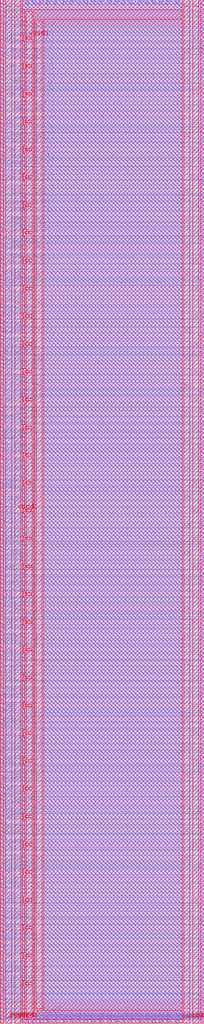
<source format=lef>
##
## LEF for PtnCells ;
## created by Innovus v19.11-s128_1 on Mon Dec  6 15:08:48 2021
##

VERSION 5.7 ;

BUSBITCHARS "[]" ;
DIVIDERCHAR "/" ;

MACRO E_CPU_IO
  CLASS BLOCK ;
  SIZE 40.020000 BY 200.260000 ;
  FOREIGN E_CPU_IO 0.000000 0.000000 ;
  ORIGIN 0 0 ;
  SYMMETRY X Y R90 ;
  PIN E1END[3]
    DIRECTION INPUT ;
    USE SIGNAL ;
    ANTENNAPARTIALMETALAREA 4.7296 LAYER met3  ;
    ANTENNAPARTIALMETALSIDEAREA 25.216 LAYER met3  ;
    ANTENNAPARTIALCUTAREA 0.04 LAYER via3  ;
    ANTENNADIFFAREA 0.4347 LAYER met4  ;
    ANTENNAPARTIALMETALAREA 16.9788 LAYER met4  ;
    ANTENNAPARTIALMETALSIDEAREA 91.024 LAYER met4  ;
    ANTENNAMODEL OXIDE1 ;
    ANTENNAGATEAREA 1.1772 LAYER met4  ;
    ANTENNAMAXAREACAR 23.9534 LAYER met4  ;
    ANTENNAMAXSIDEAREACAR 107.385 LAYER met4  ;
    ANTENNAMAXCUTCAR 0.1862 LAYER via4  ;
    PORT
      LAYER met3 ;
        RECT 0.000000 80.720000 0.700000 81.100000 ;
    END
  END E1END[3]
  PIN E1END[2]
    DIRECTION INPUT ;
    USE SIGNAL ;
    ANTENNAPARTIALMETALAREA 4.3396 LAYER met3  ;
    ANTENNAPARTIALMETALSIDEAREA 23.136 LAYER met3  ;
    ANTENNAPARTIALCUTAREA 0.04 LAYER via3  ;
    ANTENNADIFFAREA 0.4347 LAYER met4  ;
    ANTENNAPARTIALMETALAREA 20.4156 LAYER met4  ;
    ANTENNAPARTIALMETALSIDEAREA 109.824 LAYER met4  ;
    ANTENNAMODEL OXIDE1 ;
    ANTENNAGATEAREA 1.1772 LAYER met4  ;
    ANTENNAMAXAREACAR 27.5574 LAYER met4  ;
    ANTENNAMAXSIDEAREACAR 128.781 LAYER met4  ;
    ANTENNAMAXCUTCAR 0.394295 LAYER via4  ;
    PORT
      LAYER met3 ;
        RECT 0.000000 79.500000 0.700000 79.880000 ;
    END
  END E1END[2]
  PIN E1END[1]
    DIRECTION INPUT ;
    USE SIGNAL ;
    ANTENNAPARTIALMETALAREA 0.469 LAYER met3  ;
    ANTENNAPARTIALMETALSIDEAREA 2.968 LAYER met3  ;
    ANTENNAPARTIALCUTAREA 0.04 LAYER via3  ;
    ANTENNADIFFAREA 0.4347 LAYER met4  ;
    ANTENNAPARTIALMETALAREA 12.5868 LAYER met4  ;
    ANTENNAPARTIALMETALSIDEAREA 67.6 LAYER met4  ;
    ANTENNAMODEL OXIDE1 ;
    ANTENNAGATEAREA 1.1772 LAYER met4  ;
    ANTENNAMAXAREACAR 16.1528 LAYER met4  ;
    ANTENNAMAXSIDEAREACAR 67.2538 LAYER met4  ;
    ANTENNAMAXCUTCAR 0.153554 LAYER via4  ;
    PORT
      LAYER met3 ;
        RECT 0.000000 77.670000 0.700000 78.050000 ;
    END
  END E1END[1]
  PIN E1END[0]
    DIRECTION INPUT ;
    USE SIGNAL ;
    ANTENNAPARTIALMETALAREA 5.1676 LAYER met3  ;
    ANTENNAPARTIALMETALSIDEAREA 27.552 LAYER met3  ;
    ANTENNAPARTIALCUTAREA 0.04 LAYER via3  ;
    ANTENNADIFFAREA 0.4347 LAYER met4  ;
    ANTENNAPARTIALMETALAREA 11.3058 LAYER met4  ;
    ANTENNAPARTIALMETALSIDEAREA 60.768 LAYER met4  ;
    ANTENNAMODEL OXIDE1 ;
    ANTENNAGATEAREA 1.1772 LAYER met4  ;
    ANTENNAMAXAREACAR 20.3051 LAYER met4  ;
    ANTENNAMAXSIDEAREACAR 78.8821 LAYER met4  ;
    ANTENNAMAXCUTCAR 0.153554 LAYER via4  ;
    PORT
      LAYER met3 ;
        RECT 0.000000 76.450000 0.700000 76.830000 ;
    END
  END E1END[0]
  PIN E2MID[7]
    DIRECTION INPUT ;
    USE SIGNAL ;
    ANTENNADIFFAREA 0.4347 LAYER met3  ;
    ANTENNAPARTIALMETALAREA 0.3324 LAYER met3  ;
    ANTENNAPARTIALMETALSIDEAREA 1.768 LAYER met3  ;
    ANTENNAMODEL OXIDE1 ;
    ANTENNAGATEAREA 0.4347 LAYER met3  ;
    ANTENNAMAXAREACAR 6.80883 LAYER met3  ;
    ANTENNAMAXSIDEAREACAR 15.9926 LAYER met3  ;
    ANTENNAMAXCUTCAR 0.21026 LAYER via3  ;
    PORT
      LAYER met3 ;
        RECT 0.000000 92.920000 0.700000 93.300000 ;
    END
  END E2MID[7]
  PIN E2MID[6]
    DIRECTION INPUT ;
    USE SIGNAL ;
    ANTENNAPARTIALMETALAREA 6.8236 LAYER met3  ;
    ANTENNAPARTIALMETALSIDEAREA 36.384 LAYER met3  ;
    ANTENNAPARTIALCUTAREA 0.04 LAYER via3  ;
    ANTENNADIFFAREA 0.4347 LAYER met4  ;
    ANTENNAPARTIALMETALAREA 16.0398 LAYER met4  ;
    ANTENNAPARTIALMETALSIDEAREA 86.016 LAYER met4  ;
    ANTENNAMODEL OXIDE1 ;
    ANTENNAGATEAREA 1.1772 LAYER met4  ;
    ANTENNAMAXAREACAR 22.8668 LAYER met4  ;
    ANTENNAMAXSIDEAREACAR 102.571 LAYER met4  ;
    ANTENNAMAXCUTCAR 0.1862 LAYER via4  ;
    PORT
      LAYER met3 ;
        RECT 0.000000 91.090000 0.700000 91.470000 ;
    END
  END E2MID[6]
  PIN E2MID[5]
    DIRECTION INPUT ;
    USE SIGNAL ;
    ANTENNAPARTIALMETALAREA 5.713 LAYER met3  ;
    ANTENNAPARTIALMETALSIDEAREA 30.936 LAYER met3  ;
    ANTENNAPARTIALCUTAREA 0.04 LAYER via3  ;
    ANTENNADIFFAREA 0.4347 LAYER met4  ;
    ANTENNAPARTIALMETALAREA 12.3798 LAYER met4  ;
    ANTENNAPARTIALMETALSIDEAREA 66.496 LAYER met4  ;
    ANTENNAMODEL OXIDE1 ;
    ANTENNAGATEAREA 1.1772 LAYER met4  ;
    ANTENNAMAXAREACAR 19.3367 LAYER met4  ;
    ANTENNAMAXSIDEAREACAR 83.398 LAYER met4  ;
    ANTENNAMAXCUTCAR 0.304443 LAYER via4  ;
    PORT
      LAYER met3 ;
        RECT 0.000000 89.870000 0.700000 90.250000 ;
    END
  END E2MID[5]
  PIN E2MID[4]
    DIRECTION INPUT ;
    USE SIGNAL ;
    ANTENNADIFFAREA 0.4347 LAYER met3  ;
    ANTENNAPARTIALMETALAREA 1.5744 LAYER met3  ;
    ANTENNAPARTIALMETALSIDEAREA 8.392 LAYER met3  ;
    ANTENNAMODEL OXIDE1 ;
    ANTENNAGATEAREA 0.4347 LAYER met3  ;
    ANTENNAMAXAREACAR 8.25305 LAYER met3  ;
    ANTENNAMAXSIDEAREACAR 24.4352 LAYER met3  ;
    ANTENNAMAXCUTCAR 0.21026 LAYER via3  ;
    PORT
      LAYER met3 ;
        RECT 0.000000 88.040000 0.700000 88.420000 ;
    END
  END E2MID[4]
  PIN E2MID[3]
    DIRECTION INPUT ;
    USE SIGNAL ;
    ANTENNADIFFAREA 0.4347 LAYER met3  ;
    ANTENNAPARTIALMETALAREA 0.4704 LAYER met3  ;
    ANTENNAPARTIALMETALSIDEAREA 2.504 LAYER met3  ;
    ANTENNAMODEL OXIDE1 ;
    ANTENNAGATEAREA 0.4347 LAYER met3  ;
    ANTENNAMAXAREACAR 7.20589 LAYER met3  ;
    ANTENNAMAXSIDEAREACAR 18.1044 LAYER met3  ;
    ANTENNAMAXCUTCAR 0.21026 LAYER via3  ;
    PORT
      LAYER met3 ;
        RECT 0.000000 86.820000 0.700000 87.200000 ;
    END
  END E2MID[3]
  PIN E2MID[2]
    DIRECTION INPUT ;
    USE SIGNAL ;
    ANTENNADIFFAREA 0.4347 LAYER met3  ;
    ANTENNAMODEL OXIDE1 ;
    ANTENNAGATEAREA 1.1772 LAYER met3  ;
    ANTENNAMAXAREACAR 5.96945 LAYER met3  ;
    ANTENNAMAXSIDEAREACAR 11.9047 LAYER met3  ;
    ANTENNAMAXCUTCAR 0.119575 LAYER via3  ;
    PORT
      LAYER met3 ;
        RECT 0.000000 84.990000 0.700000 85.370000 ;
    END
  END E2MID[2]
  PIN E2MID[1]
    DIRECTION INPUT ;
    USE SIGNAL ;
    ANTENNAPARTIALMETALAREA 2.401 LAYER met3  ;
    ANTENNAPARTIALMETALSIDEAREA 13.272 LAYER met3  ;
    ANTENNAPARTIALCUTAREA 0.04 LAYER via3  ;
    ANTENNADIFFAREA 0.4347 LAYER met4  ;
    ANTENNAPARTIALMETALAREA 12.0138 LAYER met4  ;
    ANTENNAPARTIALMETALSIDEAREA 64.544 LAYER met4  ;
    ANTENNAMODEL OXIDE1 ;
    ANTENNAGATEAREA 1.1772 LAYER met4  ;
    ANTENNAMAXAREACAR 16.4068 LAYER met4  ;
    ANTENNAMAXSIDEAREACAR 68.4934 LAYER met4  ;
    ANTENNAMAXCUTCAR 0.1862 LAYER via4  ;
    PORT
      LAYER met3 ;
        RECT 0.000000 83.770000 0.700000 84.150000 ;
    END
  END E2MID[1]
  PIN E2MID[0]
    DIRECTION INPUT ;
    USE SIGNAL ;
    ANTENNADIFFAREA 0.4347 LAYER met3  ;
    ANTENNAPARTIALMETALAREA 1.1604 LAYER met3  ;
    ANTENNAPARTIALMETALSIDEAREA 6.184 LAYER met3  ;
    ANTENNAMODEL OXIDE1 ;
    ANTENNAGATEAREA 0.4347 LAYER met3  ;
    ANTENNAMAXAREACAR 7.30067 LAYER met3  ;
    ANTENNAMAXSIDEAREACAR 19.3559 LAYER met3  ;
    ANTENNAMAXCUTCAR 0.21026 LAYER via3  ;
    PORT
      LAYER met3 ;
        RECT 0.000000 81.940000 0.700000 82.320000 ;
    END
  END E2MID[0]
  PIN E2END[7]
    DIRECTION INPUT ;
    USE SIGNAL ;
    ANTENNADIFFAREA 0.4347 LAYER met3  ;
    ANTENNAPARTIALMETALAREA 0.3324 LAYER met3  ;
    ANTENNAPARTIALMETALSIDEAREA 1.768 LAYER met3  ;
    ANTENNAMODEL OXIDE1 ;
    ANTENNAGATEAREA 0.4347 LAYER met3  ;
    ANTENNAMAXAREACAR 6.98597 LAYER met3  ;
    ANTENNAMAXSIDEAREACAR 16.9749 LAYER met3  ;
    ANTENNAMAXCUTCAR 0.21026 LAYER via3  ;
    PORT
      LAYER met3 ;
        RECT 0.000000 104.510000 0.700000 104.890000 ;
    END
  END E2END[7]
  PIN E2END[6]
    DIRECTION INPUT ;
    USE SIGNAL ;
    ANTENNADIFFAREA 0.4347 LAYER met3  ;
    ANTENNAPARTIALMETALAREA 0.3324 LAYER met3  ;
    ANTENNAPARTIALMETALSIDEAREA 1.768 LAYER met3  ;
    ANTENNAMODEL OXIDE1 ;
    ANTENNAGATEAREA 1.1772 LAYER met3  ;
    ANTENNAMAXAREACAR 10.6811 LAYER met3  ;
    ANTENNAMAXSIDEAREACAR 35.1903 LAYER met3  ;
    ANTENNAMAXCUTCAR 0.203981 LAYER via3  ;
    PORT
      LAYER met3 ;
        RECT 0.000000 103.290000 0.700000 103.670000 ;
    END
  END E2END[6]
  PIN E2END[5]
    DIRECTION INPUT ;
    USE SIGNAL ;
    ANTENNAPARTIALMETALAREA 3.0976 LAYER met3  ;
    ANTENNAPARTIALMETALSIDEAREA 16.512 LAYER met3  ;
    ANTENNAPARTIALCUTAREA 0.04 LAYER via3  ;
    ANTENNADIFFAREA 0.4347 LAYER met4  ;
    ANTENNAPARTIALMETALAREA 19.7337 LAYER met4  ;
    ANTENNAPARTIALMETALSIDEAREA 105.712 LAYER met4  ;
    ANTENNAMODEL OXIDE1 ;
    ANTENNAGATEAREA 1.1772 LAYER met4  ;
    ANTENNAMAXAREACAR 22.0835 LAYER met4  ;
    ANTENNAMAXSIDEAREACAR 99.7512 LAYER met4  ;
    ANTENNAMAXCUTCAR 0.302277 LAYER via4  ;
    PORT
      LAYER met3 ;
        RECT 0.000000 101.460000 0.700000 101.840000 ;
    END
  END E2END[5]
  PIN E2END[4]
    DIRECTION INPUT ;
    USE SIGNAL ;
    ANTENNADIFFAREA 0.4347 LAYER met3  ;
    ANTENNAPARTIALMETALAREA 1.2654 LAYER met3  ;
    ANTENNAPARTIALMETALSIDEAREA 6.744 LAYER met3  ;
    ANTENNAMODEL OXIDE1 ;
    ANTENNAGATEAREA 0.4347 LAYER met3  ;
    ANTENNAMAXAREACAR 8.8415 LAYER met3  ;
    ANTENNAMAXSIDEAREACAR 26.8921 LAYER met3  ;
    ANTENNAMAXCUTCAR 0.21026 LAYER via3  ;
    PORT
      LAYER met3 ;
        RECT 0.000000 100.240000 0.700000 100.620000 ;
    END
  END E2END[4]
  PIN E2END[3]
    DIRECTION INPUT ;
    USE SIGNAL ;
    ANTENNADIFFAREA 0.4347 LAYER met3  ;
    ANTENNAPARTIALMETALAREA 0.3324 LAYER met3  ;
    ANTENNAPARTIALMETALSIDEAREA 1.768 LAYER met3  ;
    ANTENNAMODEL OXIDE1 ;
    ANTENNAGATEAREA 0.4347 LAYER met3  ;
    ANTENNAMAXAREACAR 6.77893 LAYER met3  ;
    ANTENNAMAXSIDEAREACAR 15.9121 LAYER met3  ;
    ANTENNAMAXCUTCAR 0.21026 LAYER via3  ;
    PORT
      LAYER met3 ;
        RECT 0.000000 98.410000 0.700000 98.790000 ;
    END
  END E2END[3]
  PIN E2END[2]
    DIRECTION INPUT ;
    USE SIGNAL ;
    ANTENNAPARTIALMETALAREA 3.9016 LAYER met3  ;
    ANTENNAPARTIALMETALSIDEAREA 20.8 LAYER met3  ;
    ANTENNAPARTIALCUTAREA 0.04 LAYER via3  ;
    ANTENNADIFFAREA 0.4347 LAYER met4  ;
    ANTENNAPARTIALMETALAREA 12.0138 LAYER met4  ;
    ANTENNAPARTIALMETALSIDEAREA 64.544 LAYER met4  ;
    ANTENNAMODEL OXIDE1 ;
    ANTENNAGATEAREA 1.1772 LAYER met4  ;
    ANTENNAMAXAREACAR 16.7875 LAYER met4  ;
    ANTENNAMAXSIDEAREACAR 71.511 LAYER met4  ;
    ANTENNAMAXCUTCAR 0.1862 LAYER via4  ;
    PORT
      LAYER met3 ;
        RECT 0.000000 97.190000 0.700000 97.570000 ;
    END
  END E2END[2]
  PIN E2END[1]
    DIRECTION INPUT ;
    USE SIGNAL ;
    ANTENNADIFFAREA 0.4347 LAYER met3  ;
    ANTENNAPARTIALMETALAREA 3.9204 LAYER met3  ;
    ANTENNAPARTIALMETALSIDEAREA 20.904 LAYER met3  ;
    ANTENNAMODEL OXIDE1 ;
    ANTENNAGATEAREA 1.1772 LAYER met3  ;
    ANTENNAMAXAREACAR 20.0452 LAYER met3  ;
    ANTENNAMAXSIDEAREACAR 55.9628 LAYER met3  ;
    ANTENNAMAXCUTCAR 0.186057 LAYER via3  ;
    PORT
      LAYER met3 ;
        RECT 0.000000 95.360000 0.700000 95.740000 ;
    END
  END E2END[1]
  PIN E2END[0]
    DIRECTION INPUT ;
    USE SIGNAL ;
    ANTENNADIFFAREA 0.4347 LAYER met3  ;
    ANTENNAMODEL OXIDE1 ;
    ANTENNAGATEAREA 0.4347 LAYER met3  ;
    ANTENNAMAXAREACAR 7.00621 LAYER met3  ;
    ANTENNAMAXSIDEAREACAR 16.7564 LAYER met3  ;
    ANTENNAMAXCUTCAR 0.21026 LAYER via3  ;
    PORT
      LAYER met3 ;
        RECT 0.000000 94.140000 0.700000 94.520000 ;
    END
  END E2END[0]
  PIN EE4END[15]
    DIRECTION INPUT ;
    USE SIGNAL ;
    ANTENNADIFFAREA 0.4347 LAYER met3  ;
    ANTENNAPARTIALMETALAREA 0.4704 LAYER met3  ;
    ANTENNAPARTIALMETALSIDEAREA 2.504 LAYER met3  ;
    ANTENNAMODEL OXIDE1 ;
    ANTENNAGATEAREA 1.1772 LAYER met3  ;
    ANTENNAMAXAREACAR 12.8066 LAYER met3  ;
    ANTENNAMAXSIDEAREACAR 45.827 LAYER met3  ;
    ANTENNAMAXCUTCAR 0.270464 LAYER via3  ;
    PORT
      LAYER met3 ;
        RECT 0.000000 128.300000 0.700000 128.680000 ;
    END
  END EE4END[15]
  PIN EE4END[14]
    DIRECTION INPUT ;
    USE SIGNAL ;
    ANTENNADIFFAREA 0.4347 LAYER met3  ;
    ANTENNAPARTIALMETALAREA 1.2424 LAYER met3  ;
    ANTENNAPARTIALMETALSIDEAREA 7.088 LAYER met3  ;
    ANTENNAMODEL OXIDE1 ;
    ANTENNAGATEAREA 0.4347 LAYER met3  ;
    ANTENNAMAXAREACAR 20.7302 LAYER met3  ;
    ANTENNAMAXSIDEAREACAR 86.7495 LAYER met3  ;
    ANTENNAPARTIALCUTAREA 0.04 LAYER via3  ;
    ANTENNAMAXCUTCAR 0.446055 LAYER via3  ;
    ANTENNADIFFAREA 0.4347 LAYER met4  ;
    ANTENNAPARTIALMETALAREA 18.2598 LAYER met4  ;
    ANTENNAPARTIALMETALSIDEAREA 97.856 LAYER met4  ;
    ANTENNAGATEAREA 1.1772 LAYER met4  ;
    ANTENNAMAXAREACAR 36.2414 LAYER met4  ;
    ANTENNAMAXSIDEAREACAR 169.876 LAYER met4  ;
    ANTENNAMAXCUTCAR 0.446055 LAYER via4  ;
    PORT
      LAYER met3 ;
        RECT 0.000000 127.080000 0.700000 127.460000 ;
    END
  END EE4END[14]
  PIN EE4END[13]
    DIRECTION INPUT ;
    USE SIGNAL ;
    ANTENNADIFFAREA 0.4347 LAYER met3  ;
    ANTENNAPARTIALMETALAREA 3.2854 LAYER met3  ;
    ANTENNAPARTIALMETALSIDEAREA 17.984 LAYER met3  ;
    ANTENNAMODEL OXIDE1 ;
    ANTENNAGATEAREA 0.4347 LAYER met3  ;
    ANTENNAMAXAREACAR 19.5597 LAYER met3  ;
    ANTENNAMAXSIDEAREACAR 82.3787 LAYER met3  ;
    ANTENNAPARTIALCUTAREA 0.04 LAYER via3  ;
    ANTENNAMAXCUTCAR 0.446055 LAYER via3  ;
    ANTENNADIFFAREA 0.4347 LAYER met4  ;
    ANTENNAPARTIALMETALAREA 20.0658 LAYER met4  ;
    ANTENNAPARTIALMETALSIDEAREA 107.488 LAYER met4  ;
    ANTENNAGATEAREA 1.1772 LAYER met4  ;
    ANTENNAMAXAREACAR 36.6051 LAYER met4  ;
    ANTENNAMAXSIDEAREACAR 173.687 LAYER met4  ;
    ANTENNAMAXCUTCAR 0.446055 LAYER via4  ;
    PORT
      LAYER met3 ;
        RECT 0.000000 125.250000 0.700000 125.630000 ;
    END
  END EE4END[13]
  PIN EE4END[12]
    DIRECTION INPUT ;
    USE SIGNAL ;
    ANTENNADIFFAREA 0.4347 LAYER met3  ;
    ANTENNAPARTIALMETALAREA 0.8704 LAYER met3  ;
    ANTENNAPARTIALMETALSIDEAREA 5.104 LAYER met3  ;
    ANTENNAMODEL OXIDE1 ;
    ANTENNAGATEAREA 0.4347 LAYER met3  ;
    ANTENNAMAXAREACAR 11.2238 LAYER met3  ;
    ANTENNAMAXSIDEAREACAR 38.9326 LAYER met3  ;
    ANTENNAPARTIALCUTAREA 0.04 LAYER via3  ;
    ANTENNAMAXCUTCAR 0.446055 LAYER via3  ;
    ANTENNADIFFAREA 0.4347 LAYER met4  ;
    ANTENNAPARTIALMETALAREA 19.7478 LAYER met4  ;
    ANTENNAPARTIALMETALSIDEAREA 105.792 LAYER met4  ;
    ANTENNAGATEAREA 1.1772 LAYER met4  ;
    ANTENNAMAXAREACAR 27.9991 LAYER met4  ;
    ANTENNAMAXSIDEAREACAR 128.8 LAYER met4  ;
    ANTENNAMAXCUTCAR 0.446055 LAYER via4  ;
    PORT
      LAYER met3 ;
        RECT 0.000000 124.030000 0.700000 124.410000 ;
    END
  END EE4END[12]
  PIN EE4END[11]
    DIRECTION INPUT ;
    USE SIGNAL ;
    ANTENNADIFFAREA 0.4347 LAYER met3  ;
    ANTENNAPARTIALMETALAREA 4.9584 LAYER met3  ;
    ANTENNAPARTIALMETALSIDEAREA 26.44 LAYER met3  ;
    ANTENNAMODEL OXIDE1 ;
    ANTENNAGATEAREA 1.1772 LAYER met3  ;
    ANTENNAMAXAREACAR 17.2624 LAYER met3  ;
    ANTENNAMAXSIDEAREACAR 71.5142 LAYER met3  ;
    ANTENNAMAXCUTCAR 0.152221 LAYER via3  ;
    PORT
      LAYER met3 ;
        RECT 0.000000 122.200000 0.700000 122.580000 ;
    END
  END EE4END[11]
  PIN EE4END[10]
    DIRECTION INPUT ;
    USE SIGNAL ;
    ANTENNAPARTIALMETALAREA 2.6596 LAYER met3  ;
    ANTENNAPARTIALMETALSIDEAREA 14.176 LAYER met3  ;
    ANTENNAPARTIALCUTAREA 0.04 LAYER via3  ;
    ANTENNADIFFAREA 0.4347 LAYER met4  ;
    ANTENNAPARTIALMETALAREA 9.4518 LAYER met4  ;
    ANTENNAPARTIALMETALSIDEAREA 50.88 LAYER met4  ;
    ANTENNAMODEL OXIDE1 ;
    ANTENNAGATEAREA 1.1772 LAYER met4  ;
    ANTENNAMAXAREACAR 18.595 LAYER met4  ;
    ANTENNAMAXSIDEAREACAR 78.8526 LAYER met4  ;
    ANTENNAMAXCUTCAR 0.1862 LAYER via4  ;
    PORT
      LAYER met3 ;
        RECT 0.000000 120.980000 0.700000 121.360000 ;
    END
  END EE4END[10]
  PIN EE4END[9]
    DIRECTION INPUT ;
    USE SIGNAL ;
    ANTENNADIFFAREA 0.4347 LAYER met3  ;
    ANTENNAPARTIALMETALAREA 0.4704 LAYER met3  ;
    ANTENNAPARTIALMETALSIDEAREA 2.504 LAYER met3  ;
    ANTENNAMODEL OXIDE1 ;
    ANTENNAGATEAREA 1.1772 LAYER met3  ;
    ANTENNAMAXAREACAR 10.7962 LAYER met3  ;
    ANTENNAMAXSIDEAREACAR 36.0331 LAYER met3  ;
    ANTENNAMAXCUTCAR 0.186057 LAYER via3  ;
    PORT
      LAYER met3 ;
        RECT 0.000000 119.150000 0.700000 119.530000 ;
    END
  END EE4END[9]
  PIN EE4END[8]
    DIRECTION INPUT ;
    USE SIGNAL ;
    ANTENNADIFFAREA 0.4347 LAYER met3  ;
    ANTENNAPARTIALMETALAREA 0.3324 LAYER met3  ;
    ANTENNAPARTIALMETALSIDEAREA 1.768 LAYER met3  ;
    ANTENNAMODEL OXIDE1 ;
    ANTENNAGATEAREA 1.1772 LAYER met3  ;
    ANTENNAMAXAREACAR 13.4026 LAYER met3  ;
    ANTENNAMAXSIDEAREACAR 48.7447 LAYER met3  ;
    ANTENNAMAXCUTCAR 0.203981 LAYER via3  ;
    PORT
      LAYER met3 ;
        RECT 0.000000 117.930000 0.700000 118.310000 ;
    END
  END EE4END[8]
  PIN EE4END[7]
    DIRECTION INPUT ;
    USE SIGNAL ;
    ANTENNADIFFAREA 0.4347 LAYER met3  ;
    ANTENNAPARTIALMETALAREA 0.3948 LAYER met3  ;
    ANTENNAPARTIALMETALSIDEAREA 2.576 LAYER met3  ;
    ANTENNAMODEL OXIDE1 ;
    ANTENNAGATEAREA 1.1772 LAYER met3  ;
    ANTENNAMAXAREACAR 19.6501 LAYER met3  ;
    ANTENNAMAXSIDEAREACAR 79.8303 LAYER met3  ;
    ANTENNAMAXCUTCAR 0.42052 LAYER via3  ;
    PORT
      LAYER met3 ;
        RECT 0.000000 116.710000 0.700000 117.090000 ;
    END
  END EE4END[7]
  PIN EE4END[6]
    DIRECTION INPUT ;
    USE SIGNAL ;
    ANTENNADIFFAREA 0.4347 LAYER met3  ;
    ANTENNAMODEL OXIDE1 ;
    ANTENNAGATEAREA 1.1772 LAYER met3  ;
    ANTENNAMAXAREACAR 11.5155 LAYER met3  ;
    ANTENNAMAXSIDEAREACAR 39.4592 LAYER met3  ;
    ANTENNAMAXCUTCAR 0.152221 LAYER via3  ;
    PORT
      LAYER met3 ;
        RECT 0.000000 114.880000 0.700000 115.260000 ;
    END
  END EE4END[6]
  PIN EE4END[5]
    DIRECTION INPUT ;
    USE SIGNAL ;
    ANTENNADIFFAREA 0.4347 LAYER met3  ;
    ANTENNAPARTIALMETALAREA 0.4704 LAYER met3  ;
    ANTENNAPARTIALMETALSIDEAREA 2.504 LAYER met3  ;
    ANTENNAMODEL OXIDE1 ;
    ANTENNAGATEAREA 1.1772 LAYER met3  ;
    ANTENNAMAXAREACAR 12.6129 LAYER met3  ;
    ANTENNAMAXSIDEAREACAR 44.7183 LAYER met3  ;
    ANTENNAMAXCUTCAR 0.203981 LAYER via3  ;
    PORT
      LAYER met3 ;
        RECT 0.000000 113.660000 0.700000 114.040000 ;
    END
  END EE4END[5]
  PIN EE4END[4]
    DIRECTION INPUT ;
    USE SIGNAL ;
    ANTENNADIFFAREA 0.4347 LAYER met3  ;
    ANTENNAPARTIALMETALAREA 0.6084 LAYER met3  ;
    ANTENNAPARTIALMETALSIDEAREA 3.24 LAYER met3  ;
    ANTENNAMODEL OXIDE1 ;
    ANTENNAGATEAREA 1.1772 LAYER met3  ;
    ANTENNAMAXAREACAR 12.5927 LAYER met3  ;
    ANTENNAMAXSIDEAREACAR 44.7628 LAYER met3  ;
    ANTENNAMAXCUTCAR 0.203981 LAYER via3  ;
    PORT
      LAYER met3 ;
        RECT 0.000000 111.830000 0.700000 112.210000 ;
    END
  END EE4END[4]
  PIN EE4END[3]
    DIRECTION INPUT ;
    USE SIGNAL ;
    ANTENNADIFFAREA 0.4347 LAYER met3  ;
    ANTENNAPARTIALMETALAREA 1.2024 LAYER met3  ;
    ANTENNAPARTIALMETALSIDEAREA 6.408 LAYER met3  ;
    ANTENNAMODEL OXIDE1 ;
    ANTENNAGATEAREA 1.1772 LAYER met3  ;
    ANTENNAMAXAREACAR 9.78797 LAYER met3  ;
    ANTENNAMAXSIDEAREACAR 30.9737 LAYER met3  ;
    ANTENNAMAXCUTCAR 0.203981 LAYER via3  ;
    PORT
      LAYER met3 ;
        RECT 0.000000 110.610000 0.700000 110.990000 ;
    END
  END EE4END[3]
  PIN EE4END[2]
    DIRECTION INPUT ;
    USE SIGNAL ;
    ANTENNADIFFAREA 0.4347 LAYER met3  ;
    ANTENNAPARTIALMETALAREA 0.4704 LAYER met3  ;
    ANTENNAPARTIALMETALSIDEAREA 2.504 LAYER met3  ;
    ANTENNAMODEL OXIDE1 ;
    ANTENNAGATEAREA 1.1772 LAYER met3  ;
    ANTENNAMAXAREACAR 10.4837 LAYER met3  ;
    ANTENNAMAXSIDEAREACAR 34.1725 LAYER met3  ;
    ANTENNAMAXCUTCAR 0.203981 LAYER via3  ;
    PORT
      LAYER met3 ;
        RECT 0.000000 108.780000 0.700000 109.160000 ;
    END
  END EE4END[2]
  PIN EE4END[1]
    DIRECTION INPUT ;
    USE SIGNAL ;
    ANTENNADIFFAREA 0.4347 LAYER met3  ;
    ANTENNAPARTIALMETALAREA 0.6084 LAYER met3  ;
    ANTENNAPARTIALMETALSIDEAREA 3.24 LAYER met3  ;
    ANTENNAMODEL OXIDE1 ;
    ANTENNAGATEAREA 1.1772 LAYER met3  ;
    ANTENNAMAXAREACAR 6.60477 LAYER met3  ;
    ANTENNAMAXSIDEAREACAR 15.1892 LAYER met3  ;
    ANTENNAMAXCUTCAR 0.119575 LAYER via3  ;
    PORT
      LAYER met3 ;
        RECT 0.000000 107.560000 0.700000 107.940000 ;
    END
  END EE4END[1]
  PIN EE4END[0]
    DIRECTION INPUT ;
    USE SIGNAL ;
    ANTENNADIFFAREA 0.4347 LAYER met3  ;
    ANTENNAPARTIALMETALAREA 0.9468 LAYER met3  ;
    ANTENNAPARTIALMETALSIDEAREA 5.52 LAYER met3  ;
    ANTENNAMODEL OXIDE1 ;
    ANTENNAGATEAREA 1.1772 LAYER met3  ;
    ANTENNAMAXAREACAR 16.5814 LAYER met3  ;
    ANTENNAMAXSIDEAREACAR 64.658 LAYER met3  ;
    ANTENNAMAXCUTCAR 0.354037 LAYER via3  ;
    PORT
      LAYER met3 ;
        RECT 0.000000 105.730000 0.700000 106.110000 ;
    END
  END EE4END[0]
  PIN E6END[11]
    DIRECTION INPUT ;
    USE SIGNAL ;
    ANTENNADIFFAREA 0.4347 LAYER met3  ;
    ANTENNAPARTIALMETALAREA 0.4704 LAYER met3  ;
    ANTENNAPARTIALMETALSIDEAREA 2.504 LAYER met3  ;
    ANTENNAMODEL OXIDE1 ;
    ANTENNAGATEAREA 0.6867 LAYER met3  ;
    ANTENNAMAXAREACAR 18.5954 LAYER met3  ;
    ANTENNAMAXSIDEAREACAR 80.7747 LAYER met3  ;
    ANTENNAMAXCUTCAR 0.644758 LAYER via3  ;
    PORT
      LAYER met3 ;
        RECT 0.000000 145.990000 0.700000 146.370000 ;
    END
  END E6END[11]
  PIN E6END[10]
    DIRECTION INPUT ;
    USE SIGNAL ;
    ANTENNADIFFAREA 0.4347 LAYER met3  ;
    ANTENNAPARTIALMETALAREA 0.3324 LAYER met3  ;
    ANTENNAPARTIALMETALSIDEAREA 1.768 LAYER met3  ;
    ANTENNAMODEL OXIDE1 ;
    ANTENNAGATEAREA 0.6867 LAYER met3  ;
    ANTENNAMAXAREACAR 11.572 LAYER met3  ;
    ANTENNAMAXSIDEAREACAR 46.7072 LAYER met3  ;
    ANTENNAMAXCUTCAR 0.466186 LAYER via3  ;
    PORT
      LAYER met3 ;
        RECT 0.000000 144.770000 0.700000 145.150000 ;
    END
  END E6END[10]
  PIN E6END[9]
    DIRECTION INPUT ;
    USE SIGNAL ;
    ANTENNADIFFAREA 0.4347 LAYER met3  ;
    ANTENNAMODEL OXIDE1 ;
    ANTENNAGATEAREA 0.6867 LAYER met3  ;
    ANTENNAMAXAREACAR 11.5335 LAYER met3  ;
    ANTENNAMAXSIDEAREACAR 39.7372 LAYER met3  ;
    ANTENNAMAXCUTCAR 0.466186 LAYER via3  ;
    PORT
      LAYER met3 ;
        RECT 0.000000 143.550000 0.700000 143.930000 ;
    END
  END E6END[9]
  PIN E6END[8]
    DIRECTION INPUT ;
    USE SIGNAL ;
    ANTENNADIFFAREA 0.4347 LAYER met3  ;
    ANTENNAPARTIALMETALAREA 0.6084 LAYER met3  ;
    ANTENNAPARTIALMETALSIDEAREA 3.24 LAYER met3  ;
    ANTENNAMODEL OXIDE1 ;
    ANTENNAGATEAREA 0.6867 LAYER met3  ;
    ANTENNAMAXAREACAR 14.0908 LAYER met3  ;
    ANTENNAMAXSIDEAREACAR 58.2708 LAYER met3  ;
    ANTENNAMAXCUTCAR 0.644758 LAYER via3  ;
    PORT
      LAYER met3 ;
        RECT 0.000000 141.720000 0.700000 142.100000 ;
    END
  END E6END[8]
  PIN E6END[7]
    DIRECTION INPUT ;
    USE SIGNAL ;
    ANTENNADIFFAREA 0.4347 LAYER met3  ;
    ANTENNAPARTIALMETALAREA 0.9294 LAYER met3  ;
    ANTENNAPARTIALMETALSIDEAREA 4.952 LAYER met3  ;
    ANTENNAMODEL OXIDE1 ;
    ANTENNAGATEAREA 0.6867 LAYER met3  ;
    ANTENNAMAXAREACAR 13.0828 LAYER met3  ;
    ANTENNAMAXSIDEAREACAR 56.2192 LAYER met3  ;
    ANTENNAMAXCUTCAR 0.466186 LAYER via3  ;
    PORT
      LAYER met3 ;
        RECT 0.000000 140.500000 0.700000 140.880000 ;
    END
  END E6END[7]
  PIN E6END[6]
    DIRECTION INPUT ;
    USE SIGNAL ;
    ANTENNADIFFAREA 0.4347 LAYER met3  ;
    ANTENNAMODEL OXIDE1 ;
    ANTENNAGATEAREA 0.6867 LAYER met3  ;
    ANTENNAMAXAREACAR 13.3552 LAYER met3  ;
    ANTENNAMAXSIDEAREACAR 48.0682 LAYER met3  ;
    ANTENNAMAXCUTCAR 0.466186 LAYER via3  ;
    PORT
      LAYER met3 ;
        RECT 0.000000 138.670000 0.700000 139.050000 ;
    END
  END E6END[6]
  PIN E6END[5]
    DIRECTION INPUT ;
    USE SIGNAL ;
    ANTENNADIFFAREA 0.4347 LAYER met3  ;
    ANTENNAPARTIALMETALAREA 1.8504 LAYER met3  ;
    ANTENNAPARTIALMETALSIDEAREA 9.864 LAYER met3  ;
    ANTENNAMODEL OXIDE1 ;
    ANTENNAGATEAREA 0.6867 LAYER met3  ;
    ANTENNAMAXAREACAR 26.473 LAYER met3  ;
    ANTENNAMAXSIDEAREACAR 122.603 LAYER met3  ;
    ANTENNAMAXCUTCAR 0.644758 LAYER via3  ;
    PORT
      LAYER met3 ;
        RECT 0.000000 137.450000 0.700000 137.830000 ;
    END
  END E6END[5]
  PIN E6END[4]
    DIRECTION INPUT ;
    USE SIGNAL ;
    ANTENNADIFFAREA 0.4347 LAYER met3  ;
    ANTENNAMODEL OXIDE1 ;
    ANTENNAGATEAREA 0.6867 LAYER met3  ;
    ANTENNAMAXAREACAR 17.2562 LAYER met3  ;
    ANTENNAMAXSIDEAREACAR 67.3803 LAYER met3  ;
    ANTENNAMAXCUTCAR 0.466186 LAYER via3  ;
    PORT
      LAYER met3 ;
        RECT 0.000000 135.620000 0.700000 136.000000 ;
    END
  END E6END[4]
  PIN E6END[3]
    DIRECTION INPUT ;
    USE SIGNAL ;
    ANTENNADIFFAREA 0.4347 LAYER met3  ;
    ANTENNAPARTIALMETALAREA 2.2644 LAYER met3  ;
    ANTENNAPARTIALMETALSIDEAREA 12.072 LAYER met3  ;
    ANTENNAMODEL OXIDE1 ;
    ANTENNAGATEAREA 0.6867 LAYER met3  ;
    ANTENNAMAXAREACAR 20.5566 LAYER met3  ;
    ANTENNAMAXSIDEAREACAR 85.1671 LAYER met3  ;
    ANTENNAMAXCUTCAR 0.466186 LAYER via3  ;
    PORT
      LAYER met3 ;
        RECT 0.000000 134.400000 0.700000 134.780000 ;
    END
  END E6END[3]
  PIN E6END[2]
    DIRECTION INPUT ;
    USE SIGNAL ;
    ANTENNADIFFAREA 0.4347 LAYER met3  ;
    ANTENNAMODEL OXIDE1 ;
    ANTENNAGATEAREA 0.6867 LAYER met3  ;
    ANTENNAMAXAREACAR 19.9703 LAYER met3  ;
    ANTENNAMAXSIDEAREACAR 89.1833 LAYER met3  ;
    ANTENNAMAXCUTCAR 0.644758 LAYER via3  ;
    PORT
      LAYER met3 ;
        RECT 0.000000 132.570000 0.700000 132.950000 ;
    END
  END E6END[2]
  PIN E6END[1]
    DIRECTION INPUT ;
    USE SIGNAL ;
    ANTENNADIFFAREA 0.4347 LAYER met3  ;
    ANTENNAPARTIALMETALAREA 1.0674 LAYER met3  ;
    ANTENNAPARTIALMETALSIDEAREA 5.688 LAYER met3  ;
    ANTENNAMODEL OXIDE1 ;
    ANTENNAGATEAREA 0.6867 LAYER met3  ;
    ANTENNAMAXAREACAR 14.3545 LAYER met3  ;
    ANTENNAMAXSIDEAREACAR 60.6837 LAYER met3  ;
    ANTENNAMAXCUTCAR 0.466186 LAYER via3  ;
    PORT
      LAYER met3 ;
        RECT 0.000000 131.350000 0.700000 131.730000 ;
    END
  END E6END[1]
  PIN E6END[0]
    DIRECTION INPUT ;
    USE SIGNAL ;
    ANTENNADIFFAREA 0.4347 LAYER met3  ;
    ANTENNAPARTIALMETALAREA 3.5514 LAYER met3  ;
    ANTENNAPARTIALMETALSIDEAREA 18.936 LAYER met3  ;
    ANTENNAMODEL OXIDE1 ;
    ANTENNAGATEAREA 0.6867 LAYER met3  ;
    ANTENNAMAXAREACAR 31.5274 LAYER met3  ;
    ANTENNAMAXSIDEAREACAR 146.882 LAYER met3  ;
    ANTENNAMAXCUTCAR 0.644758 LAYER via3  ;
    PORT
      LAYER met3 ;
        RECT 0.000000 130.130000 0.700000 130.510000 ;
    END
  END E6END[0]
  PIN W1BEG[3]
    DIRECTION OUTPUT ;
    USE SIGNAL ;
    ANTENNADIFFAREA 1.782 LAYER met3  ;
    ANTENNAPARTIALMETALAREA 1.4364 LAYER met3  ;
    ANTENNAPARTIALMETALSIDEAREA 7.656 LAYER met3  ;
    PORT
      LAYER met3 ;
        RECT 0.000000 9.350000 0.700000 9.730000 ;
    END
  END W1BEG[3]
  PIN W1BEG[2]
    DIRECTION OUTPUT ;
    USE SIGNAL ;
    ANTENNADIFFAREA 1.782 LAYER met3  ;
    PORT
      LAYER met3 ;
        RECT 0.000000 7.520000 0.700000 7.900000 ;
    END
  END W1BEG[2]
  PIN W1BEG[1]
    DIRECTION OUTPUT ;
    USE SIGNAL ;
    ANTENNADIFFAREA 1.782 LAYER met3  ;
    ANTENNAPARTIALMETALAREA 1.1604 LAYER met3  ;
    ANTENNAPARTIALMETALSIDEAREA 6.184 LAYER met3  ;
    PORT
      LAYER met3 ;
        RECT 0.000000 6.300000 0.700000 6.680000 ;
    END
  END W1BEG[1]
  PIN W1BEG[0]
    DIRECTION OUTPUT ;
    USE SIGNAL ;
    ANTENNADIFFAREA 1.782 LAYER met3  ;
    ANTENNAPARTIALMETALAREA 0.4704 LAYER met3  ;
    ANTENNAPARTIALMETALSIDEAREA 2.504 LAYER met3  ;
    PORT
      LAYER met3 ;
        RECT 0.000000 5.080000 0.700000 5.460000 ;
    END
  END W1BEG[0]
  PIN W2BEG[7]
    DIRECTION OUTPUT ;
    USE SIGNAL ;
    ANTENNADIFFAREA 1.782 LAYER met3  ;
    ANTENNAPARTIALMETALAREA 5.4834 LAYER met3  ;
    ANTENNAPARTIALMETALSIDEAREA 29.24 LAYER met3  ;
    PORT
      LAYER met3 ;
        RECT 0.000000 20.940000 0.700000 21.320000 ;
    END
  END W2BEG[7]
  PIN W2BEG[6]
    DIRECTION OUTPUT ;
    USE SIGNAL ;
    ANTENNADIFFAREA 1.782 LAYER met3  ;
    ANTENNAPARTIALMETALAREA 0.3324 LAYER met3  ;
    ANTENNAPARTIALMETALSIDEAREA 1.768 LAYER met3  ;
    PORT
      LAYER met3 ;
        RECT 0.000000 19.720000 0.700000 20.100000 ;
    END
  END W2BEG[6]
  PIN W2BEG[5]
    DIRECTION OUTPUT ;
    USE SIGNAL ;
    ANTENNADIFFAREA 1.782 LAYER met3  ;
    ANTENNAPARTIALMETALAREA 1.3485 LAYER met3  ;
    ANTENNAPARTIALMETALSIDEAREA 7.096 LAYER met3  ;
    PORT
      LAYER met3 ;
        RECT 0.000000 17.890000 0.700000 18.270000 ;
    END
  END W2BEG[5]
  PIN W2BEG[4]
    DIRECTION OUTPUT ;
    USE SIGNAL ;
    ANTENNADIFFAREA 1.782 LAYER met3  ;
    ANTENNAPARTIALMETALAREA 4.8024 LAYER met3  ;
    ANTENNAPARTIALMETALSIDEAREA 25.608 LAYER met3  ;
    PORT
      LAYER met3 ;
        RECT 0.000000 16.670000 0.700000 17.050000 ;
    END
  END W2BEG[4]
  PIN W2BEG[3]
    DIRECTION OUTPUT ;
    USE SIGNAL ;
    ANTENNADIFFAREA 1.782 LAYER met3  ;
    ANTENNAPARTIALMETALAREA 0.3324 LAYER met3  ;
    ANTENNAPARTIALMETALSIDEAREA 1.768 LAYER met3  ;
    PORT
      LAYER met3 ;
        RECT 0.000000 15.450000 0.700000 15.830000 ;
    END
  END W2BEG[3]
  PIN W2BEG[2]
    DIRECTION OUTPUT ;
    USE SIGNAL ;
    ANTENNADIFFAREA 1.782 LAYER met3  ;
    ANTENNAPARTIALMETALAREA 1.3548 LAYER met3  ;
    ANTENNAPARTIALMETALSIDEAREA 7.096 LAYER met3  ;
    PORT
      LAYER met3 ;
        RECT 0.000000 13.620000 0.700000 14.000000 ;
    END
  END W2BEG[2]
  PIN W2BEG[1]
    DIRECTION OUTPUT ;
    USE SIGNAL ;
    ANTENNADIFFAREA 1.782 LAYER met3  ;
    PORT
      LAYER met3 ;
        RECT 0.000000 12.400000 0.700000 12.780000 ;
    END
  END W2BEG[1]
  PIN W2BEG[0]
    DIRECTION OUTPUT ;
    USE SIGNAL ;
    ANTENNADIFFAREA 1.782 LAYER met3  ;
    ANTENNAPARTIALMETALAREA 6.3114 LAYER met3  ;
    ANTENNAPARTIALMETALSIDEAREA 33.656 LAYER met3  ;
    PORT
      LAYER met3 ;
        RECT 0.000000 10.570000 0.700000 10.950000 ;
    END
  END W2BEG[0]
  PIN W2BEGb[7]
    DIRECTION OUTPUT ;
    USE SIGNAL ;
    ANTENNADIFFAREA 1.782 LAYER met3  ;
    ANTENNAPARTIALMETALAREA 4.1964 LAYER met3  ;
    ANTENNAPARTIALMETALSIDEAREA 22.376 LAYER met3  ;
    PORT
      LAYER met3 ;
        RECT 0.000000 33.140000 0.700000 33.520000 ;
    END
  END W2BEGb[7]
  PIN W2BEGb[6]
    DIRECTION OUTPUT ;
    USE SIGNAL ;
    ANTENNADIFFAREA 1.782 LAYER met3  ;
    ANTENNAPARTIALMETALAREA 1.8504 LAYER met3  ;
    ANTENNAPARTIALMETALSIDEAREA 9.864 LAYER met3  ;
    PORT
      LAYER met3 ;
        RECT 0.000000 31.310000 0.700000 31.690000 ;
    END
  END W2BEGb[6]
  PIN W2BEGb[5]
    DIRECTION OUTPUT ;
    USE SIGNAL ;
    ANTENNADIFFAREA 1.782 LAYER met3  ;
    ANTENNAPARTIALMETALAREA 0.6084 LAYER met3  ;
    ANTENNAPARTIALMETALSIDEAREA 3.24 LAYER met3  ;
    PORT
      LAYER met3 ;
        RECT 0.000000 30.090000 0.700000 30.470000 ;
    END
  END W2BEGb[5]
  PIN W2BEGb[4]
    DIRECTION OUTPUT ;
    USE SIGNAL ;
    ANTENNADIFFAREA 1.782 LAYER met3  ;
    ANTENNAPARTIALMETALAREA 6.3225 LAYER met3  ;
    ANTENNAPARTIALMETALSIDEAREA 33.576 LAYER met3  ;
    PORT
      LAYER met3 ;
        RECT 0.000000 28.870000 0.700000 29.250000 ;
    END
  END W2BEGb[4]
  PIN W2BEGb[3]
    DIRECTION OUTPUT ;
    USE SIGNAL ;
    ANTENNADIFFAREA 1.782 LAYER met3  ;
    ANTENNAPARTIALMETALAREA 4.3794 LAYER met3  ;
    ANTENNAPARTIALMETALSIDEAREA 23.352 LAYER met3  ;
    PORT
      LAYER met3 ;
        RECT 0.000000 27.040000 0.700000 27.420000 ;
    END
  END W2BEGb[3]
  PIN W2BEGb[2]
    DIRECTION OUTPUT ;
    USE SIGNAL ;
    ANTENNADIFFAREA 1.782 LAYER met3  ;
    ANTENNAPARTIALMETALAREA 0.6084 LAYER met3  ;
    ANTENNAPARTIALMETALSIDEAREA 3.24 LAYER met3  ;
    PORT
      LAYER met3 ;
        RECT 0.000000 25.820000 0.700000 26.200000 ;
    END
  END W2BEGb[2]
  PIN W2BEGb[1]
    DIRECTION OUTPUT ;
    USE SIGNAL ;
    ANTENNADIFFAREA 1.782 LAYER met3  ;
    PORT
      LAYER met3 ;
        RECT 0.000000 23.990000 0.700000 24.370000 ;
    END
  END W2BEGb[1]
  PIN W2BEGb[0]
    DIRECTION OUTPUT ;
    USE SIGNAL ;
    ANTENNADIFFAREA 1.782 LAYER met3  ;
    ANTENNAPARTIALMETALAREA 0.6084 LAYER met3  ;
    ANTENNAPARTIALMETALSIDEAREA 3.24 LAYER met3  ;
    PORT
      LAYER met3 ;
        RECT 0.000000 22.770000 0.700000 23.150000 ;
    END
  END W2BEGb[0]
  PIN WW4BEG[15]
    DIRECTION OUTPUT ;
    USE SIGNAL ;
    ANTENNADIFFAREA 1.782 LAYER met3  ;
    PORT
      LAYER met3 ;
        RECT 0.000000 56.930000 0.700000 57.310000 ;
    END
  END WW4BEG[15]
  PIN WW4BEG[14]
    DIRECTION OUTPUT ;
    USE SIGNAL ;
    ANTENNADIFFAREA 1.782 LAYER met3  ;
    ANTENNAPARTIALMETALAREA 3.6252 LAYER met3  ;
    ANTENNAPARTIALMETALSIDEAREA 19.8 LAYER met3  ;
    PORT
      LAYER met3 ;
        RECT 0.000000 55.100000 0.700000 55.480000 ;
    END
  END WW4BEG[14]
  PIN WW4BEG[13]
    DIRECTION OUTPUT ;
    USE SIGNAL ;
    ANTENNADIFFAREA 1.782 LAYER met3  ;
    ANTENNAPARTIALMETALAREA 0.4704 LAYER met3  ;
    ANTENNAPARTIALMETALSIDEAREA 2.504 LAYER met3  ;
    PORT
      LAYER met3 ;
        RECT 0.000000 53.880000 0.700000 54.260000 ;
    END
  END WW4BEG[13]
  PIN WW4BEG[12]
    DIRECTION OUTPUT ;
    USE SIGNAL ;
    ANTENNADIFFAREA 1.782 LAYER met3  ;
    ANTENNAPARTIALMETALAREA 0.8844 LAYER met3  ;
    ANTENNAPARTIALMETALSIDEAREA 4.712 LAYER met3  ;
    PORT
      LAYER met3 ;
        RECT 0.000000 52.660000 0.700000 53.040000 ;
    END
  END WW4BEG[12]
  PIN WW4BEG[11]
    DIRECTION OUTPUT ;
    USE SIGNAL ;
    ANTENNADIFFAREA 1.782 LAYER met3  ;
    PORT
      LAYER met3 ;
        RECT 0.000000 50.830000 0.700000 51.210000 ;
    END
  END WW4BEG[11]
  PIN WW4BEG[10]
    DIRECTION OUTPUT ;
    USE SIGNAL ;
    ANTENNAPARTIALMETALAREA 3.3046 LAYER met3  ;
    ANTENNAPARTIALMETALSIDEAREA 17.616 LAYER met3  ;
    ANTENNAPARTIALCUTAREA 0.04 LAYER via3  ;
    ANTENNADIFFAREA 1.782 LAYER met4  ;
    ANTENNAPARTIALMETALAREA 5.4258 LAYER met4  ;
    ANTENNAPARTIALMETALSIDEAREA 29.408 LAYER met4  ;
    PORT
      LAYER met3 ;
        RECT 0.000000 49.610000 0.700000 49.990000 ;
    END
  END WW4BEG[10]
  PIN WW4BEG[9]
    DIRECTION OUTPUT ;
    USE SIGNAL ;
    ANTENNADIFFAREA 1.782 LAYER met3  ;
    ANTENNAPARTIALMETALAREA 0.4704 LAYER met3  ;
    ANTENNAPARTIALMETALSIDEAREA 2.504 LAYER met3  ;
    PORT
      LAYER met3 ;
        RECT 0.000000 47.780000 0.700000 48.160000 ;
    END
  END WW4BEG[9]
  PIN WW4BEG[8]
    DIRECTION OUTPUT ;
    USE SIGNAL ;
    ANTENNADIFFAREA 1.782 LAYER met3  ;
    ANTENNAPARTIALMETALAREA 1.8504 LAYER met3  ;
    ANTENNAPARTIALMETALSIDEAREA 9.864 LAYER met3  ;
    PORT
      LAYER met3 ;
        RECT 0.000000 46.560000 0.700000 46.940000 ;
    END
  END WW4BEG[8]
  PIN WW4BEG[7]
    DIRECTION OUTPUT ;
    USE SIGNAL ;
    ANTENNADIFFAREA 1.782 LAYER met3  ;
    ANTENNAPARTIALMETALAREA 1.1604 LAYER met3  ;
    ANTENNAPARTIALMETALSIDEAREA 6.184 LAYER met3  ;
    PORT
      LAYER met3 ;
        RECT 0.000000 44.730000 0.700000 45.110000 ;
    END
  END WW4BEG[7]
  PIN WW4BEG[6]
    DIRECTION OUTPUT ;
    USE SIGNAL ;
    ANTENNADIFFAREA 1.782 LAYER met3  ;
    ANTENNAPARTIALMETALAREA 0.4704 LAYER met3  ;
    ANTENNAPARTIALMETALSIDEAREA 2.504 LAYER met3  ;
    PORT
      LAYER met3 ;
        RECT 0.000000 43.510000 0.700000 43.890000 ;
    END
  END WW4BEG[6]
  PIN WW4BEG[5]
    DIRECTION OUTPUT ;
    USE SIGNAL ;
    ANTENNADIFFAREA 1.782 LAYER met3  ;
    ANTENNAPARTIALMETALAREA 0.3324 LAYER met3  ;
    ANTENNAPARTIALMETALSIDEAREA 1.768 LAYER met3  ;
    PORT
      LAYER met3 ;
        RECT 0.000000 42.290000 0.700000 42.670000 ;
    END
  END WW4BEG[5]
  PIN WW4BEG[4]
    DIRECTION OUTPUT ;
    USE SIGNAL ;
    ANTENNADIFFAREA 1.782 LAYER met3  ;
    ANTENNAPARTIALMETALAREA 4.8384 LAYER met3  ;
    ANTENNAPARTIALMETALSIDEAREA 25.8 LAYER met3  ;
    PORT
      LAYER met3 ;
        RECT 0.000000 40.460000 0.700000 40.840000 ;
    END
  END WW4BEG[4]
  PIN WW4BEG[3]
    DIRECTION OUTPUT ;
    USE SIGNAL ;
    ANTENNADIFFAREA 1.782 LAYER met3  ;
    ANTENNAPARTIALMETALAREA 1.0224 LAYER met3  ;
    ANTENNAPARTIALMETALSIDEAREA 5.448 LAYER met3  ;
    PORT
      LAYER met3 ;
        RECT 0.000000 39.240000 0.700000 39.620000 ;
    END
  END WW4BEG[3]
  PIN WW4BEG[2]
    DIRECTION OUTPUT ;
    USE SIGNAL ;
    ANTENNADIFFAREA 1.782 LAYER met3  ;
    ANTENNAPARTIALMETALAREA 0.4704 LAYER met3  ;
    ANTENNAPARTIALMETALSIDEAREA 2.504 LAYER met3  ;
    PORT
      LAYER met3 ;
        RECT 0.000000 37.410000 0.700000 37.790000 ;
    END
  END WW4BEG[2]
  PIN WW4BEG[1]
    DIRECTION OUTPUT ;
    USE SIGNAL ;
    ANTENNADIFFAREA 1.782 LAYER met3  ;
    ANTENNAPARTIALMETALAREA 1.1604 LAYER met3  ;
    ANTENNAPARTIALMETALSIDEAREA 6.184 LAYER met3  ;
    PORT
      LAYER met3 ;
        RECT 0.000000 36.190000 0.700000 36.570000 ;
    END
  END WW4BEG[1]
  PIN WW4BEG[0]
    DIRECTION OUTPUT ;
    USE SIGNAL ;
    ANTENNADIFFAREA 1.782 LAYER met3  ;
    PORT
      LAYER met3 ;
        RECT 0.000000 34.360000 0.700000 34.740000 ;
    END
  END WW4BEG[0]
  PIN W6BEG[11]
    DIRECTION OUTPUT ;
    USE SIGNAL ;
    ANTENNADIFFAREA 1.782 LAYER met3  ;
    ANTENNAPARTIALMETALAREA 1.5744 LAYER met3  ;
    ANTENNAPARTIALMETALSIDEAREA 8.392 LAYER met3  ;
    PORT
      LAYER met3 ;
        RECT 0.000000 74.620000 0.700000 75.000000 ;
    END
  END W6BEG[11]
  PIN W6BEG[10]
    DIRECTION OUTPUT ;
    USE SIGNAL ;
    ANTENNADIFFAREA 1.782 LAYER met3  ;
    PORT
      LAYER met3 ;
        RECT 0.000000 73.400000 0.700000 73.780000 ;
    END
  END W6BEG[10]
  PIN W6BEG[9]
    DIRECTION OUTPUT ;
    USE SIGNAL ;
    ANTENNADIFFAREA 1.782 LAYER met3  ;
    ANTENNAPARTIALMETALAREA 1.1604 LAYER met3  ;
    ANTENNAPARTIALMETALSIDEAREA 6.184 LAYER met3  ;
    PORT
      LAYER met3 ;
        RECT 0.000000 71.570000 0.700000 71.950000 ;
    END
  END W6BEG[9]
  PIN W6BEG[8]
    DIRECTION OUTPUT ;
    USE SIGNAL ;
    ANTENNADIFFAREA 1.782 LAYER met3  ;
    ANTENNAPARTIALMETALAREA 0.3324 LAYER met3  ;
    ANTENNAPARTIALMETALSIDEAREA 1.768 LAYER met3  ;
    PORT
      LAYER met3 ;
        RECT 0.000000 70.350000 0.700000 70.730000 ;
    END
  END W6BEG[8]
  PIN W6BEG[7]
    DIRECTION OUTPUT ;
    USE SIGNAL ;
    ANTENNADIFFAREA 1.782 LAYER met3  ;
    ANTENNAPARTIALMETALAREA 1.8504 LAYER met3  ;
    ANTENNAPARTIALMETALSIDEAREA 9.864 LAYER met3  ;
    PORT
      LAYER met3 ;
        RECT 0.000000 68.520000 0.700000 68.900000 ;
    END
  END W6BEG[7]
  PIN W6BEG[6]
    DIRECTION OUTPUT ;
    USE SIGNAL ;
    ANTENNADIFFAREA 1.782 LAYER met3  ;
    PORT
      LAYER met3 ;
        RECT 0.000000 67.300000 0.700000 67.680000 ;
    END
  END W6BEG[6]
  PIN W6BEG[5]
    DIRECTION OUTPUT ;
    USE SIGNAL ;
    ANTENNADIFFAREA 1.782 LAYER met3  ;
    ANTENNAPARTIALMETALAREA 0.3324 LAYER met3  ;
    ANTENNAPARTIALMETALSIDEAREA 1.768 LAYER met3  ;
    PORT
      LAYER met3 ;
        RECT 0.000000 66.080000 0.700000 66.460000 ;
    END
  END W6BEG[5]
  PIN W6BEG[4]
    DIRECTION OUTPUT ;
    USE SIGNAL ;
    ANTENNADIFFAREA 1.782 LAYER met3  ;
    ANTENNAPARTIALMETALAREA 0.4704 LAYER met3  ;
    ANTENNAPARTIALMETALSIDEAREA 2.504 LAYER met3  ;
    PORT
      LAYER met3 ;
        RECT 0.000000 64.250000 0.700000 64.630000 ;
    END
  END W6BEG[4]
  PIN W6BEG[3]
    DIRECTION OUTPUT ;
    USE SIGNAL ;
    ANTENNADIFFAREA 1.782 LAYER met3  ;
    ANTENNAPARTIALMETALAREA 3.2304 LAYER met3  ;
    ANTENNAPARTIALMETALSIDEAREA 17.224 LAYER met3  ;
    PORT
      LAYER met3 ;
        RECT 0.000000 63.030000 0.700000 63.410000 ;
    END
  END W6BEG[3]
  PIN W6BEG[2]
    DIRECTION OUTPUT ;
    USE SIGNAL ;
    ANTENNADIFFAREA 1.782 LAYER met3  ;
    ANTENNAPARTIALMETALAREA 5.3004 LAYER met3  ;
    ANTENNAPARTIALMETALSIDEAREA 28.264 LAYER met3  ;
    PORT
      LAYER met3 ;
        RECT 0.000000 61.200000 0.700000 61.580000 ;
    END
  END W6BEG[2]
  PIN W6BEG[1]
    DIRECTION OUTPUT ;
    USE SIGNAL ;
    ANTENNADIFFAREA 1.782 LAYER met3  ;
    ANTENNAPARTIALMETALAREA 0.4704 LAYER met3  ;
    ANTENNAPARTIALMETALSIDEAREA 2.504 LAYER met3  ;
    PORT
      LAYER met3 ;
        RECT 0.000000 59.980000 0.700000 60.360000 ;
    END
  END W6BEG[1]
  PIN W6BEG[0]
    DIRECTION OUTPUT ;
    USE SIGNAL ;
    ANTENNADIFFAREA 1.782 LAYER met3  ;
    ANTENNAPARTIALMETALAREA 6.6804 LAYER met3  ;
    ANTENNAPARTIALMETALSIDEAREA 35.624 LAYER met3  ;
    PORT
      LAYER met3 ;
        RECT 0.000000 58.150000 0.700000 58.530000 ;
    END
  END W6BEG[0]
  PIN OPA_I0
    DIRECTION INPUT ;
    USE SIGNAL ;
    ANTENNADIFFAREA 0.4347 LAYER met3  ;
    ANTENNAMODEL OXIDE1 ;
    ANTENNAGATEAREA 0.6867 LAYER met3  ;
    ANTENNAMAXAREACAR 10.8335 LAYER met3  ;
    ANTENNAMAXSIDEAREACAR 35.2667 LAYER met3  ;
    ANTENNAMAXCUTCAR 0.466186 LAYER via3  ;
    PORT
      LAYER met3 ;
        RECT 39.320000 64.250000 40.020000 64.630000 ;
    END
  END OPA_I0
  PIN OPA_I1
    DIRECTION INPUT ;
    USE SIGNAL ;
    ANTENNADIFFAREA 0.4347 LAYER met3  ;
    ANTENNAMODEL OXIDE1 ;
    ANTENNAGATEAREA 0.6867 LAYER met3  ;
    ANTENNAMAXAREACAR 8.20758 LAYER met3  ;
    ANTENNAMAXSIDEAREACAR 22.4002 LAYER met3  ;
    ANTENNAMAXCUTCAR 0.466186 LAYER via3  ;
    PORT
      LAYER met3 ;
        RECT 39.320000 67.910000 40.020000 68.290000 ;
    END
  END OPA_I1
  PIN OPA_I2
    DIRECTION INPUT ;
    USE SIGNAL ;
    ANTENNADIFFAREA 0.4347 LAYER met3  ;
    ANTENNAPARTIALMETALAREA 0.4704 LAYER met3  ;
    ANTENNAPARTIALMETALSIDEAREA 2.504 LAYER met3  ;
    ANTENNAMODEL OXIDE1 ;
    ANTENNAGATEAREA 0.6867 LAYER met3  ;
    ANTENNAMAXAREACAR 9.30017 LAYER met3  ;
    ANTENNAMAXSIDEAREACAR 30.8062 LAYER met3  ;
    ANTENNAMAXCUTCAR 0.466186 LAYER via3  ;
    PORT
      LAYER met3 ;
        RECT 39.320000 71.570000 40.020000 71.950000 ;
    END
  END OPA_I2
  PIN OPA_I3
    DIRECTION INPUT ;
    USE SIGNAL ;
    ANTENNADIFFAREA 0.4347 LAYER met3  ;
    ANTENNAPARTIALMETALAREA 0.3324 LAYER met3  ;
    ANTENNAPARTIALMETALSIDEAREA 1.768 LAYER met3  ;
    ANTENNAMODEL OXIDE1 ;
    ANTENNAGATEAREA 0.6867 LAYER met3  ;
    ANTENNAMAXAREACAR 10.252 LAYER met3  ;
    ANTENNAMAXSIDEAREACAR 32.5264 LAYER met3  ;
    ANTENNAMAXCUTCAR 0.466186 LAYER via3  ;
    PORT
      LAYER met3 ;
        RECT 39.320000 75.230000 40.020000 75.610000 ;
    END
  END OPA_I3
  PIN UserCLK
    DIRECTION INPUT ;
    USE SIGNAL ;
    ANTENNAPARTIALMETALAREA 0.8029 LAYER met2  ;
    ANTENNAPARTIALMETALSIDEAREA 3.8535 LAYER met2  ;
    ANTENNAPARTIALCUTAREA 0.04 LAYER via2  ;
    ANTENNADIFFAREA 0.4347 LAYER met3  ;
    ANTENNAPARTIALMETALAREA 12.5004 LAYER met3  ;
    ANTENNAPARTIALMETALSIDEAREA 68.08 LAYER met3  ;
    ANTENNAMODEL OXIDE1 ;
    ANTENNAGATEAREA 5.8947 LAYER met3  ;
    ANTENNAMAXAREACAR 6.5179 LAYER met3  ;
    ANTENNAMAXSIDEAREACAR 30.4502 LAYER met3  ;
    ANTENNAMAXCUTCAR 0.21026 LAYER via3  ;
    PORT
      LAYER met2 ;
        RECT 5.100000 0.000000 5.480000 0.700000 ;
    END
  END UserCLK
  PIN OPB_I0
    DIRECTION INPUT ;
    USE SIGNAL ;
    ANTENNADIFFAREA 0.4347 LAYER met3  ;
    ANTENNAPARTIALMETALAREA 1.7574 LAYER met3  ;
    ANTENNAPARTIALMETALSIDEAREA 9.368 LAYER met3  ;
    ANTENNAMODEL OXIDE1 ;
    ANTENNAGATEAREA 0.6867 LAYER met3  ;
    ANTENNAMAXAREACAR 10.8282 LAYER met3  ;
    ANTENNAMAXSIDEAREACAR 39.4614 LAYER met3  ;
    ANTENNAMAXCUTCAR 0.466186 LAYER via3  ;
    PORT
      LAYER met3 ;
        RECT 39.320000 49.000000 40.020000 49.380000 ;
    END
  END OPB_I0
  PIN OPB_I1
    DIRECTION INPUT ;
    USE SIGNAL ;
    ANTENNADIFFAREA 0.4347 LAYER met3  ;
    ANTENNAPARTIALMETALAREA 2.5854 LAYER met3  ;
    ANTENNAPARTIALMETALSIDEAREA 13.784 LAYER met3  ;
    ANTENNAMODEL OXIDE1 ;
    ANTENNAGATEAREA 0.6867 LAYER met3  ;
    ANTENNAMAXAREACAR 11.267 LAYER met3  ;
    ANTENNAMAXSIDEAREACAR 45.9974 LAYER met3  ;
    ANTENNAMAXCUTCAR 0.466186 LAYER via3  ;
    PORT
      LAYER met3 ;
        RECT 39.320000 53.270000 40.020000 53.650000 ;
    END
  END OPB_I1
  PIN OPB_I2
    DIRECTION INPUT ;
    USE SIGNAL ;
    ANTENNADIFFAREA 0.4347 LAYER met3  ;
    ANTENNAMODEL OXIDE1 ;
    ANTENNAGATEAREA 0.6867 LAYER met3  ;
    ANTENNAMAXAREACAR 13.4814 LAYER met3  ;
    ANTENNAMAXSIDEAREACAR 56.7388 LAYER met3  ;
    ANTENNAMAXCUTCAR 0.644758 LAYER via3  ;
    PORT
      LAYER met3 ;
        RECT 39.320000 56.930000 40.020000 57.310000 ;
    END
  END OPB_I2
  PIN OPB_I3
    DIRECTION INPUT ;
    USE SIGNAL ;
    ANTENNADIFFAREA 0.4347 LAYER met3  ;
    ANTENNAPARTIALMETALAREA 0.4704 LAYER met3  ;
    ANTENNAPARTIALMETALSIDEAREA 2.504 LAYER met3  ;
    ANTENNAMODEL OXIDE1 ;
    ANTENNAGATEAREA 0.6867 LAYER met3  ;
    ANTENNAMAXAREACAR 11.3308 LAYER met3  ;
    ANTENNAMAXSIDEAREACAR 46.1324 LAYER met3  ;
    ANTENNAMAXCUTCAR 0.644758 LAYER via3  ;
    PORT
      LAYER met3 ;
        RECT 39.320000 60.590000 40.020000 60.970000 ;
    END
  END OPB_I3
  PIN RES0_O0
    DIRECTION OUTPUT ;
    USE SIGNAL ;
    ANTENNAPARTIALCUTAREA 0.04 LAYER via3  ;
    ANTENNADIFFAREA 1.782 LAYER met4  ;
    ANTENNAPARTIALMETALAREA 3.9618 LAYER met4  ;
    ANTENNAPARTIALMETALSIDEAREA 21.6 LAYER met4  ;
    PORT
      LAYER met3 ;
        RECT 39.320000 34.360000 40.020000 34.740000 ;
    END
  END RES0_O0
  PIN RES0_O1
    DIRECTION OUTPUT ;
    USE SIGNAL ;
    ANTENNADIFFAREA 1.782 LAYER met3  ;
    ANTENNAPARTIALMETALAREA 3.9534 LAYER met3  ;
    ANTENNAPARTIALMETALSIDEAREA 21.08 LAYER met3  ;
    PORT
      LAYER met3 ;
        RECT 39.320000 38.020000 40.020000 38.400000 ;
    END
  END RES0_O1
  PIN RES0_O2
    DIRECTION OUTPUT ;
    USE SIGNAL ;
    ANTENNAPARTIALMETALAREA 1.9936 LAYER met3  ;
    ANTENNAPARTIALMETALSIDEAREA 10.624 LAYER met3  ;
    ANTENNAPARTIALCUTAREA 0.04 LAYER via3  ;
    ANTENNADIFFAREA 1.782 LAYER met4  ;
    ANTENNAPARTIALMETALAREA 22.6518 LAYER met4  ;
    ANTENNAPARTIALMETALSIDEAREA 121.28 LAYER met4  ;
    PORT
      LAYER met3 ;
        RECT 39.320000 41.680000 40.020000 42.060000 ;
    END
  END RES0_O2
  PIN RES0_O3
    DIRECTION OUTPUT ;
    USE SIGNAL ;
    ANTENNADIFFAREA 1.782 LAYER met3  ;
    ANTENNAPARTIALMETALAREA 2.1264 LAYER met3  ;
    ANTENNAPARTIALMETALSIDEAREA 11.336 LAYER met3  ;
    PORT
      LAYER met3 ;
        RECT 39.320000 45.340000 40.020000 45.720000 ;
    END
  END RES0_O3
  PIN RES1_O0
    DIRECTION OUTPUT ;
    USE SIGNAL ;
    ANTENNAPARTIALMETALAREA 1.9696 LAYER met3  ;
    ANTENNAPARTIALMETALSIDEAREA 10.496 LAYER met3  ;
    ANTENNAPARTIALCUTAREA 0.04 LAYER via3  ;
    ANTENNADIFFAREA 1.782 LAYER met4  ;
    ANTENNAPARTIALMETALAREA 30.5448 LAYER met4  ;
    ANTENNAPARTIALMETALSIDEAREA 163.376 LAYER met4  ;
    PORT
      LAYER met3 ;
        RECT 39.320000 19.720000 40.020000 20.100000 ;
    END
  END RES1_O0
  PIN RES1_O1
    DIRECTION OUTPUT ;
    USE SIGNAL ;
    ANTENNAPARTIALMETALAREA 3.2116 LAYER met3  ;
    ANTENNAPARTIALMETALSIDEAREA 17.12 LAYER met3  ;
    ANTENNAPARTIALCUTAREA 0.04 LAYER via3  ;
    ANTENNADIFFAREA 1.782 LAYER met4  ;
    ANTENNAPARTIALMETALAREA 29.4228 LAYER met4  ;
    ANTENNAPARTIALMETALSIDEAREA 157.392 LAYER met4  ;
    PORT
      LAYER met3 ;
        RECT 39.320000 23.380000 40.020000 23.760000 ;
    END
  END RES1_O1
  PIN RES1_O2
    DIRECTION OUTPUT ;
    USE SIGNAL ;
    ANTENNADIFFAREA 1.782 LAYER met3  ;
    ANTENNAPARTIALMETALAREA 0.4704 LAYER met3  ;
    ANTENNAPARTIALMETALSIDEAREA 2.504 LAYER met3  ;
    PORT
      LAYER met3 ;
        RECT 39.320000 27.040000 40.020000 27.420000 ;
    END
  END RES1_O2
  PIN RES1_O3
    DIRECTION OUTPUT ;
    USE SIGNAL ;
    ANTENNADIFFAREA 1.782 LAYER met3  ;
    ANTENNAPARTIALMETALAREA 0.3324 LAYER met3  ;
    ANTENNAPARTIALMETALSIDEAREA 1.768 LAYER met3  ;
    PORT
      LAYER met3 ;
        RECT 39.320000 30.700000 40.020000 31.080000 ;
    END
  END RES1_O3
  PIN RES2_O0
    DIRECTION OUTPUT ;
    USE SIGNAL ;
    ANTENNADIFFAREA 1.782 LAYER met3  ;
    ANTENNAPARTIALMETALAREA 0.4704 LAYER met3  ;
    ANTENNAPARTIALMETALSIDEAREA 2.504 LAYER met3  ;
    PORT
      LAYER met3 ;
        RECT 39.320000 5.080000 40.020000 5.460000 ;
    END
  END RES2_O0
  PIN RES2_O1
    DIRECTION OUTPUT ;
    USE SIGNAL ;
    ANTENNAPARTIALMETALAREA 1.3726 LAYER met3  ;
    ANTENNAPARTIALMETALSIDEAREA 7.312 LAYER met3  ;
    ANTENNAPARTIALCUTAREA 0.04 LAYER via3  ;
    ANTENNADIFFAREA 1.782 LAYER met4  ;
    ANTENNAPARTIALMETALAREA 19.7478 LAYER met4  ;
    ANTENNAPARTIALMETALSIDEAREA 105.792 LAYER met4  ;
    PORT
      LAYER met3 ;
        RECT 39.320000 8.740000 40.020000 9.120000 ;
    END
  END RES2_O1
  PIN RES2_O2
    DIRECTION OUTPUT ;
    USE SIGNAL ;
    ANTENNADIFFAREA 1.782 LAYER met3  ;
    PORT
      LAYER met3 ;
        RECT 39.320000 12.400000 40.020000 12.780000 ;
    END
  END RES2_O2
  PIN RES2_O3
    DIRECTION OUTPUT ;
    USE SIGNAL ;
    ANTENNADIFFAREA 1.782 LAYER met3  ;
    ANTENNAPARTIALMETALAREA 0.4704 LAYER met3  ;
    ANTENNAPARTIALMETALSIDEAREA 2.504 LAYER met3  ;
    PORT
      LAYER met3 ;
        RECT 39.320000 16.060000 40.020000 16.440000 ;
    END
  END RES2_O3
  PIN UserCLKo
    DIRECTION OUTPUT ;
    USE SIGNAL ;
    ANTENNAPARTIALCUTAREA 0.04 LAYER via2  ;
    ANTENNADIFFAREA 4.5209 LAYER met3  ;
    ANTENNAPARTIALMETALAREA 3.8898 LAYER met3  ;
    ANTENNAPARTIALMETALSIDEAREA 21.216 LAYER met3  ;
    PORT
      LAYER met2 ;
        RECT 5.100000 199.560000 5.480000 200.260000 ;
    END
  END UserCLKo
  PIN FrameData[31]
    DIRECTION INPUT ;
    USE SIGNAL ;
    ANTENNADIFFAREA 0.4347 LAYER met3  ;
    ANTENNAPARTIALMETALAREA 1.1604 LAYER met3  ;
    ANTENNAPARTIALMETALSIDEAREA 6.184 LAYER met3  ;
    ANTENNAMODEL OXIDE1 ;
    ANTENNAGATEAREA 1.3362 LAYER met3  ;
    ANTENNAMAXAREACAR 9.47837 LAYER met3  ;
    ANTENNAMAXSIDEAREACAR 38.8028 LAYER met3  ;
    ANTENNAMAXCUTCAR 0.353206 LAYER via3  ;
    PORT
      LAYER met3 ;
        RECT 0.000000 194.180000 0.700000 194.560000 ;
    END
  END FrameData[31]
  PIN FrameData[30]
    DIRECTION INPUT ;
    USE SIGNAL ;
    ANTENNADIFFAREA 0.4347 LAYER met3  ;
    ANTENNAMODEL OXIDE1 ;
    ANTENNAGATEAREA 1.3362 LAYER met3  ;
    ANTENNAMAXAREACAR 9.92417 LAYER met3  ;
    ANTENNAMAXSIDEAREACAR 47.9426 LAYER met3  ;
    ANTENNAMAXCUTCAR 0.353206 LAYER via3  ;
    PORT
      LAYER met3 ;
        RECT 0.000000 192.350000 0.700000 192.730000 ;
    END
  END FrameData[30]
  PIN FrameData[29]
    DIRECTION INPUT ;
    USE SIGNAL ;
    ANTENNAPARTIALMETALAREA 2.4766 LAYER met3  ;
    ANTENNAPARTIALMETALSIDEAREA 13.2 LAYER met3  ;
    ANTENNAPARTIALCUTAREA 0.04 LAYER via3  ;
    ANTENNADIFFAREA 0.4347 LAYER met4  ;
    ANTENNAPARTIALMETALAREA 3.6438 LAYER met4  ;
    ANTENNAPARTIALMETALSIDEAREA 19.904 LAYER met4  ;
    ANTENNAMODEL OXIDE1 ;
    ANTENNAGATEAREA 1.3362 LAYER met4  ;
    ANTENNAMAXAREACAR 18.283 LAYER met4  ;
    ANTENNAMAXSIDEAREACAR 89.6473 LAYER met4  ;
    ANTENNAMAXCUTCAR 0.383142 LAYER via4  ;
    PORT
      LAYER met3 ;
        RECT 0.000000 191.130000 0.700000 191.510000 ;
    END
  END FrameData[29]
  PIN FrameData[28]
    DIRECTION INPUT ;
    USE SIGNAL ;
    ANTENNADIFFAREA 0.4347 LAYER met3  ;
    ANTENNAPARTIALMETALAREA 0.4704 LAYER met3  ;
    ANTENNAPARTIALMETALSIDEAREA 2.504 LAYER met3  ;
    ANTENNAMODEL OXIDE1 ;
    ANTENNAGATEAREA 1.3362 LAYER met3  ;
    ANTENNAMAXAREACAR 9.89739 LAYER met3  ;
    ANTENNAMAXSIDEAREACAR 46.9288 LAYER met3  ;
    ANTENNAMAXCUTCAR 0.353206 LAYER via3  ;
    PORT
      LAYER met3 ;
        RECT 0.000000 189.300000 0.700000 189.680000 ;
    END
  END FrameData[28]
  PIN FrameData[27]
    DIRECTION INPUT ;
    USE SIGNAL ;
    ANTENNADIFFAREA 0.4347 LAYER met3  ;
    ANTENNAPARTIALMETALAREA 0.3324 LAYER met3  ;
    ANTENNAPARTIALMETALSIDEAREA 1.768 LAYER met3  ;
    ANTENNAMODEL OXIDE1 ;
    ANTENNAGATEAREA 1.3362 LAYER met3  ;
    ANTENNAMAXAREACAR 8.848 LAYER met3  ;
    ANTENNAMAXSIDEAREACAR 26.4034 LAYER met3  ;
    ANTENNAMAXCUTCAR 0.228535 LAYER via3  ;
    PORT
      LAYER met3 ;
        RECT 0.000000 188.080000 0.700000 188.460000 ;
    END
  END FrameData[27]
  PIN FrameData[26]
    DIRECTION INPUT ;
    USE SIGNAL ;
    ANTENNADIFFAREA 0.4347 LAYER met3  ;
    ANTENNAPARTIALMETALAREA 0.8844 LAYER met3  ;
    ANTENNAPARTIALMETALSIDEAREA 4.712 LAYER met3  ;
    ANTENNAMODEL OXIDE1 ;
    ANTENNAGATEAREA 1.3362 LAYER met3  ;
    ANTENNAMAXAREACAR 10.9987 LAYER met3  ;
    ANTENNAMAXSIDEAREACAR 37.0643 LAYER met3  ;
    ANTENNAMAXCUTCAR 0.353206 LAYER via3  ;
    PORT
      LAYER met3 ;
        RECT 0.000000 186.250000 0.700000 186.630000 ;
    END
  END FrameData[26]
  PIN FrameData[25]
    DIRECTION INPUT ;
    USE SIGNAL ;
    ANTENNADIFFAREA 0.4347 LAYER met3  ;
    ANTENNAPARTIALMETALAREA 0.3324 LAYER met3  ;
    ANTENNAPARTIALMETALSIDEAREA 1.768 LAYER met3  ;
    ANTENNAMODEL OXIDE1 ;
    ANTENNAGATEAREA 1.3362 LAYER met3  ;
    ANTENNAMAXAREACAR 13.8406 LAYER met3  ;
    ANTENNAMAXSIDEAREACAR 50.8404 LAYER met3  ;
    ANTENNAMAXCUTCAR 0.353206 LAYER via3  ;
    PORT
      LAYER met3 ;
        RECT 0.000000 185.030000 0.700000 185.410000 ;
    END
  END FrameData[25]
  PIN FrameData[24]
    DIRECTION INPUT ;
    USE SIGNAL ;
    ANTENNADIFFAREA 0.4347 LAYER met3  ;
    ANTENNAPARTIALMETALAREA 0.6084 LAYER met3  ;
    ANTENNAPARTIALMETALSIDEAREA 3.24 LAYER met3  ;
    ANTENNAMODEL OXIDE1 ;
    ANTENNAGATEAREA 1.3362 LAYER met3  ;
    ANTENNAMAXAREACAR 11.2556 LAYER met3  ;
    ANTENNAMAXSIDEAREACAR 38.2751 LAYER met3  ;
    ANTENNAMAXCUTCAR 0.353206 LAYER via3  ;
    PORT
      LAYER met3 ;
        RECT 0.000000 183.200000 0.700000 183.580000 ;
    END
  END FrameData[24]
  PIN FrameData[23]
    DIRECTION INPUT ;
    USE SIGNAL ;
    ANTENNADIFFAREA 0.4347 LAYER met3  ;
    ANTENNAMODEL OXIDE1 ;
    ANTENNAGATEAREA 1.3362 LAYER met3  ;
    ANTENNAMAXAREACAR 18.7653 LAYER met3  ;
    ANTENNAMAXSIDEAREACAR 75.3848 LAYER met3  ;
    ANTENNAMAXCUTCAR 0.353206 LAYER via3  ;
    PORT
      LAYER met3 ;
        RECT 0.000000 181.980000 0.700000 182.360000 ;
    END
  END FrameData[23]
  PIN FrameData[22]
    DIRECTION INPUT ;
    USE SIGNAL ;
    ANTENNADIFFAREA 0.4347 LAYER met3  ;
    ANTENNAPARTIALMETALAREA 0.6084 LAYER met3  ;
    ANTENNAPARTIALMETALSIDEAREA 3.24 LAYER met3  ;
    ANTENNAMODEL OXIDE1 ;
    ANTENNAGATEAREA 1.3362 LAYER met3  ;
    ANTENNAMAXAREACAR 13.3946 LAYER met3  ;
    ANTENNAMAXSIDEAREACAR 63.3775 LAYER met3  ;
    ANTENNAMAXCUTCAR 0.353206 LAYER via3  ;
    PORT
      LAYER met3 ;
        RECT 0.000000 180.760000 0.700000 181.140000 ;
    END
  END FrameData[22]
  PIN FrameData[21]
    DIRECTION INPUT ;
    USE SIGNAL ;
    ANTENNADIFFAREA 0.4347 LAYER met3  ;
    ANTENNAPARTIALMETALAREA 0.3324 LAYER met3  ;
    ANTENNAPARTIALMETALSIDEAREA 1.768 LAYER met3  ;
    ANTENNAMODEL OXIDE1 ;
    ANTENNAGATEAREA 1.3362 LAYER met3  ;
    ANTENNAMAXAREACAR 10.3849 LAYER met3  ;
    ANTENNAMAXSIDEAREACAR 33.9812 LAYER met3  ;
    ANTENNAMAXCUTCAR 0.228535 LAYER via3  ;
    PORT
      LAYER met3 ;
        RECT 0.000000 178.930000 0.700000 179.310000 ;
    END
  END FrameData[21]
  PIN FrameData[20]
    DIRECTION INPUT ;
    USE SIGNAL ;
    ANTENNADIFFAREA 0.4347 LAYER met3  ;
    ANTENNAPARTIALMETALAREA 6.8892 LAYER met3  ;
    ANTENNAPARTIALMETALSIDEAREA 37.208 LAYER met3  ;
    ANTENNAMODEL OXIDE1 ;
    ANTENNAGATEAREA 1.3362 LAYER met3  ;
    ANTENNAMAXAREACAR 15.3513 LAYER met3  ;
    ANTENNAMAXSIDEAREACAR 75.209 LAYER met3  ;
    ANTENNAMAXCUTCAR 0.367641 LAYER via3  ;
    PORT
      LAYER met3 ;
        RECT 0.000000 177.710000 0.700000 178.090000 ;
    END
  END FrameData[20]
  PIN FrameData[19]
    DIRECTION INPUT ;
    USE SIGNAL ;
    ANTENNADIFFAREA 0.4347 LAYER met3  ;
    ANTENNAPARTIALMETALAREA 0.3948 LAYER met3  ;
    ANTENNAPARTIALMETALSIDEAREA 2.576 LAYER met3  ;
    ANTENNAMODEL OXIDE1 ;
    ANTENNAGATEAREA 1.3362 LAYER met3  ;
    ANTENNAMAXAREACAR 16.6736 LAYER met3  ;
    ANTENNAMAXSIDEAREACAR 78.2455 LAYER met3  ;
    ANTENNAMAXCUTCAR 0.574843 LAYER via3  ;
    PORT
      LAYER met3 ;
        RECT 0.000000 175.880000 0.700000 176.260000 ;
    END
  END FrameData[19]
  PIN FrameData[18]
    DIRECTION INPUT ;
    USE SIGNAL ;
    ANTENNAPARTIALMETALAREA 9.2836 LAYER met3  ;
    ANTENNAPARTIALMETALSIDEAREA 49.504 LAYER met3  ;
    ANTENNAPARTIALCUTAREA 0.04 LAYER via3  ;
    ANTENNADIFFAREA 0.4347 LAYER met4  ;
    ANTENNAPARTIALMETALAREA 26.8926 LAYER met4  ;
    ANTENNAPARTIALMETALSIDEAREA 144.368 LAYER met4  ;
    ANTENNAMODEL OXIDE1 ;
    ANTENNAGATEAREA 1.3362 LAYER met4  ;
    ANTENNAMAXAREACAR 28.6179 LAYER met4  ;
    ANTENNAMAXSIDEAREACAR 152.23 LAYER met4  ;
    ANTENNAMAXCUTCAR 0.458019 LAYER via4  ;
    PORT
      LAYER met3 ;
        RECT 0.000000 174.660000 0.700000 175.040000 ;
    END
  END FrameData[18]
  PIN FrameData[17]
    DIRECTION INPUT ;
    USE SIGNAL ;
    ANTENNAPARTIALMETALAREA 8.6866 LAYER met3  ;
    ANTENNAPARTIALMETALSIDEAREA 46.32 LAYER met3  ;
    ANTENNAPARTIALCUTAREA 0.04 LAYER via3  ;
    ANTENNADIFFAREA 0.4347 LAYER met4  ;
    ANTENNAPARTIALMETALAREA 28.7727 LAYER met4  ;
    ANTENNAPARTIALMETALSIDEAREA 153.92 LAYER met4  ;
    ANTENNAMODEL OXIDE1 ;
    ANTENNAGATEAREA 1.3362 LAYER met4  ;
    ANTENNAMAXAREACAR 30.2325 LAYER met4  ;
    ANTENNAMAXSIDEAREACAR 141.424 LAYER met4  ;
    ANTENNAMAXCUTCAR 0.354407 LAYER via4  ;
    PORT
      LAYER met3 ;
        RECT 0.000000 172.830000 0.700000 173.210000 ;
    END
  END FrameData[17]
  PIN FrameData[16]
    DIRECTION INPUT ;
    USE SIGNAL ;
    ANTENNAPARTIALMETALAREA 6.8044 LAYER met3  ;
    ANTENNAPARTIALMETALSIDEAREA 36.752 LAYER met3  ;
    ANTENNAMODEL OXIDE1 ;
    ANTENNAGATEAREA 0.7425 LAYER met3  ;
    ANTENNAMAXAREACAR 18.143 LAYER met3  ;
    ANTENNAMAXSIDEAREACAR 92.5502 LAYER met3  ;
    ANTENNAPARTIALCUTAREA 0.04 LAYER via3  ;
    ANTENNAMAXCUTCAR 0.230842 LAYER via3  ;
    ANTENNADIFFAREA 0.4347 LAYER met4  ;
    ANTENNAPARTIALMETALAREA 17.3208 LAYER met4  ;
    ANTENNAPARTIALMETALSIDEAREA 92.848 LAYER met4  ;
    ANTENNAGATEAREA 1.3362 LAYER met4  ;
    ANTENNAMAXAREACAR 31.1058 LAYER met4  ;
    ANTENNAMAXSIDEAREACAR 162.037 LAYER met4  ;
    ANTENNAMAXCUTCAR 0.458019 LAYER via4  ;
    PORT
      LAYER met3 ;
        RECT 0.000000 171.610000 0.700000 171.990000 ;
    END
  END FrameData[16]
  PIN FrameData[15]
    DIRECTION INPUT ;
    USE SIGNAL ;
    ANTENNAPARTIALMETALAREA 3.7186 LAYER met3  ;
    ANTENNAPARTIALMETALSIDEAREA 19.824 LAYER met3  ;
    ANTENNAPARTIALCUTAREA 0.04 LAYER via3  ;
    ANTENNADIFFAREA 0.4347 LAYER met4  ;
    ANTENNAPARTIALMETALAREA 7.6698 LAYER met4  ;
    ANTENNAPARTIALMETALSIDEAREA 41.376 LAYER met4  ;
    ANTENNAMODEL OXIDE1 ;
    ANTENNAGATEAREA 1.3362 LAYER met4  ;
    ANTENNAMAXAREACAR 17.9529 LAYER met4  ;
    ANTENNAMAXSIDEAREACAR 79.568 LAYER met4  ;
    ANTENNAMAXCUTCAR 0.383142 LAYER via4  ;
    PORT
      LAYER met3 ;
        RECT 0.000000 169.780000 0.700000 170.160000 ;
    END
  END FrameData[15]
  PIN FrameData[14]
    DIRECTION INPUT ;
    USE SIGNAL ;
    ANTENNADIFFAREA 0.4347 LAYER met3  ;
    ANTENNAPARTIALMETALAREA 0.3324 LAYER met3  ;
    ANTENNAPARTIALMETALSIDEAREA 1.768 LAYER met3  ;
    ANTENNAMODEL OXIDE1 ;
    ANTENNAGATEAREA 1.3362 LAYER met3  ;
    ANTENNAMAXAREACAR 11.8404 LAYER met3  ;
    ANTENNAMAXSIDEAREACAR 57.6368 LAYER met3  ;
    ANTENNAMAXCUTCAR 0.353206 LAYER via3  ;
    PORT
      LAYER met3 ;
        RECT 0.000000 168.560000 0.700000 168.940000 ;
    END
  END FrameData[14]
  PIN FrameData[13]
    DIRECTION INPUT ;
    USE SIGNAL ;
    ANTENNAPARTIALMETALAREA 10.2946 LAYER met3  ;
    ANTENNAPARTIALMETALSIDEAREA 54.896 LAYER met3  ;
    ANTENNAPARTIALCUTAREA 0.04 LAYER via3  ;
    ANTENNADIFFAREA 0.4347 LAYER met4  ;
    ANTENNAPARTIALMETALAREA 25.0407 LAYER met4  ;
    ANTENNAPARTIALMETALSIDEAREA 134.016 LAYER met4  ;
    ANTENNAMODEL OXIDE1 ;
    ANTENNAGATEAREA 1.3362 LAYER met4  ;
    ANTENNAMAXAREACAR 30.7289 LAYER met4  ;
    ANTENNAMAXSIDEAREACAR 144.592 LAYER met4  ;
    ANTENNAMAXCUTCAR 0.458019 LAYER via4  ;
    PORT
      LAYER met3 ;
        RECT 0.000000 167.340000 0.700000 167.720000 ;
    END
  END FrameData[13]
  PIN FrameData[12]
    DIRECTION INPUT ;
    USE SIGNAL ;
    ANTENNAPARTIALMETALAREA 3.367 LAYER met3  ;
    ANTENNAPARTIALMETALSIDEAREA 18.424 LAYER met3  ;
    ANTENNAPARTIALCUTAREA 0.04 LAYER via3  ;
    ANTENNADIFFAREA 0.4347 LAYER met4  ;
    ANTENNAPARTIALMETALAREA 12.0378 LAYER met4  ;
    ANTENNAPARTIALMETALSIDEAREA 64.672 LAYER met4  ;
    ANTENNAMODEL OXIDE1 ;
    ANTENNAGATEAREA 1.3362 LAYER met4  ;
    ANTENNAMAXAREACAR 18.3828 LAYER met4  ;
    ANTENNAMAXSIDEAREACAR 83.823 LAYER met4  ;
    ANTENNAMAXCUTCAR 0.383142 LAYER via4  ;
    PORT
      LAYER met3 ;
        RECT 0.000000 165.510000 0.700000 165.890000 ;
    END
  END FrameData[12]
  PIN FrameData[11]
    DIRECTION INPUT ;
    USE SIGNAL ;
    ANTENNADIFFAREA 0.4347 LAYER met3  ;
    ANTENNAPARTIALMETALAREA 1.8504 LAYER met3  ;
    ANTENNAPARTIALMETALSIDEAREA 9.864 LAYER met3  ;
    ANTENNAMODEL OXIDE1 ;
    ANTENNAGATEAREA 1.1772 LAYER met3  ;
    ANTENNAMAXAREACAR 7.48361 LAYER met3  ;
    ANTENNAMAXSIDEAREACAR 27.7447 LAYER met3  ;
    ANTENNAMAXCUTCAR 0.152221 LAYER via3  ;
    PORT
      LAYER met3 ;
        RECT 0.000000 164.290000 0.700000 164.670000 ;
    END
  END FrameData[11]
  PIN FrameData[10]
    DIRECTION INPUT ;
    USE SIGNAL ;
    ANTENNADIFFAREA 0.4347 LAYER met3  ;
    ANTENNAPARTIALMETALAREA 0.4704 LAYER met3  ;
    ANTENNAPARTIALMETALSIDEAREA 2.504 LAYER met3  ;
    ANTENNAMODEL OXIDE1 ;
    ANTENNAGATEAREA 1.1772 LAYER met3  ;
    ANTENNAMAXAREACAR 13.9176 LAYER met3  ;
    ANTENNAMAXSIDEAREACAR 51.4119 LAYER met3  ;
    ANTENNAMAXCUTCAR 0.270464 LAYER via3  ;
    PORT
      LAYER met3 ;
        RECT 0.000000 162.460000 0.700000 162.840000 ;
    END
  END FrameData[10]
  PIN FrameData[9]
    DIRECTION INPUT ;
    USE SIGNAL ;
    ANTENNADIFFAREA 0.4347 LAYER met3  ;
    ANTENNAPARTIALMETALAREA 7.4892 LAYER met3  ;
    ANTENNAPARTIALMETALSIDEAREA 40.408 LAYER met3  ;
    ANTENNAMODEL OXIDE1 ;
    ANTENNAGATEAREA 1.1772 LAYER met3  ;
    ANTENNAMAXAREACAR 21.3343 LAYER met3  ;
    ANTENNAMAXSIDEAREACAR 90.5424 LAYER met3  ;
    ANTENNAMAXCUTCAR 0.302277 LAYER via3  ;
    PORT
      LAYER met3 ;
        RECT 0.000000 161.240000 0.700000 161.620000 ;
    END
  END FrameData[9]
  PIN FrameData[8]
    DIRECTION INPUT ;
    USE SIGNAL ;
    ANTENNADIFFAREA 0.4347 LAYER met3  ;
    ANTENNAMODEL OXIDE1 ;
    ANTENNAGATEAREA 1.1772 LAYER met3  ;
    ANTENNAMAXAREACAR 16.0324 LAYER met3  ;
    ANTENNAMAXSIDEAREACAR 61.857 LAYER met3  ;
    ANTENNAMAXCUTCAR 0.270464 LAYER via3  ;
    PORT
      LAYER met3 ;
        RECT 0.000000 159.410000 0.700000 159.790000 ;
    END
  END FrameData[8]
  PIN FrameData[7]
    DIRECTION INPUT ;
    USE SIGNAL ;
    ANTENNADIFFAREA 0.4347 LAYER met3  ;
    ANTENNAMODEL OXIDE1 ;
    ANTENNAGATEAREA 1.1772 LAYER met3  ;
    ANTENNAMAXAREACAR 15.9554 LAYER met3  ;
    ANTENNAMAXSIDEAREACAR 61.4019 LAYER met3  ;
    ANTENNAMAXCUTCAR 0.203981 LAYER via3  ;
    PORT
      LAYER met3 ;
        RECT 0.000000 158.190000 0.700000 158.570000 ;
    END
  END FrameData[7]
  PIN FrameData[6]
    DIRECTION INPUT ;
    USE SIGNAL ;
    ANTENNADIFFAREA 0.4347 LAYER met3  ;
    ANTENNAMODEL OXIDE1 ;
    ANTENNAGATEAREA 1.1772 LAYER met3  ;
    ANTENNAMAXAREACAR 11.1601 LAYER met3  ;
    ANTENNAMAXSIDEAREACAR 37.2814 LAYER met3  ;
    ANTENNAMAXCUTCAR 0.203981 LAYER via3  ;
    PORT
      LAYER met3 ;
        RECT 0.000000 156.360000 0.700000 156.740000 ;
    END
  END FrameData[6]
  PIN FrameData[5]
    DIRECTION INPUT ;
    USE SIGNAL ;
    ANTENNAPARTIALMETALAREA 1.021 LAYER met3  ;
    ANTENNAPARTIALMETALSIDEAREA 5.912 LAYER met3  ;
    ANTENNAPARTIALCUTAREA 0.04 LAYER via3  ;
    ANTENNADIFFAREA 0.4347 LAYER met4  ;
    ANTENNAPARTIALMETALAREA 13.3188 LAYER met4  ;
    ANTENNAPARTIALMETALSIDEAREA 71.504 LAYER met4  ;
    ANTENNAMODEL OXIDE1 ;
    ANTENNAGATEAREA 1.1772 LAYER met4  ;
    ANTENNAMAXAREACAR 19.8737 LAYER met4  ;
    ANTENNAMAXSIDEAREACAR 85.7721 LAYER met4  ;
    ANTENNAMAXCUTCAR 0.23796 LAYER via4  ;
    PORT
      LAYER met3 ;
        RECT 0.000000 155.140000 0.700000 155.520000 ;
    END
  END FrameData[5]
  PIN FrameData[4]
    DIRECTION INPUT ;
    USE SIGNAL ;
    ANTENNAPARTIALMETALAREA 3.229 LAYER met3  ;
    ANTENNAPARTIALMETALSIDEAREA 17.688 LAYER met3  ;
    ANTENNAPARTIALCUTAREA 0.04 LAYER via3  ;
    ANTENNADIFFAREA 0.4347 LAYER met4  ;
    ANTENNAPARTIALMETALAREA 12.9528 LAYER met4  ;
    ANTENNAPARTIALMETALSIDEAREA 69.552 LAYER met4  ;
    ANTENNAMODEL OXIDE1 ;
    ANTENNAGATEAREA 1.1772 LAYER met4  ;
    ANTENNAMAXAREACAR 19.2492 LAYER met4  ;
    ANTENNAMAXSIDEAREACAR 85.0634 LAYER met4  ;
    ANTENNAMAXCUTCAR 0.23796 LAYER via4  ;
    PORT
      LAYER met3 ;
        RECT 0.000000 153.920000 0.700000 154.300000 ;
    END
  END FrameData[4]
  PIN FrameData[3]
    DIRECTION INPUT ;
    USE SIGNAL ;
    ANTENNAPARTIALMETALAREA 6.1546 LAYER met3  ;
    ANTENNAPARTIALMETALSIDEAREA 32.816 LAYER met3  ;
    ANTENNAPARTIALCUTAREA 0.04 LAYER via3  ;
    ANTENNADIFFAREA 0.4347 LAYER met4  ;
    ANTENNAPARTIALMETALAREA 14.0748 LAYER met4  ;
    ANTENNAPARTIALMETALSIDEAREA 75.536 LAYER met4  ;
    ANTENNAMODEL OXIDE1 ;
    ANTENNAGATEAREA 1.1772 LAYER met4  ;
    ANTENNAMAXAREACAR 20.0298 LAYER met4  ;
    ANTENNAMAXSIDEAREACAR 98.1438 LAYER met4  ;
    ANTENNAMAXCUTCAR 0.1862 LAYER via4  ;
    PORT
      LAYER met3 ;
        RECT 0.000000 152.090000 0.700000 152.470000 ;
    END
  END FrameData[3]
  PIN FrameData[2]
    DIRECTION INPUT ;
    USE SIGNAL ;
    ANTENNAPARTIALMETALAREA 6.5686 LAYER met3  ;
    ANTENNAPARTIALMETALSIDEAREA 35.024 LAYER met3  ;
    ANTENNAPARTIALCUTAREA 0.04 LAYER via3  ;
    ANTENNADIFFAREA 0.4347 LAYER met4  ;
    ANTENNAPARTIALMETALAREA 15.8808 LAYER met4  ;
    ANTENNAPARTIALMETALSIDEAREA 85.168 LAYER met4  ;
    ANTENNAMODEL OXIDE1 ;
    ANTENNAGATEAREA 1.1772 LAYER met4  ;
    ANTENNAMAXAREACAR 19.4785 LAYER met4  ;
    ANTENNAMAXSIDEAREACAR 89.7345 LAYER met4  ;
    ANTENNAMAXCUTCAR 0.1862 LAYER via4  ;
    PORT
      LAYER met3 ;
        RECT 0.000000 150.870000 0.700000 151.250000 ;
    END
  END FrameData[2]
  PIN FrameData[1]
    DIRECTION INPUT ;
    USE SIGNAL ;
    ANTENNADIFFAREA 0.4347 LAYER met3  ;
    ANTENNAMODEL OXIDE1 ;
    ANTENNAGATEAREA 1.1772 LAYER met3  ;
    ANTENNAMAXAREACAR 13.2217 LAYER met3  ;
    ANTENNAMAXSIDEAREACAR 47.6811 LAYER met3  ;
    ANTENNAMAXCUTCAR 0.203981 LAYER via3  ;
    PORT
      LAYER met3 ;
        RECT 0.000000 149.040000 0.700000 149.420000 ;
    END
  END FrameData[1]
  PIN FrameData[0]
    DIRECTION INPUT ;
    USE SIGNAL ;
    ANTENNAPARTIALMETALAREA 4.3396 LAYER met3  ;
    ANTENNAPARTIALMETALSIDEAREA 23.136 LAYER met3  ;
    ANTENNAPARTIALCUTAREA 0.04 LAYER via3  ;
    ANTENNADIFFAREA 0.4347 LAYER met4  ;
    ANTENNAPARTIALMETALAREA 16.5888 LAYER met4  ;
    ANTENNAPARTIALMETALSIDEAREA 88.944 LAYER met4  ;
    ANTENNAMODEL OXIDE1 ;
    ANTENNAGATEAREA 1.1772 LAYER met4  ;
    ANTENNAMAXAREACAR 20.1084 LAYER met4  ;
    ANTENNAMAXSIDEAREACAR 98.6551 LAYER met4  ;
    ANTENNAMAXCUTCAR 0.1862 LAYER via4  ;
    PORT
      LAYER met3 ;
        RECT 0.000000 147.820000 0.700000 148.200000 ;
    END
  END FrameData[0]
  PIN FrameData_O[31]
    DIRECTION OUTPUT ;
    USE SIGNAL ;
    ANTENNADIFFAREA 1.782 LAYER met3  ;
    ANTENNAPARTIALMETALAREA 0.6084 LAYER met3  ;
    ANTENNAPARTIALMETALSIDEAREA 3.24 LAYER met3  ;
    PORT
      LAYER met3 ;
        RECT 39.320000 193.570000 40.020000 193.950000 ;
    END
  END FrameData_O[31]
  PIN FrameData_O[30]
    DIRECTION OUTPUT ;
    USE SIGNAL ;
    ANTENNADIFFAREA 1.782 LAYER met3  ;
    ANTENNAPARTIALMETALAREA 0.4704 LAYER met3  ;
    ANTENNAPARTIALMETALSIDEAREA 2.504 LAYER met3  ;
    PORT
      LAYER met3 ;
        RECT 39.320000 189.910000 40.020000 190.290000 ;
    END
  END FrameData_O[30]
  PIN FrameData_O[29]
    DIRECTION OUTPUT ;
    USE SIGNAL ;
    ANTENNADIFFAREA 1.782 LAYER met3  ;
    ANTENNAPARTIALMETALAREA 0.6084 LAYER met3  ;
    ANTENNAPARTIALMETALSIDEAREA 3.24 LAYER met3  ;
    PORT
      LAYER met3 ;
        RECT 39.320000 186.250000 40.020000 186.630000 ;
    END
  END FrameData_O[29]
  PIN FrameData_O[28]
    DIRECTION OUTPUT ;
    USE SIGNAL ;
    ANTENNADIFFAREA 1.782 LAYER met3  ;
    ANTENNAPARTIALMETALAREA 0.3324 LAYER met3  ;
    ANTENNAPARTIALMETALSIDEAREA 1.768 LAYER met3  ;
    PORT
      LAYER met3 ;
        RECT 39.320000 182.590000 40.020000 182.970000 ;
    END
  END FrameData_O[28]
  PIN FrameData_O[27]
    DIRECTION OUTPUT ;
    USE SIGNAL ;
    ANTENNADIFFAREA 1.782 LAYER met3  ;
    ANTENNAPARTIALMETALAREA 0.4704 LAYER met3  ;
    ANTENNAPARTIALMETALSIDEAREA 2.504 LAYER met3  ;
    PORT
      LAYER met3 ;
        RECT 39.320000 178.930000 40.020000 179.310000 ;
    END
  END FrameData_O[27]
  PIN FrameData_O[26]
    DIRECTION OUTPUT ;
    USE SIGNAL ;
    ANTENNADIFFAREA 1.782 LAYER met3  ;
    PORT
      LAYER met3 ;
        RECT 39.320000 175.270000 40.020000 175.650000 ;
    END
  END FrameData_O[26]
  PIN FrameData_O[25]
    DIRECTION OUTPUT ;
    USE SIGNAL ;
    ANTENNADIFFAREA 1.782 LAYER met3  ;
    ANTENNAPARTIALMETALAREA 2.9544 LAYER met3  ;
    ANTENNAPARTIALMETALSIDEAREA 15.752 LAYER met3  ;
    PORT
      LAYER met3 ;
        RECT 39.320000 171.610000 40.020000 171.990000 ;
    END
  END FrameData_O[25]
  PIN FrameData_O[24]
    DIRECTION OUTPUT ;
    USE SIGNAL ;
    ANTENNADIFFAREA 1.782 LAYER met3  ;
    PORT
      LAYER met3 ;
        RECT 39.320000 167.950000 40.020000 168.330000 ;
    END
  END FrameData_O[24]
  PIN FrameData_O[23]
    DIRECTION OUTPUT ;
    USE SIGNAL ;
    ANTENNADIFFAREA 1.782 LAYER met3  ;
    ANTENNAPARTIALMETALAREA 0.3324 LAYER met3  ;
    ANTENNAPARTIALMETALSIDEAREA 1.768 LAYER met3  ;
    PORT
      LAYER met3 ;
        RECT 39.320000 164.290000 40.020000 164.670000 ;
    END
  END FrameData_O[23]
  PIN FrameData_O[22]
    DIRECTION OUTPUT ;
    USE SIGNAL ;
    ANTENNADIFFAREA 1.782 LAYER met3  ;
    ANTENNAPARTIALMETALAREA 0.7914 LAYER met3  ;
    ANTENNAPARTIALMETALSIDEAREA 4.216 LAYER met3  ;
    PORT
      LAYER met3 ;
        RECT 39.320000 160.630000 40.020000 161.010000 ;
    END
  END FrameData_O[22]
  PIN FrameData_O[21]
    DIRECTION OUTPUT ;
    USE SIGNAL ;
    ANTENNADIFFAREA 1.782 LAYER met3  ;
    PORT
      LAYER met3 ;
        RECT 39.320000 156.970000 40.020000 157.350000 ;
    END
  END FrameData_O[21]
  PIN FrameData_O[20]
    DIRECTION OUTPUT ;
    USE SIGNAL ;
    ANTENNADIFFAREA 1.782 LAYER met3  ;
    ANTENNAPARTIALMETALAREA 1.8504 LAYER met3  ;
    ANTENNAPARTIALMETALSIDEAREA 9.864 LAYER met3  ;
    PORT
      LAYER met3 ;
        RECT 39.320000 153.310000 40.020000 153.690000 ;
    END
  END FrameData_O[20]
  PIN FrameData_O[19]
    DIRECTION OUTPUT ;
    USE SIGNAL ;
    ANTENNADIFFAREA 1.782 LAYER met3  ;
    PORT
      LAYER met3 ;
        RECT 39.320000 149.650000 40.020000 150.030000 ;
    END
  END FrameData_O[19]
  PIN FrameData_O[18]
    DIRECTION OUTPUT ;
    USE SIGNAL ;
    ANTENNADIFFAREA 1.782 LAYER met3  ;
    ANTENNAPARTIALMETALAREA 1.8504 LAYER met3  ;
    ANTENNAPARTIALMETALSIDEAREA 9.864 LAYER met3  ;
    PORT
      LAYER met3 ;
        RECT 39.320000 145.380000 40.020000 145.760000 ;
    END
  END FrameData_O[18]
  PIN FrameData_O[17]
    DIRECTION OUTPUT ;
    USE SIGNAL ;
    ANTENNADIFFAREA 1.782 LAYER met3  ;
    ANTENNAPARTIALMETALAREA 1.8504 LAYER met3  ;
    ANTENNAPARTIALMETALSIDEAREA 9.864 LAYER met3  ;
    PORT
      LAYER met3 ;
        RECT 39.320000 141.720000 40.020000 142.100000 ;
    END
  END FrameData_O[17]
  PIN FrameData_O[16]
    DIRECTION OUTPUT ;
    USE SIGNAL ;
    ANTENNADIFFAREA 1.782 LAYER met3  ;
    PORT
      LAYER met3 ;
        RECT 39.320000 138.060000 40.020000 138.440000 ;
    END
  END FrameData_O[16]
  PIN FrameData_O[15]
    DIRECTION OUTPUT ;
    USE SIGNAL ;
    ANTENNADIFFAREA 1.782 LAYER met3  ;
    ANTENNAPARTIALMETALAREA 0.3324 LAYER met3  ;
    ANTENNAPARTIALMETALSIDEAREA 1.768 LAYER met3  ;
    PORT
      LAYER met3 ;
        RECT 39.320000 134.400000 40.020000 134.780000 ;
    END
  END FrameData_O[15]
  PIN FrameData_O[14]
    DIRECTION OUTPUT ;
    USE SIGNAL ;
    ANTENNADIFFAREA 1.782 LAYER met3  ;
    ANTENNAPARTIALMETALAREA 0.3324 LAYER met3  ;
    ANTENNAPARTIALMETALSIDEAREA 1.768 LAYER met3  ;
    PORT
      LAYER met3 ;
        RECT 39.320000 130.740000 40.020000 131.120000 ;
    END
  END FrameData_O[14]
  PIN FrameData_O[13]
    DIRECTION OUTPUT ;
    USE SIGNAL ;
    ANTENNADIFFAREA 1.782 LAYER met3  ;
    PORT
      LAYER met3 ;
        RECT 39.320000 127.080000 40.020000 127.460000 ;
    END
  END FrameData_O[13]
  PIN FrameData_O[12]
    DIRECTION OUTPUT ;
    USE SIGNAL ;
    ANTENNADIFFAREA 1.782 LAYER met3  ;
    ANTENNAPARTIALMETALAREA 0.3324 LAYER met3  ;
    ANTENNAPARTIALMETALSIDEAREA 1.768 LAYER met3  ;
    PORT
      LAYER met3 ;
        RECT 39.320000 123.420000 40.020000 123.800000 ;
    END
  END FrameData_O[12]
  PIN FrameData_O[11]
    DIRECTION OUTPUT ;
    USE SIGNAL ;
    ANTENNAPARTIALCUTAREA 0.04 LAYER via3  ;
    ANTENNADIFFAREA 1.782 LAYER met4  ;
    ANTENNAPARTIALMETALAREA 8.5368 LAYER met4  ;
    ANTENNAPARTIALMETALSIDEAREA 46 LAYER met4  ;
    PORT
      LAYER met3 ;
        RECT 39.320000 119.760000 40.020000 120.140000 ;
    END
  END FrameData_O[11]
  PIN FrameData_O[10]
    DIRECTION OUTPUT ;
    USE SIGNAL ;
    ANTENNADIFFAREA 1.782 LAYER met3  ;
    PORT
      LAYER met3 ;
        RECT 39.320000 116.100000 40.020000 116.480000 ;
    END
  END FrameData_O[10]
  PIN FrameData_O[9]
    DIRECTION OUTPUT ;
    USE SIGNAL ;
    ANTENNADIFFAREA 1.782 LAYER met3  ;
    ANTENNAPARTIALMETALAREA 0.3324 LAYER met3  ;
    ANTENNAPARTIALMETALSIDEAREA 1.768 LAYER met3  ;
    PORT
      LAYER met3 ;
        RECT 39.320000 112.440000 40.020000 112.820000 ;
    END
  END FrameData_O[9]
  PIN FrameData_O[8]
    DIRECTION OUTPUT ;
    USE SIGNAL ;
    ANTENNADIFFAREA 1.782 LAYER met3  ;
    ANTENNAPARTIALMETALAREA 1.2504 LAYER met3  ;
    ANTENNAPARTIALMETALSIDEAREA 6.664 LAYER met3  ;
    PORT
      LAYER met3 ;
        RECT 39.320000 108.780000 40.020000 109.160000 ;
    END
  END FrameData_O[8]
  PIN FrameData_O[7]
    DIRECTION OUTPUT ;
    USE SIGNAL ;
    ANTENNADIFFAREA 1.782 LAYER met3  ;
    PORT
      LAYER met3 ;
        RECT 39.320000 105.120000 40.020000 105.500000 ;
    END
  END FrameData_O[7]
  PIN FrameData_O[6]
    DIRECTION OUTPUT ;
    USE SIGNAL ;
    ANTENNADIFFAREA 1.782 LAYER met3  ;
    ANTENNAPARTIALMETALAREA 1.2984 LAYER met3  ;
    ANTENNAPARTIALMETALSIDEAREA 6.92 LAYER met3  ;
    PORT
      LAYER met3 ;
        RECT 39.320000 101.460000 40.020000 101.840000 ;
    END
  END FrameData_O[6]
  PIN FrameData_O[5]
    DIRECTION OUTPUT ;
    USE SIGNAL ;
    ANTENNADIFFAREA 1.782 LAYER met3  ;
    ANTENNAPARTIALMETALAREA 0.3324 LAYER met3  ;
    ANTENNAPARTIALMETALSIDEAREA 1.768 LAYER met3  ;
    PORT
      LAYER met3 ;
        RECT 39.320000 97.190000 40.020000 97.570000 ;
    END
  END FrameData_O[5]
  PIN FrameData_O[4]
    DIRECTION OUTPUT ;
    USE SIGNAL ;
    ANTENNADIFFAREA 1.782 LAYER met3  ;
    ANTENNAPARTIALMETALAREA 0.3324 LAYER met3  ;
    ANTENNAPARTIALMETALSIDEAREA 1.768 LAYER met3  ;
    PORT
      LAYER met3 ;
        RECT 39.320000 93.530000 40.020000 93.910000 ;
    END
  END FrameData_O[4]
  PIN FrameData_O[3]
    DIRECTION OUTPUT ;
    USE SIGNAL ;
    ANTENNADIFFAREA 1.782 LAYER met3  ;
    PORT
      LAYER met3 ;
        RECT 39.320000 89.870000 40.020000 90.250000 ;
    END
  END FrameData_O[3]
  PIN FrameData_O[2]
    DIRECTION OUTPUT ;
    USE SIGNAL ;
    ANTENNADIFFAREA 1.782 LAYER met3  ;
    ANTENNAPARTIALMETALAREA 0.4704 LAYER met3  ;
    ANTENNAPARTIALMETALSIDEAREA 2.504 LAYER met3  ;
    PORT
      LAYER met3 ;
        RECT 39.320000 86.210000 40.020000 86.590000 ;
    END
  END FrameData_O[2]
  PIN FrameData_O[1]
    DIRECTION OUTPUT ;
    USE SIGNAL ;
    ANTENNADIFFAREA 1.782 LAYER met3  ;
    ANTENNAPARTIALMETALAREA 1.2984 LAYER met3  ;
    ANTENNAPARTIALMETALSIDEAREA 6.92 LAYER met3  ;
    PORT
      LAYER met3 ;
        RECT 39.320000 82.550000 40.020000 82.930000 ;
    END
  END FrameData_O[1]
  PIN FrameData_O[0]
    DIRECTION OUTPUT ;
    USE SIGNAL ;
    ANTENNADIFFAREA 1.782 LAYER met3  ;
    PORT
      LAYER met3 ;
        RECT 39.320000 78.890000 40.020000 79.270000 ;
    END
  END FrameData_O[0]
  PIN FrameStrobe[19]
    DIRECTION INPUT ;
    USE SIGNAL ;
    ANTENNADIFFAREA 0.4347 LAYER met2  ;
    ANTENNAPARTIALMETALAREA 19.711 LAYER met2  ;
    ANTENNAPARTIALMETALSIDEAREA 98.329 LAYER met2  ;
    ANTENNAMODEL OXIDE1 ;
    ANTENNAGATEAREA 1.1772 LAYER met2  ;
    ANTENNAMAXAREACAR 23.0851 LAYER met2  ;
    ANTENNAMAXSIDEAREACAR 97.1039 LAYER met2  ;
    ANTENNAMAXCUTCAR 0.170002 LAYER via2  ;
    PORT
      LAYER met2 ;
        RECT 34.540000 0.000000 34.920000 0.700000 ;
    END
  END FrameStrobe[19]
  PIN FrameStrobe[18]
    DIRECTION INPUT ;
    USE SIGNAL ;
    ANTENNADIFFAREA 0.4347 LAYER met2  ;
    ANTENNAPARTIALMETALAREA 24.357 LAYER met2  ;
    ANTENNAPARTIALMETALSIDEAREA 121.569 LAYER met2  ;
    ANTENNAMODEL OXIDE1 ;
    ANTENNAGATEAREA 1.1772 LAYER met2  ;
    ANTENNAMAXAREACAR 25.6391 LAYER met2  ;
    ANTENNAMAXSIDEAREACAR 110.131 LAYER met2  ;
    ANTENNAMAXCUTCAR 0.118242 LAYER via2  ;
    PORT
      LAYER met2 ;
        RECT 32.700000 0.000000 33.080000 0.700000 ;
    END
  END FrameStrobe[18]
  PIN FrameStrobe[17]
    DIRECTION INPUT ;
    USE SIGNAL ;
    ANTENNADIFFAREA 0.4347 LAYER met2  ;
    ANTENNAPARTIALMETALAREA 3.1112 LAYER met2  ;
    ANTENNAPARTIALMETALSIDEAREA 15.33 LAYER met2  ;
    ANTENNAMODEL OXIDE1 ;
    ANTENNAGATEAREA 1.1772 LAYER met2  ;
    ANTENNAMAXAREACAR 8.63102 LAYER met2  ;
    ANTENNAMAXSIDEAREACAR 25.1055 LAYER met2  ;
    ANTENNAMAXCUTCAR 0.0855958 LAYER via2  ;
    PORT
      LAYER met2 ;
        RECT 31.320000 0.000000 31.700000 0.700000 ;
    END
  END FrameStrobe[17]
  PIN FrameStrobe[16]
    DIRECTION INPUT ;
    USE SIGNAL ;
    ANTENNADIFFAREA 0.4347 LAYER met2  ;
    ANTENNAPARTIALMETALAREA 5.1967 LAYER met2  ;
    ANTENNAPARTIALMETALSIDEAREA 25.7145 LAYER met2  ;
    ANTENNAMODEL OXIDE1 ;
    ANTENNAGATEAREA 0.4347 LAYER met2  ;
    ANTENNAMAXAREACAR 16.3106 LAYER met2  ;
    ANTENNAMAXSIDEAREACAR 63.0527 LAYER met2  ;
    ANTENNAPARTIALCUTAREA 0.04 LAYER via2  ;
    ANTENNAMAXCUTCAR 0.21026 LAYER via2  ;
    ANTENNADIFFAREA 0.4347 LAYER met3  ;
    ANTENNAPARTIALMETALAREA 0.538 LAYER met3  ;
    ANTENNAPARTIALMETALSIDEAREA 3.336 LAYER met3  ;
    ANTENNAGATEAREA 0.4347 LAYER met3  ;
    ANTENNAMAXAREACAR 17.5482 LAYER met3  ;
    ANTENNAMAXSIDEAREACAR 70.7269 LAYER met3  ;
    ANTENNAPARTIALCUTAREA 0.04 LAYER via3  ;
    ANTENNAMAXCUTCAR 0.302277 LAYER via3  ;
    ANTENNADIFFAREA 0.4347 LAYER met4  ;
    ANTENNAPARTIALMETALAREA 24.3936 LAYER met4  ;
    ANTENNAPARTIALMETALSIDEAREA 131.04 LAYER met4  ;
    ANTENNAGATEAREA 1.1772 LAYER met4  ;
    ANTENNAMAXAREACAR 38.2699 LAYER met4  ;
    ANTENNAMAXSIDEAREACAR 182.042 LAYER met4  ;
    ANTENNAMAXCUTCAR 0.302277 LAYER via4  ;
    PORT
      LAYER met2 ;
        RECT 29.940000 0.000000 30.320000 0.700000 ;
    END
  END FrameStrobe[16]
  PIN FrameStrobe[15]
    DIRECTION INPUT ;
    USE SIGNAL ;
    ANTENNADIFFAREA 0.4347 LAYER met2  ;
    ANTENNAPARTIALMETALAREA 2.8454 LAYER met2  ;
    ANTENNAPARTIALMETALSIDEAREA 14.119 LAYER met2  ;
    ANTENNAMODEL OXIDE1 ;
    ANTENNAGATEAREA 1.1772 LAYER met2  ;
    ANTENNAMAXAREACAR 8.93819 LAYER met2  ;
    ANTENNAMAXSIDEAREACAR 26.7675 LAYER met2  ;
    ANTENNAMAXCUTCAR 0.152078 LAYER via2  ;
    PORT
      LAYER met2 ;
        RECT 28.560000 0.000000 28.940000 0.700000 ;
    END
  END FrameStrobe[15]
  PIN FrameStrobe[14]
    DIRECTION INPUT ;
    USE SIGNAL ;
    ANTENNADIFFAREA 0.4347 LAYER met2  ;
    ANTENNAPARTIALMETALAREA 1.6069 LAYER met2  ;
    ANTENNAPARTIALMETALSIDEAREA 7.6965 LAYER met2  ;
    ANTENNAMODEL OXIDE1 ;
    ANTENNAGATEAREA 0.4347 LAYER met2  ;
    ANTENNAMAXAREACAR 8.49689 LAYER met2  ;
    ANTENNAMAXSIDEAREACAR 23.8256 LAYER met2  ;
    ANTENNAPARTIALCUTAREA 0.04 LAYER via2  ;
    ANTENNAMAXCUTCAR 0.21026 LAYER via2  ;
    ANTENNADIFFAREA 0.4347 LAYER met3  ;
    ANTENNAPARTIALMETALAREA 1.573 LAYER met3  ;
    ANTENNAPARTIALMETALSIDEAREA 8.856 LAYER met3  ;
    ANTENNAGATEAREA 0.4347 LAYER met3  ;
    ANTENNAMAXAREACAR 12.1155 LAYER met3  ;
    ANTENNAMAXSIDEAREACAR 44.1983 LAYER met3  ;
    ANTENNAPARTIALCUTAREA 0.04 LAYER via3  ;
    ANTENNAMAXCUTCAR 0.302277 LAYER via3  ;
    ANTENNADIFFAREA 0.4347 LAYER met4  ;
    ANTENNAPARTIALMETALAREA 46.4418 LAYER met4  ;
    ANTENNAPARTIALMETALSIDEAREA 248.16 LAYER met4  ;
    ANTENNAGATEAREA 1.1772 LAYER met4  ;
    ANTENNAMAXAREACAR 51.5666 LAYER met4  ;
    ANTENNAMAXSIDEAREACAR 255.004 LAYER met4  ;
    ANTENNAMAXCUTCAR 0.302277 LAYER via4  ;
    PORT
      LAYER met2 ;
        RECT 27.180000 0.000000 27.560000 0.700000 ;
    END
  END FrameStrobe[14]
  PIN FrameStrobe[13]
    DIRECTION INPUT ;
    USE SIGNAL ;
    ANTENNADIFFAREA 0.4347 LAYER met2  ;
    ANTENNAPARTIALMETALAREA 0.879 LAYER met2  ;
    ANTENNAPARTIALMETALSIDEAREA 4.207 LAYER met2  ;
    ANTENNAMODEL OXIDE1 ;
    ANTENNAGATEAREA 0.4347 LAYER met2  ;
    ANTENNAMAXAREACAR 6.82241 LAYER met2  ;
    ANTENNAMAXSIDEAREACAR 15.7983 LAYER met2  ;
    ANTENNAPARTIALCUTAREA 0.04 LAYER via2  ;
    ANTENNAMAXCUTCAR 0.21026 LAYER via2  ;
    ANTENNADIFFAREA 0.4347 LAYER met3  ;
    ANTENNAPARTIALMETALAREA 1.159 LAYER met3  ;
    ANTENNAPARTIALMETALSIDEAREA 6.648 LAYER met3  ;
    ANTENNAGATEAREA 0.4347 LAYER met3  ;
    ANTENNAMAXAREACAR 9.48861 LAYER met3  ;
    ANTENNAMAXSIDEAREACAR 31.0916 LAYER met3  ;
    ANTENNAPARTIALCUTAREA 0.04 LAYER via3  ;
    ANTENNAMAXCUTCAR 0.302277 LAYER via3  ;
    ANTENNADIFFAREA 0.4347 LAYER met4  ;
    ANTENNAPARTIALMETALAREA 47.4288 LAYER met4  ;
    ANTENNAPARTIALMETALSIDEAREA 253.424 LAYER met4  ;
    ANTENNAGATEAREA 1.1772 LAYER met4  ;
    ANTENNAMAXAREACAR 49.7781 LAYER met4  ;
    ANTENNAMAXSIDEAREACAR 246.368 LAYER met4  ;
    ANTENNAMAXCUTCAR 0.302277 LAYER via4  ;
    PORT
      LAYER met2 ;
        RECT 25.340000 0.000000 25.720000 0.700000 ;
    END
  END FrameStrobe[13]
  PIN FrameStrobe[12]
    DIRECTION INPUT ;
    USE SIGNAL ;
    ANTENNADIFFAREA 0.4347 LAYER met2  ;
    ANTENNAPARTIALMETALAREA 3.3179 LAYER met2  ;
    ANTENNAPARTIALMETALSIDEAREA 16.3205 LAYER met2  ;
    ANTENNAMODEL OXIDE1 ;
    ANTENNAGATEAREA 0.4347 LAYER met2  ;
    ANTENNAMAXAREACAR 12.4329 LAYER met2  ;
    ANTENNAMAXSIDEAREACAR 43.6646 LAYER met2  ;
    ANTENNAPARTIALCUTAREA 0.04 LAYER via2  ;
    ANTENNAMAXCUTCAR 0.21026 LAYER via2  ;
    ANTENNADIFFAREA 0.4347 LAYER met3  ;
    ANTENNAPARTIALMETALAREA 0.255 LAYER met3  ;
    ANTENNAPARTIALMETALSIDEAREA 1.808 LAYER met3  ;
    ANTENNAGATEAREA 0.4347 LAYER met3  ;
    ANTENNAMAXAREACAR 13.0196 LAYER met3  ;
    ANTENNAMAXSIDEAREACAR 47.8238 LAYER met3  ;
    ANTENNAPARTIALCUTAREA 0.04 LAYER via3  ;
    ANTENNAMAXCUTCAR 0.302277 LAYER via3  ;
    ANTENNADIFFAREA 0.4347 LAYER met4  ;
    ANTENNAPARTIALMETALAREA 38.2788 LAYER met4  ;
    ANTENNAPARTIALMETALSIDEAREA 204.624 LAYER met4  ;
    ANTENNAGATEAREA 1.1772 LAYER met4  ;
    ANTENNAMAXAREACAR 45.5364 LAYER met4  ;
    ANTENNAMAXSIDEAREACAR 221.646 LAYER met4  ;
    ANTENNAMAXCUTCAR 0.302277 LAYER via4  ;
    PORT
      LAYER met2 ;
        RECT 23.960000 0.000000 24.340000 0.700000 ;
    END
  END FrameStrobe[12]
  PIN FrameStrobe[11]
    DIRECTION INPUT ;
    USE SIGNAL ;
    ANTENNADIFFAREA 0.4347 LAYER met2  ;
    ANTENNAPARTIALMETALAREA 24.2414 LAYER met2  ;
    ANTENNAPARTIALMETALSIDEAREA 120.981 LAYER met2  ;
    ANTENNAMODEL OXIDE1 ;
    ANTENNAGATEAREA 1.1772 LAYER met2  ;
    ANTENNAMAXAREACAR 29.8197 LAYER met2  ;
    ANTENNAMAXSIDEAREACAR 130.847 LAYER met2  ;
    ANTENNAMAXCUTCAR 0.236485 LAYER via2  ;
    PORT
      LAYER met2 ;
        RECT 22.580000 0.000000 22.960000 0.700000 ;
    END
  END FrameStrobe[11]
  PIN FrameStrobe[10]
    DIRECTION INPUT ;
    USE SIGNAL ;
    ANTENNADIFFAREA 0.4347 LAYER met2  ;
    ANTENNAPARTIALMETALAREA 2.8887 LAYER met2  ;
    ANTENNAPARTIALMETALSIDEAREA 14.1645 LAYER met2  ;
    ANTENNAMODEL OXIDE1 ;
    ANTENNAGATEAREA 0.4347 LAYER met2  ;
    ANTENNAMAXAREACAR 12.0713 LAYER met2  ;
    ANTENNAMAXSIDEAREACAR 41.7403 LAYER met2  ;
    ANTENNAPARTIALCUTAREA 0.04 LAYER via2  ;
    ANTENNAMAXCUTCAR 0.26202 LAYER via2  ;
    ANTENNADIFFAREA 0.4347 LAYER met3  ;
    ANTENNAPARTIALMETALAREA 0.469 LAYER met3  ;
    ANTENNAPARTIALMETALSIDEAREA 2.968 LAYER met3  ;
    ANTENNAGATEAREA 0.4347 LAYER met3  ;
    ANTENNAMAXAREACAR 13.1502 LAYER met3  ;
    ANTENNAMAXSIDEAREACAR 48.568 LAYER met3  ;
    ANTENNAPARTIALCUTAREA 0.04 LAYER via3  ;
    ANTENNAMAXCUTCAR 0.354037 LAYER via3  ;
    ANTENNADIFFAREA 0.4347 LAYER met4  ;
    ANTENNAPARTIALMETALAREA 44.6598 LAYER met4  ;
    ANTENNAPARTIALMETALSIDEAREA 238.656 LAYER met4  ;
    ANTENNAGATEAREA 1.1772 LAYER met4  ;
    ANTENNAMAXAREACAR 51.0875 LAYER met4  ;
    ANTENNAMAXSIDEAREACAR 251.3 LAYER met4  ;
    ANTENNAMAXCUTCAR 0.354037 LAYER via4  ;
    PORT
      LAYER met2 ;
        RECT 21.200000 0.000000 21.580000 0.700000 ;
    END
  END FrameStrobe[10]
  PIN FrameStrobe[9]
    DIRECTION INPUT ;
    USE SIGNAL ;
    ANTENNADIFFAREA 0.4347 LAYER met2  ;
    ANTENNAPARTIALMETALAREA 16.7851 LAYER met2  ;
    ANTENNAPARTIALMETALSIDEAREA 83.6465 LAYER met2  ;
    ANTENNAMODEL OXIDE1 ;
    ANTENNAGATEAREA 0.4347 LAYER met2  ;
    ANTENNAMAXAREACAR 45.4743 LAYER met2  ;
    ANTENNAMAXSIDEAREACAR 208.6 LAYER met2  ;
    ANTENNAPARTIALCUTAREA 0.04 LAYER via2  ;
    ANTENNAMAXCUTCAR 0.26202 LAYER via2  ;
    ANTENNADIFFAREA 0.4347 LAYER met3  ;
    ANTENNAPARTIALMETALAREA 1.711 LAYER met3  ;
    ANTENNAPARTIALMETALSIDEAREA 9.592 LAYER met3  ;
    ANTENNAGATEAREA 0.4347 LAYER met3  ;
    ANTENNAMAXAREACAR 49.4104 LAYER met3  ;
    ANTENNAMAXSIDEAREACAR 230.666 LAYER met3  ;
    ANTENNAPARTIALCUTAREA 0.04 LAYER via3  ;
    ANTENNAMAXCUTCAR 0.354037 LAYER via3  ;
    ANTENNADIFFAREA 0.4347 LAYER met4  ;
    ANTENNAPARTIALMETALAREA 18.8568 LAYER met4  ;
    ANTENNAPARTIALMETALSIDEAREA 101.04 LAYER met4  ;
    ANTENNAGATEAREA 1.1772 LAYER met4  ;
    ANTENNAMAXAREACAR 65.4287 LAYER met4  ;
    ANTENNAMAXSIDEAREACAR 316.497 LAYER met4  ;
    ANTENNAMAXCUTCAR 0.354037 LAYER via4  ;
    PORT
      LAYER met2 ;
        RECT 19.360000 0.000000 19.740000 0.700000 ;
    END
  END FrameStrobe[9]
  PIN FrameStrobe[8]
    DIRECTION INPUT ;
    USE SIGNAL ;
    ANTENNADIFFAREA 0.4347 LAYER met2  ;
    ANTENNAPARTIALMETALAREA 24.3478 LAYER met2  ;
    ANTENNAPARTIALMETALSIDEAREA 121.513 LAYER met2  ;
    ANTENNAMODEL OXIDE1 ;
    ANTENNAGATEAREA 1.1772 LAYER met2  ;
    ANTENNAMAXAREACAR 30.4705 LAYER met2  ;
    ANTENNAMAXSIDEAREACAR 134.101 LAYER met2  ;
    ANTENNAMAXCUTCAR 0.236485 LAYER via2  ;
    PORT
      LAYER met2 ;
        RECT 17.980000 0.000000 18.360000 0.700000 ;
    END
  END FrameStrobe[8]
  PIN FrameStrobe[7]
    DIRECTION INPUT ;
    USE SIGNAL ;
    ANTENNADIFFAREA 0.4347 LAYER met2  ;
    ANTENNAPARTIALMETALAREA 4.0277 LAYER met2  ;
    ANTENNAPARTIALMETALSIDEAREA 19.8695 LAYER met2  ;
    ANTENNAMODEL OXIDE1 ;
    ANTENNAGATEAREA 0.4347 LAYER met2  ;
    ANTENNAMAXAREACAR 16.726 LAYER met2  ;
    ANTENNAMAXSIDEAREACAR 65.13 LAYER met2  ;
    ANTENNAPARTIALCUTAREA 0.04 LAYER via2  ;
    ANTENNAMAXCUTCAR 0.21026 LAYER via2  ;
    ANTENNADIFFAREA 0.4347 LAYER met3  ;
    ANTENNAPARTIALMETALAREA 1.09 LAYER met3  ;
    ANTENNAPARTIALMETALSIDEAREA 6.28 LAYER met3  ;
    ANTENNAGATEAREA 0.4347 LAYER met3  ;
    ANTENNAMAXAREACAR 19.2335 LAYER met3  ;
    ANTENNAMAXSIDEAREACAR 79.5767 LAYER met3  ;
    ANTENNAPARTIALCUTAREA 0.04 LAYER via3  ;
    ANTENNAMAXCUTCAR 0.302277 LAYER via3  ;
    ANTENNADIFFAREA 0.4347 LAYER met4  ;
    ANTENNAPARTIALMETALAREA 43.6098 LAYER met4  ;
    ANTENNAPARTIALMETALSIDEAREA 233.056 LAYER met4  ;
    ANTENNAGATEAREA 1.1772 LAYER met4  ;
    ANTENNAMAXAREACAR 56.2789 LAYER met4  ;
    ANTENNAMAXSIDEAREACAR 277.552 LAYER met4  ;
    ANTENNAMAXCUTCAR 0.302277 LAYER via4  ;
    PORT
      LAYER met2 ;
        RECT 16.600000 0.000000 16.980000 0.700000 ;
    END
  END FrameStrobe[7]
  PIN FrameStrobe[6]
    DIRECTION INPUT ;
    USE SIGNAL ;
    ANTENNADIFFAREA 0.4347 LAYER met2  ;
    ANTENNAPARTIALMETALAREA 1.129 LAYER met2  ;
    ANTENNAPARTIALMETALSIDEAREA 5.537 LAYER met2  ;
    ANTENNAMODEL OXIDE1 ;
    ANTENNAGATEAREA 1.1772 LAYER met2  ;
    ANTENNAMAXAREACAR 9.51974 LAYER met2  ;
    ANTENNAMAXSIDEAREACAR 29.6752 LAYER met2  ;
    ANTENNAMAXCUTCAR 0.152078 LAYER via2  ;
    PORT
      LAYER met2 ;
        RECT 15.220000 0.000000 15.600000 0.700000 ;
    END
  END FrameStrobe[6]
  PIN FrameStrobe[5]
    DIRECTION INPUT ;
    USE SIGNAL ;
    ANTENNADIFFAREA 0.4347 LAYER met2  ;
    ANTENNAPARTIALMETALAREA 2.0437 LAYER met2  ;
    ANTENNAPARTIALMETALSIDEAREA 10.0485 LAYER met2  ;
    ANTENNAMODEL OXIDE1 ;
    ANTENNAGATEAREA 0.4347 LAYER met2  ;
    ANTENNAMAXAREACAR 9.64987 LAYER met2  ;
    ANTENNAMAXSIDEAREACAR 29.977 LAYER met2  ;
    ANTENNAPARTIALCUTAREA 0.04 LAYER via2  ;
    ANTENNAMAXCUTCAR 0.21026 LAYER via2  ;
    ANTENNADIFFAREA 0.4347 LAYER met3  ;
    ANTENNAPARTIALMETALAREA 1.021 LAYER met3  ;
    ANTENNAPARTIALMETALSIDEAREA 5.912 LAYER met3  ;
    ANTENNAGATEAREA 0.4347 LAYER met3  ;
    ANTENNAMAXAREACAR 11.9986 LAYER met3  ;
    ANTENNAMAXSIDEAREACAR 43.5772 LAYER met3  ;
    ANTENNAPARTIALCUTAREA 0.04 LAYER via3  ;
    ANTENNAMAXCUTCAR 0.302277 LAYER via3  ;
    ANTENNADIFFAREA 0.4347 LAYER met4  ;
    ANTENNAPARTIALMETALAREA 47.0148 LAYER met4  ;
    ANTENNAPARTIALMETALSIDEAREA 251.216 LAYER met4  ;
    ANTENNAGATEAREA 1.1772 LAYER met4  ;
    ANTENNAMAXAREACAR 51.9364 LAYER met4  ;
    ANTENNAMAXSIDEAREACAR 256.978 LAYER met4  ;
    ANTENNAMAXCUTCAR 0.302277 LAYER via4  ;
    PORT
      LAYER met2 ;
        RECT 13.840000 0.000000 14.220000 0.700000 ;
    END
  END FrameStrobe[5]
  PIN FrameStrobe[4]
    DIRECTION INPUT ;
    USE SIGNAL ;
    ANTENNAPARTIALMETALAREA 0.7175 LAYER met2  ;
    ANTENNAPARTIALMETALSIDEAREA 3.4265 LAYER met2  ;
    ANTENNAPARTIALCUTAREA 0.04 LAYER via2  ;
    ANTENNADIFFAREA 0.4347 LAYER met3  ;
    ANTENNAPARTIALMETALAREA 1.2228 LAYER met3  ;
    ANTENNAPARTIALMETALSIDEAREA 6.992 LAYER met3  ;
    ANTENNAMODEL OXIDE1 ;
    ANTENNAGATEAREA 1.1772 LAYER met3  ;
    ANTENNAMAXAREACAR 10.5185 LAYER met3  ;
    ANTENNAMAXSIDEAREACAR 35.3353 LAYER met3  ;
    ANTENNAMAXCUTCAR 0.119575 LAYER via3  ;
    PORT
      LAYER met2 ;
        RECT 12.460000 0.000000 12.840000 0.700000 ;
    END
  END FrameStrobe[4]
  PIN FrameStrobe[3]
    DIRECTION INPUT ;
    USE SIGNAL ;
    ANTENNADIFFAREA 0.4347 LAYER met2  ;
    ANTENNAPARTIALMETALAREA 23.0458 LAYER met2  ;
    ANTENNAPARTIALMETALSIDEAREA 115.003 LAYER met2  ;
    ANTENNAMODEL OXIDE1 ;
    ANTENNAGATEAREA 1.1772 LAYER met2  ;
    ANTENNAMAXAREACAR 27.8765 LAYER met2  ;
    ANTENNAMAXSIDEAREACAR 121.131 LAYER met2  ;
    ANTENNAMAXCUTCAR 0.236485 LAYER via2  ;
    PORT
      LAYER met2 ;
        RECT 10.620000 0.000000 11.000000 0.700000 ;
    END
  END FrameStrobe[3]
  PIN FrameStrobe[2]
    DIRECTION INPUT ;
    USE SIGNAL ;
    ANTENNADIFFAREA 0.4347 LAYER met2  ;
    ANTENNAPARTIALMETALAREA 1.2661 LAYER met2  ;
    ANTENNAPARTIALMETALSIDEAREA 6.0515 LAYER met2  ;
    ANTENNAMODEL OXIDE1 ;
    ANTENNAGATEAREA 0.4347 LAYER met2  ;
    ANTENNAMAXAREACAR 9.57902 LAYER met2  ;
    ANTENNAMAXSIDEAREACAR 29.1235 LAYER met2  ;
    ANTENNAPARTIALCUTAREA 0.04 LAYER via2  ;
    ANTENNAMAXCUTCAR 0.26202 LAYER via2  ;
    ANTENNADIFFAREA 0.4347 LAYER met3  ;
    ANTENNAPARTIALMETALAREA 0.2509 LAYER met3  ;
    ANTENNAPARTIALMETALSIDEAREA 1.808 LAYER met3  ;
    ANTENNAGATEAREA 0.4347 LAYER met3  ;
    ANTENNAMAXAREACAR 10.1562 LAYER met3  ;
    ANTENNAMAXSIDEAREACAR 33.2827 LAYER met3  ;
    ANTENNAPARTIALCUTAREA 0.04 LAYER via3  ;
    ANTENNAMAXCUTCAR 0.354037 LAYER via3  ;
    ANTENNADIFFAREA 0.4347 LAYER met4  ;
    ANTENNAPARTIALMETALAREA 50.2698 LAYER met4  ;
    ANTENNAPARTIALMETALSIDEAREA 268.576 LAYER met4  ;
    ANTENNAGATEAREA 1.1772 LAYER met4  ;
    ANTENNAMAXAREACAR 52.8591 LAYER met4  ;
    ANTENNAMAXSIDEAREACAR 261.431 LAYER met4  ;
    ANTENNAMAXCUTCAR 0.354037 LAYER via4  ;
    PORT
      LAYER met2 ;
        RECT 9.240000 0.000000 9.620000 0.700000 ;
    END
  END FrameStrobe[2]
  PIN FrameStrobe[1]
    DIRECTION INPUT ;
    USE SIGNAL ;
    ANTENNADIFFAREA 0.4347 LAYER met2  ;
    ANTENNAPARTIALMETALAREA 0.9799 LAYER met2  ;
    ANTENNAPARTIALMETALSIDEAREA 4.5815 LAYER met2  ;
    ANTENNAMODEL OXIDE1 ;
    ANTENNAGATEAREA 0.4347 LAYER met2  ;
    ANTENNAMAXAREACAR 7.8836 LAYER met2  ;
    ANTENNAMAXSIDEAREACAR 20.5567 LAYER met2  ;
    ANTENNAPARTIALCUTAREA 0.04 LAYER via2  ;
    ANTENNAMAXCUTCAR 0.26202 LAYER via2  ;
    ANTENNADIFFAREA 0.4347 LAYER met3  ;
    ANTENNAPARTIALMETALAREA 0.2509 LAYER met3  ;
    ANTENNAPARTIALMETALSIDEAREA 1.808 LAYER met3  ;
    ANTENNAGATEAREA 0.4347 LAYER met3  ;
    ANTENNAMAXAREACAR 8.46078 LAYER met3  ;
    ANTENNAMAXSIDEAREACAR 24.7159 LAYER met3  ;
    ANTENNAPARTIALCUTAREA 0.04 LAYER via3  ;
    ANTENNAMAXCUTCAR 0.354037 LAYER via3  ;
    ANTENNADIFFAREA 0.4347 LAYER met4  ;
    ANTENNAPARTIALMETALAREA 48.5508 LAYER met4  ;
    ANTENNAPARTIALMETALSIDEAREA 259.408 LAYER met4  ;
    ANTENNAGATEAREA 1.1772 LAYER met4  ;
    ANTENNAMAXAREACAR 49.7034 LAYER met4  ;
    ANTENNAMAXSIDEAREACAR 245.076 LAYER met4  ;
    ANTENNAMAXCUTCAR 0.354037 LAYER via4  ;
    PORT
      LAYER met2 ;
        RECT 7.860000 0.000000 8.240000 0.700000 ;
    END
  END FrameStrobe[1]
  PIN FrameStrobe[0]
    DIRECTION INPUT ;
    USE SIGNAL ;
    ANTENNAPARTIALCUTAREA 0.04 LAYER via2  ;
    ANTENNAPARTIALMETALAREA 0.745 LAYER met3  ;
    ANTENNAPARTIALMETALSIDEAREA 4.44 LAYER met3  ;
    ANTENNAPARTIALCUTAREA 0.04 LAYER via3  ;
    ANTENNADIFFAREA 0.4347 LAYER met4  ;
    ANTENNAPARTIALMETALAREA 26.0886 LAYER met4  ;
    ANTENNAPARTIALMETALSIDEAREA 140.08 LAYER met4  ;
    ANTENNAMODEL OXIDE1 ;
    ANTENNAGATEAREA 3.8112 LAYER met4  ;
    ANTENNAMAXAREACAR 31.9333 LAYER met4  ;
    ANTENNAMAXSIDEAREACAR 152.492 LAYER met4  ;
    ANTENNAMAXCUTCAR 0.868344 LAYER via4  ;
    PORT
      LAYER met2 ;
        RECT 6.480000 0.000000 6.860000 0.700000 ;
    END
  END FrameStrobe[0]
  PIN FrameStrobe_O[19]
    DIRECTION OUTPUT ;
    USE SIGNAL ;
    ANTENNADIFFAREA 1.782 LAYER met2  ;
    ANTENNAPARTIALMETALAREA 2.8454 LAYER met2  ;
    ANTENNAPARTIALMETALSIDEAREA 14.119 LAYER met2  ;
    PORT
      LAYER met2 ;
        RECT 34.540000 199.560000 34.920000 200.260000 ;
    END
  END FrameStrobe_O[19]
  PIN FrameStrobe_O[18]
    DIRECTION OUTPUT ;
    USE SIGNAL ;
    ANTENNADIFFAREA 1.782 LAYER met2  ;
    ANTENNAPARTIALMETALAREA 4.2706 LAYER met2  ;
    ANTENNAPARTIALMETALSIDEAREA 21.245 LAYER met2  ;
    PORT
      LAYER met2 ;
        RECT 32.700000 199.560000 33.080000 200.260000 ;
    END
  END FrameStrobe_O[18]
  PIN FrameStrobe_O[17]
    DIRECTION OUTPUT ;
    USE SIGNAL ;
    ANTENNAPARTIALMETALAREA 4.4989 LAYER met2  ;
    ANTENNAPARTIALMETALSIDEAREA 22.3335 LAYER met2  ;
    ANTENNAPARTIALCUTAREA 0.04 LAYER via2  ;
    ANTENNADIFFAREA 1.782 LAYER met3  ;
    ANTENNAPARTIALMETALAREA 0.8088 LAYER met3  ;
    ANTENNAPARTIALMETALSIDEAREA 4.784 LAYER met3  ;
    PORT
      LAYER met2 ;
        RECT 31.320000 199.560000 31.700000 200.260000 ;
    END
  END FrameStrobe_O[17]
  PIN FrameStrobe_O[16]
    DIRECTION OUTPUT ;
    USE SIGNAL ;
    ANTENNADIFFAREA 1.782 LAYER met2  ;
    ANTENNAPARTIALMETALAREA 0.8434 LAYER met2  ;
    ANTENNAPARTIALMETALSIDEAREA 4.109 LAYER met2  ;
    PORT
      LAYER met2 ;
        RECT 29.940000 199.560000 30.320000 200.260000 ;
    END
  END FrameStrobe_O[16]
  PIN FrameStrobe_O[15]
    DIRECTION OUTPUT ;
    USE SIGNAL ;
    ANTENNADIFFAREA 1.782 LAYER met2  ;
    ANTENNAPARTIALMETALAREA 6.3846 LAYER met2  ;
    ANTENNAPARTIALMETALSIDEAREA 31.815 LAYER met2  ;
    PORT
      LAYER met2 ;
        RECT 28.560000 199.560000 28.940000 200.260000 ;
    END
  END FrameStrobe_O[15]
  PIN FrameStrobe_O[14]
    DIRECTION OUTPUT ;
    USE SIGNAL ;
    ANTENNADIFFAREA 1.782 LAYER met2  ;
    ANTENNAPARTIALMETALAREA 4.6038 LAYER met2  ;
    ANTENNAPARTIALMETALSIDEAREA 22.911 LAYER met2  ;
    PORT
      LAYER met2 ;
        RECT 27.180000 199.560000 27.560000 200.260000 ;
    END
  END FrameStrobe_O[14]
  PIN FrameStrobe_O[13]
    DIRECTION OUTPUT ;
    USE SIGNAL ;
    ANTENNAPARTIALMETALAREA 2.9393 LAYER met2  ;
    ANTENNAPARTIALMETALSIDEAREA 14.5355 LAYER met2  ;
    ANTENNAPARTIALCUTAREA 0.04 LAYER via2  ;
    ANTENNAPARTIALMETALAREA 0.255 LAYER met3  ;
    ANTENNAPARTIALMETALSIDEAREA 1.808 LAYER met3  ;
    ANTENNAPARTIALCUTAREA 0.04 LAYER via3  ;
    ANTENNADIFFAREA 1.782 LAYER met4  ;
    ANTENNAPARTIALMETALAREA 4.8768 LAYER met4  ;
    ANTENNAPARTIALMETALSIDEAREA 26.48 LAYER met4  ;
    PORT
      LAYER met2 ;
        RECT 25.340000 199.560000 25.720000 200.260000 ;
    END
  END FrameStrobe_O[13]
  PIN FrameStrobe_O[12]
    DIRECTION OUTPUT ;
    USE SIGNAL ;
    ANTENNADIFFAREA 1.782 LAYER met2  ;
    ANTENNAPARTIALMETALAREA 7.3814 LAYER met2  ;
    ANTENNAPARTIALMETALSIDEAREA 36.799 LAYER met2  ;
    PORT
      LAYER met2 ;
        RECT 23.960000 199.560000 24.340000 200.260000 ;
    END
  END FrameStrobe_O[12]
  PIN FrameStrobe_O[11]
    DIRECTION OUTPUT ;
    USE SIGNAL ;
    ANTENNADIFFAREA 1.782 LAYER met2  ;
    ANTENNAPARTIALMETALAREA 3.4138 LAYER met2  ;
    ANTENNAPARTIALMETALSIDEAREA 16.961 LAYER met2  ;
    PORT
      LAYER met2 ;
        RECT 22.580000 199.560000 22.960000 200.260000 ;
    END
  END FrameStrobe_O[11]
  PIN FrameStrobe_O[10]
    DIRECTION OUTPUT ;
    USE SIGNAL ;
    ANTENNADIFFAREA 1.782 LAYER met2  ;
    ANTENNAPARTIALMETALAREA 4.7326 LAYER met2  ;
    ANTENNAPARTIALMETALSIDEAREA 23.555 LAYER met2  ;
    PORT
      LAYER met2 ;
        RECT 21.200000 199.560000 21.580000 200.260000 ;
    END
  END FrameStrobe_O[10]
  PIN FrameStrobe_O[9]
    DIRECTION OUTPUT ;
    USE SIGNAL ;
    ANTENNADIFFAREA 1.782 LAYER met2  ;
    ANTENNAPARTIALMETALAREA 3.2738 LAYER met2  ;
    ANTENNAPARTIALMETALSIDEAREA 16.261 LAYER met2  ;
    PORT
      LAYER met2 ;
        RECT 19.360000 199.560000 19.740000 200.260000 ;
    END
  END FrameStrobe_O[9]
  PIN FrameStrobe_O[8]
    DIRECTION OUTPUT ;
    USE SIGNAL ;
    ANTENNADIFFAREA 1.782 LAYER met2  ;
    ANTENNAPARTIALMETALAREA 4.4638 LAYER met2  ;
    ANTENNAPARTIALMETALSIDEAREA 22.211 LAYER met2  ;
    PORT
      LAYER met2 ;
        RECT 17.980000 199.560000 18.360000 200.260000 ;
    END
  END FrameStrobe_O[8]
  PIN FrameStrobe_O[7]
    DIRECTION OUTPUT ;
    USE SIGNAL ;
    ANTENNADIFFAREA 1.782 LAYER met2  ;
    ANTENNAPARTIALMETALAREA 3.9296 LAYER met2  ;
    ANTENNAPARTIALMETALSIDEAREA 19.53 LAYER met2  ;
    PORT
      LAYER met2 ;
        RECT 16.600000 199.560000 16.980000 200.260000 ;
    END
  END FrameStrobe_O[7]
  PIN FrameStrobe_O[6]
    DIRECTION OUTPUT ;
    USE SIGNAL ;
    ANTENNADIFFAREA 1.782 LAYER met2  ;
    ANTENNAPARTIALMETALAREA 4.685 LAYER met2  ;
    ANTENNAPARTIALMETALSIDEAREA 23.317 LAYER met2  ;
    PORT
      LAYER met2 ;
        RECT 15.220000 199.560000 15.600000 200.260000 ;
    END
  END FrameStrobe_O[6]
  PIN FrameStrobe_O[5]
    DIRECTION OUTPUT ;
    USE SIGNAL ;
    ANTENNADIFFAREA 1.782 LAYER met2  ;
    ANTENNAPARTIALMETALAREA 4.2398 LAYER met2  ;
    ANTENNAPARTIALMETALSIDEAREA 21.091 LAYER met2  ;
    PORT
      LAYER met2 ;
        RECT 13.840000 199.560000 14.220000 200.260000 ;
    END
  END FrameStrobe_O[5]
  PIN FrameStrobe_O[4]
    DIRECTION OUTPUT ;
    USE SIGNAL ;
    ANTENNADIFFAREA 1.782 LAYER met2  ;
    ANTENNAPARTIALMETALAREA 3.9066 LAYER met2  ;
    ANTENNAPARTIALMETALSIDEAREA 19.425 LAYER met2  ;
    PORT
      LAYER met2 ;
        RECT 12.460000 199.560000 12.840000 200.260000 ;
    END
  END FrameStrobe_O[4]
  PIN FrameStrobe_O[3]
    DIRECTION OUTPUT ;
    USE SIGNAL ;
    ANTENNADIFFAREA 1.782 LAYER met2  ;
    ANTENNAPARTIALMETALAREA 5.4942 LAYER met2  ;
    ANTENNAPARTIALMETALSIDEAREA 27.363 LAYER met2  ;
    PORT
      LAYER met2 ;
        RECT 10.620000 199.560000 11.000000 200.260000 ;
    END
  END FrameStrobe_O[3]
  PIN FrameStrobe_O[2]
    DIRECTION OUTPUT ;
    USE SIGNAL ;
    ANTENNADIFFAREA 1.782 LAYER met2  ;
    ANTENNAPARTIALMETALAREA 4.2874 LAYER met2  ;
    ANTENNAPARTIALMETALSIDEAREA 21.329 LAYER met2  ;
    PORT
      LAYER met2 ;
        RECT 9.240000 199.560000 9.620000 200.260000 ;
    END
  END FrameStrobe_O[2]
  PIN FrameStrobe_O[1]
    DIRECTION OUTPUT ;
    USE SIGNAL ;
    ANTENNADIFFAREA 1.782 LAYER met2  ;
    ANTENNAPARTIALMETALAREA 5.3878 LAYER met2  ;
    ANTENNAPARTIALMETALSIDEAREA 26.831 LAYER met2  ;
    PORT
      LAYER met2 ;
        RECT 7.860000 199.560000 8.240000 200.260000 ;
    END
  END FrameStrobe_O[1]
  PIN FrameStrobe_O[0]
    DIRECTION OUTPUT ;
    USE SIGNAL ;
    ANTENNADIFFAREA 1.782 LAYER met2  ;
    ANTENNAPARTIALMETALAREA 1.5574 LAYER met2  ;
    ANTENNAPARTIALMETALSIDEAREA 7.679 LAYER met2  ;
    PORT
      LAYER met2 ;
        RECT 6.480000 199.560000 6.860000 200.260000 ;
    END
  END FrameStrobe_O[0]
  PIN vccd1
    DIRECTION INOUT ;
    USE POWER ;
    PORT
      LAYER met3 ;
        RECT 38.820000 195.020000 40.020000 196.220000 ;
    END
    PORT
      LAYER met3 ;
        RECT 0.000000 195.020000 1.200000 196.220000 ;
    END
    PORT
      LAYER met3 ;
        RECT 38.820000 2.850000 40.020000 4.050000 ;
    END
    PORT
      LAYER met3 ;
        RECT 0.000000 2.850000 1.200000 4.050000 ;
    END
    PORT
      LAYER met4 ;
        RECT 35.990000 199.060000 37.190000 200.260000 ;
    END
    PORT
      LAYER met4 ;
        RECT 35.990000 0.000000 37.190000 1.200000 ;
    END
    PORT
      LAYER met4 ;
        RECT 2.830000 199.060000 4.030000 200.260000 ;
    END
    PORT
      LAYER met4 ;
        RECT 2.830000 0.000000 4.030000 1.200000 ;
    END

# P/G power stripe data as pin
    PORT
      LAYER met3 ;
        RECT 0.000000 2.850000 40.020000 4.050000 ;
        RECT 0.000000 195.020000 40.020000 196.220000 ;
        RECT 2.830000 4.860000 4.030000 5.340000 ;
        RECT 2.830000 10.300000 4.030000 10.780000 ;
        RECT 7.060000 4.860000 8.260000 5.340000 ;
        RECT 7.060000 10.300000 8.260000 10.780000 ;
        RECT 7.060000 21.180000 8.260000 21.660000 ;
        RECT 7.060000 15.740000 8.260000 16.220000 ;
        RECT 2.830000 15.740000 4.030000 16.220000 ;
        RECT 2.830000 21.180000 4.030000 21.660000 ;
        RECT 2.830000 37.500000 4.030000 37.980000 ;
        RECT 7.060000 37.500000 8.260000 37.980000 ;
        RECT 7.060000 32.060000 8.260000 32.540000 ;
        RECT 7.060000 26.620000 8.260000 27.100000 ;
        RECT 2.830000 32.060000 4.030000 32.540000 ;
        RECT 2.830000 26.620000 4.030000 27.100000 ;
        RECT 7.060000 42.940000 8.260000 43.420000 ;
        RECT 7.060000 48.380000 8.260000 48.860000 ;
        RECT 2.830000 48.380000 4.030000 48.860000 ;
        RECT 2.830000 42.940000 4.030000 43.420000 ;
        RECT 7.060000 59.260000 8.260000 59.740000 ;
        RECT 7.060000 53.820000 8.260000 54.300000 ;
        RECT 2.830000 53.820000 4.030000 54.300000 ;
        RECT 2.830000 59.260000 4.030000 59.740000 ;
        RECT 7.060000 70.140000 8.260000 70.620000 ;
        RECT 7.060000 64.700000 8.260000 65.180000 ;
        RECT 2.830000 70.140000 4.030000 70.620000 ;
        RECT 2.830000 64.700000 4.030000 65.180000 ;
        RECT 7.060000 86.460000 8.260000 86.940000 ;
        RECT 7.060000 81.020000 8.260000 81.500000 ;
        RECT 7.060000 75.580000 8.260000 76.060000 ;
        RECT 2.830000 86.460000 4.030000 86.940000 ;
        RECT 2.830000 81.020000 4.030000 81.500000 ;
        RECT 2.830000 75.580000 4.030000 76.060000 ;
        RECT 7.060000 97.340000 8.260000 97.820000 ;
        RECT 7.060000 91.900000 8.260000 92.380000 ;
        RECT 2.830000 97.340000 4.030000 97.820000 ;
        RECT 2.830000 91.900000 4.030000 92.380000 ;
        RECT 35.990000 4.860000 37.190000 5.340000 ;
        RECT 35.990000 10.300000 37.190000 10.780000 ;
        RECT 35.990000 15.740000 37.190000 16.220000 ;
        RECT 35.990000 21.180000 37.190000 21.660000 ;
        RECT 35.990000 37.500000 37.190000 37.980000 ;
        RECT 35.990000 26.620000 37.190000 27.100000 ;
        RECT 35.990000 32.060000 37.190000 32.540000 ;
        RECT 35.990000 42.940000 37.190000 43.420000 ;
        RECT 35.990000 48.380000 37.190000 48.860000 ;
        RECT 35.990000 53.820000 37.190000 54.300000 ;
        RECT 35.990000 59.260000 37.190000 59.740000 ;
        RECT 35.990000 70.140000 37.190000 70.620000 ;
        RECT 35.990000 64.700000 37.190000 65.180000 ;
        RECT 35.990000 86.460000 37.190000 86.940000 ;
        RECT 35.990000 81.020000 37.190000 81.500000 ;
        RECT 35.990000 75.580000 37.190000 76.060000 ;
        RECT 35.990000 97.340000 37.190000 97.820000 ;
        RECT 35.990000 91.900000 37.190000 92.380000 ;
        RECT 7.060000 108.220000 8.260000 108.700000 ;
        RECT 7.060000 102.780000 8.260000 103.260000 ;
        RECT 2.830000 108.220000 4.030000 108.700000 ;
        RECT 2.830000 102.780000 4.030000 103.260000 ;
        RECT 7.060000 124.540000 8.260000 125.020000 ;
        RECT 7.060000 119.100000 8.260000 119.580000 ;
        RECT 7.060000 113.660000 8.260000 114.140000 ;
        RECT 2.830000 124.540000 4.030000 125.020000 ;
        RECT 2.830000 119.100000 4.030000 119.580000 ;
        RECT 2.830000 113.660000 4.030000 114.140000 ;
        RECT 7.060000 129.980000 8.260000 130.460000 ;
        RECT 7.060000 135.420000 8.260000 135.900000 ;
        RECT 2.830000 135.420000 4.030000 135.900000 ;
        RECT 2.830000 129.980000 4.030000 130.460000 ;
        RECT 7.060000 140.860000 8.260000 141.340000 ;
        RECT 7.060000 146.300000 8.260000 146.780000 ;
        RECT 2.830000 140.860000 4.030000 141.340000 ;
        RECT 2.830000 146.300000 4.030000 146.780000 ;
        RECT 2.830000 162.620000 4.030000 163.100000 ;
        RECT 7.060000 162.620000 8.260000 163.100000 ;
        RECT 7.060000 157.180000 8.260000 157.660000 ;
        RECT 7.060000 151.740000 8.260000 152.220000 ;
        RECT 2.830000 157.180000 4.030000 157.660000 ;
        RECT 2.830000 151.740000 4.030000 152.220000 ;
        RECT 7.060000 173.500000 8.260000 173.980000 ;
        RECT 7.060000 168.060000 8.260000 168.540000 ;
        RECT 2.830000 173.500000 4.030000 173.980000 ;
        RECT 2.830000 168.060000 4.030000 168.540000 ;
        RECT 7.060000 184.380000 8.260000 184.860000 ;
        RECT 7.060000 178.940000 8.260000 179.420000 ;
        RECT 2.830000 178.940000 4.030000 179.420000 ;
        RECT 2.830000 184.380000 4.030000 184.860000 ;
        RECT 2.830000 189.820000 4.030000 190.300000 ;
        RECT 7.060000 189.820000 8.260000 190.300000 ;
        RECT 35.990000 102.780000 37.190000 103.260000 ;
        RECT 35.990000 108.220000 37.190000 108.700000 ;
        RECT 35.990000 113.660000 37.190000 114.140000 ;
        RECT 35.990000 119.100000 37.190000 119.580000 ;
        RECT 35.990000 124.540000 37.190000 125.020000 ;
        RECT 35.990000 129.980000 37.190000 130.460000 ;
        RECT 35.990000 135.420000 37.190000 135.900000 ;
        RECT 35.990000 140.860000 37.190000 141.340000 ;
        RECT 35.990000 146.300000 37.190000 146.780000 ;
        RECT 35.990000 162.620000 37.190000 163.100000 ;
        RECT 35.990000 157.180000 37.190000 157.660000 ;
        RECT 35.990000 151.740000 37.190000 152.220000 ;
        RECT 35.990000 173.500000 37.190000 173.980000 ;
        RECT 35.990000 168.060000 37.190000 168.540000 ;
        RECT 35.990000 178.940000 37.190000 179.420000 ;
        RECT 35.990000 184.380000 37.190000 184.860000 ;
        RECT 35.990000 189.820000 37.190000 190.300000 ;
      LAYER met4 ;
        RECT 7.060000 2.850000 8.260000 196.220000 ;
        RECT 35.990000 0.000000 37.190000 200.260000 ;
        RECT 2.830000 0.000000 4.030000 200.260000 ;
    END
# end of P/G power stripe data as pin

  END vccd1
  PIN vssd1
    DIRECTION INOUT ;
    USE GROUND ;
    PORT
      LAYER met3 ;
        RECT 38.820000 196.820000 40.020000 198.020000 ;
    END
    PORT
      LAYER met3 ;
        RECT 0.000000 196.820000 1.200000 198.020000 ;
    END
    PORT
      LAYER met3 ;
        RECT 38.820000 1.050000 40.020000 2.250000 ;
    END
    PORT
      LAYER met3 ;
        RECT 0.000000 1.050000 1.200000 2.250000 ;
    END
    PORT
      LAYER met4 ;
        RECT 37.790000 199.060000 38.990000 200.260000 ;
    END
    PORT
      LAYER met4 ;
        RECT 37.790000 0.000000 38.990000 1.200000 ;
    END
    PORT
      LAYER met4 ;
        RECT 1.030000 199.060000 2.230000 200.260000 ;
    END
    PORT
      LAYER met4 ;
        RECT 1.030000 0.000000 2.230000 1.200000 ;
    END

# P/G power stripe data as pin
    PORT
      LAYER met3 ;
        RECT 0.000000 1.050000 40.020000 2.250000 ;
        RECT 0.000000 196.820000 40.020000 198.020000 ;
        RECT 37.790000 100.060000 38.990000 100.540000 ;
        RECT 4.895000 100.060000 6.260000 100.540000 ;
        RECT 1.030000 100.060000 2.230000 100.540000 ;
        RECT 4.895000 7.580000 6.260000 8.060000 ;
        RECT 1.030000 7.580000 2.230000 8.060000 ;
        RECT 4.895000 18.460000 6.260000 18.940000 ;
        RECT 1.030000 18.460000 2.230000 18.940000 ;
        RECT 4.895000 13.020000 6.260000 13.500000 ;
        RECT 1.030000 13.020000 2.230000 13.500000 ;
        RECT 1.030000 23.900000 2.230000 24.380000 ;
        RECT 4.895000 23.900000 6.260000 24.380000 ;
        RECT 1.030000 29.340000 2.230000 29.820000 ;
        RECT 4.895000 29.340000 6.260000 29.820000 ;
        RECT 1.030000 34.780000 2.230000 35.260000 ;
        RECT 4.895000 34.780000 6.260000 35.260000 ;
        RECT 1.030000 40.220000 2.230000 40.700000 ;
        RECT 4.895000 40.220000 6.260000 40.700000 ;
        RECT 1.030000 45.660000 2.230000 46.140000 ;
        RECT 4.895000 45.660000 6.260000 46.140000 ;
        RECT 4.895000 51.100000 6.260000 51.580000 ;
        RECT 1.030000 51.100000 2.230000 51.580000 ;
        RECT 1.030000 56.540000 2.230000 57.020000 ;
        RECT 4.895000 56.540000 6.260000 57.020000 ;
        RECT 1.030000 61.980000 2.230000 62.460000 ;
        RECT 4.895000 61.980000 6.260000 62.460000 ;
        RECT 1.030000 67.420000 2.230000 67.900000 ;
        RECT 4.895000 67.420000 6.260000 67.900000 ;
        RECT 1.030000 72.860000 2.230000 73.340000 ;
        RECT 4.895000 72.860000 6.260000 73.340000 ;
        RECT 4.895000 83.740000 6.260000 84.220000 ;
        RECT 1.030000 83.740000 2.230000 84.220000 ;
        RECT 4.895000 78.300000 6.260000 78.780000 ;
        RECT 1.030000 78.300000 2.230000 78.780000 ;
        RECT 1.030000 89.180000 2.230000 89.660000 ;
        RECT 4.895000 89.180000 6.260000 89.660000 ;
        RECT 1.030000 94.620000 2.230000 95.100000 ;
        RECT 4.895000 94.620000 6.260000 95.100000 ;
        RECT 37.790000 7.580000 38.990000 8.060000 ;
        RECT 37.790000 23.900000 38.990000 24.380000 ;
        RECT 37.790000 18.460000 38.990000 18.940000 ;
        RECT 37.790000 13.020000 38.990000 13.500000 ;
        RECT 37.790000 34.780000 38.990000 35.260000 ;
        RECT 37.790000 29.340000 38.990000 29.820000 ;
        RECT 37.790000 45.660000 38.990000 46.140000 ;
        RECT 37.790000 40.220000 38.990000 40.700000 ;
        RECT 37.790000 61.980000 38.990000 62.460000 ;
        RECT 37.790000 56.540000 38.990000 57.020000 ;
        RECT 37.790000 51.100000 38.990000 51.580000 ;
        RECT 37.790000 72.860000 38.990000 73.340000 ;
        RECT 37.790000 67.420000 38.990000 67.900000 ;
        RECT 37.790000 83.740000 38.990000 84.220000 ;
        RECT 37.790000 78.300000 38.990000 78.780000 ;
        RECT 37.790000 94.620000 38.990000 95.100000 ;
        RECT 37.790000 89.180000 38.990000 89.660000 ;
        RECT 1.030000 105.500000 2.230000 105.980000 ;
        RECT 4.895000 105.500000 6.260000 105.980000 ;
        RECT 1.030000 110.940000 2.230000 111.420000 ;
        RECT 4.895000 110.940000 6.260000 111.420000 ;
        RECT 4.895000 121.820000 6.260000 122.300000 ;
        RECT 1.030000 121.820000 2.230000 122.300000 ;
        RECT 4.895000 116.380000 6.260000 116.860000 ;
        RECT 1.030000 116.380000 2.230000 116.860000 ;
        RECT 1.030000 127.260000 2.230000 127.740000 ;
        RECT 4.895000 127.260000 6.260000 127.740000 ;
        RECT 1.030000 132.700000 2.230000 133.180000 ;
        RECT 4.895000 132.700000 6.260000 133.180000 ;
        RECT 4.895000 143.580000 6.260000 144.060000 ;
        RECT 1.030000 143.580000 2.230000 144.060000 ;
        RECT 4.895000 138.140000 6.260000 138.620000 ;
        RECT 1.030000 138.140000 2.230000 138.620000 ;
        RECT 1.030000 149.020000 2.230000 149.500000 ;
        RECT 4.895000 149.020000 6.260000 149.500000 ;
        RECT 1.030000 154.460000 2.230000 154.940000 ;
        RECT 4.895000 154.460000 6.260000 154.940000 ;
        RECT 1.030000 159.900000 2.230000 160.380000 ;
        RECT 4.895000 159.900000 6.260000 160.380000 ;
        RECT 1.030000 165.340000 2.230000 165.820000 ;
        RECT 4.895000 165.340000 6.260000 165.820000 ;
        RECT 1.030000 170.780000 2.230000 171.260000 ;
        RECT 4.895000 170.780000 6.260000 171.260000 ;
        RECT 4.895000 176.220000 6.260000 176.700000 ;
        RECT 1.030000 176.220000 2.230000 176.700000 ;
        RECT 1.030000 181.660000 2.230000 182.140000 ;
        RECT 4.895000 181.660000 6.260000 182.140000 ;
        RECT 1.030000 187.100000 2.230000 187.580000 ;
        RECT 4.895000 187.100000 6.260000 187.580000 ;
        RECT 4.895000 192.540000 6.260000 193.020000 ;
        RECT 1.030000 192.540000 2.230000 193.020000 ;
        RECT 37.790000 110.940000 38.990000 111.420000 ;
        RECT 37.790000 105.500000 38.990000 105.980000 ;
        RECT 37.790000 121.820000 38.990000 122.300000 ;
        RECT 37.790000 116.380000 38.990000 116.860000 ;
        RECT 37.790000 132.700000 38.990000 133.180000 ;
        RECT 37.790000 127.260000 38.990000 127.740000 ;
        RECT 37.790000 149.020000 38.990000 149.500000 ;
        RECT 37.790000 143.580000 38.990000 144.060000 ;
        RECT 37.790000 138.140000 38.990000 138.620000 ;
        RECT 37.790000 159.900000 38.990000 160.380000 ;
        RECT 37.790000 154.460000 38.990000 154.940000 ;
        RECT 37.790000 170.780000 38.990000 171.260000 ;
        RECT 37.790000 165.340000 38.990000 165.820000 ;
        RECT 37.790000 176.220000 38.990000 176.700000 ;
        RECT 37.790000 181.660000 38.990000 182.140000 ;
        RECT 37.790000 187.100000 38.990000 187.580000 ;
        RECT 37.790000 192.540000 38.990000 193.020000 ;
      LAYER met4 ;
        RECT 5.060000 1.050000 6.260000 198.020000 ;
        RECT 37.790000 0.000000 38.990000 200.260000 ;
        RECT 1.030000 0.000000 2.230000 200.260000 ;
        RECT 4.895000 100.060000 6.260000 100.540000 ;
        RECT 4.895000 7.580000 6.260000 8.060000 ;
        RECT 4.895000 18.460000 6.260000 18.940000 ;
        RECT 4.895000 13.020000 6.260000 13.500000 ;
        RECT 4.895000 23.900000 6.260000 24.380000 ;
        RECT 4.895000 29.340000 6.260000 29.820000 ;
        RECT 4.895000 34.780000 6.260000 35.260000 ;
        RECT 4.895000 40.220000 6.260000 40.700000 ;
        RECT 4.895000 45.660000 6.260000 46.140000 ;
        RECT 4.895000 51.100000 6.260000 51.580000 ;
        RECT 4.895000 56.540000 6.260000 57.020000 ;
        RECT 4.895000 61.980000 6.260000 62.460000 ;
        RECT 4.895000 67.420000 6.260000 67.900000 ;
        RECT 4.895000 72.860000 6.260000 73.340000 ;
        RECT 4.895000 83.740000 6.260000 84.220000 ;
        RECT 4.895000 78.300000 6.260000 78.780000 ;
        RECT 4.895000 89.180000 6.260000 89.660000 ;
        RECT 4.895000 94.620000 6.260000 95.100000 ;
        RECT 4.895000 105.500000 6.260000 105.980000 ;
        RECT 4.895000 110.940000 6.260000 111.420000 ;
        RECT 4.895000 121.820000 6.260000 122.300000 ;
        RECT 4.895000 116.380000 6.260000 116.860000 ;
        RECT 4.895000 127.260000 6.260000 127.740000 ;
        RECT 4.895000 132.700000 6.260000 133.180000 ;
        RECT 4.895000 143.580000 6.260000 144.060000 ;
        RECT 4.895000 138.140000 6.260000 138.620000 ;
        RECT 4.895000 149.020000 6.260000 149.500000 ;
        RECT 4.895000 154.460000 6.260000 154.940000 ;
        RECT 4.895000 159.900000 6.260000 160.380000 ;
        RECT 4.895000 165.340000 6.260000 165.820000 ;
        RECT 4.895000 170.780000 6.260000 171.260000 ;
        RECT 4.895000 176.220000 6.260000 176.700000 ;
        RECT 4.895000 181.660000 6.260000 182.140000 ;
        RECT 4.895000 187.100000 6.260000 187.580000 ;
        RECT 4.895000 192.540000 6.260000 193.020000 ;
    END
# end of P/G power stripe data as pin

  END vssd1
  OBS
    LAYER li1 ;
      RECT 0.000000 0.000000 40.020000 200.260000 ;
    LAYER met1 ;
      RECT 0.000000 0.000000 40.020000 200.260000 ;
    LAYER met2 ;
      RECT 35.060000 199.420000 40.020000 200.260000 ;
      RECT 33.220000 199.420000 34.400000 200.260000 ;
      RECT 31.840000 199.420000 32.560000 200.260000 ;
      RECT 30.460000 199.420000 31.180000 200.260000 ;
      RECT 29.080000 199.420000 29.800000 200.260000 ;
      RECT 27.700000 199.420000 28.420000 200.260000 ;
      RECT 25.860000 199.420000 27.040000 200.260000 ;
      RECT 24.480000 199.420000 25.200000 200.260000 ;
      RECT 23.100000 199.420000 23.820000 200.260000 ;
      RECT 21.720000 199.420000 22.440000 200.260000 ;
      RECT 19.880000 199.420000 21.060000 200.260000 ;
      RECT 18.500000 199.420000 19.220000 200.260000 ;
      RECT 17.120000 199.420000 17.840000 200.260000 ;
      RECT 15.740000 199.420000 16.460000 200.260000 ;
      RECT 14.360000 199.420000 15.080000 200.260000 ;
      RECT 12.980000 199.420000 13.700000 200.260000 ;
      RECT 11.140000 199.420000 12.320000 200.260000 ;
      RECT 9.760000 199.420000 10.480000 200.260000 ;
      RECT 8.380000 199.420000 9.100000 200.260000 ;
      RECT 7.000000 199.420000 7.720000 200.260000 ;
      RECT 5.620000 199.420000 6.340000 200.260000 ;
      RECT 0.000000 199.420000 4.960000 200.260000 ;
      RECT 0.000000 0.840000 40.020000 199.420000 ;
      RECT 35.060000 0.000000 40.020000 0.840000 ;
      RECT 33.220000 0.000000 34.400000 0.840000 ;
      RECT 31.840000 0.000000 32.560000 0.840000 ;
      RECT 30.460000 0.000000 31.180000 0.840000 ;
      RECT 29.080000 0.000000 29.800000 0.840000 ;
      RECT 27.700000 0.000000 28.420000 0.840000 ;
      RECT 25.860000 0.000000 27.040000 0.840000 ;
      RECT 24.480000 0.000000 25.200000 0.840000 ;
      RECT 23.100000 0.000000 23.820000 0.840000 ;
      RECT 21.720000 0.000000 22.440000 0.840000 ;
      RECT 19.880000 0.000000 21.060000 0.840000 ;
      RECT 18.500000 0.000000 19.220000 0.840000 ;
      RECT 17.120000 0.000000 17.840000 0.840000 ;
      RECT 15.740000 0.000000 16.460000 0.840000 ;
      RECT 14.360000 0.000000 15.080000 0.840000 ;
      RECT 12.980000 0.000000 13.700000 0.840000 ;
      RECT 11.140000 0.000000 12.320000 0.840000 ;
      RECT 9.760000 0.000000 10.480000 0.840000 ;
      RECT 8.380000 0.000000 9.100000 0.840000 ;
      RECT 7.000000 0.000000 7.720000 0.840000 ;
      RECT 5.620000 0.000000 6.340000 0.840000 ;
      RECT 0.000000 0.000000 4.960000 0.840000 ;
    LAYER met3 ;
      RECT 0.000000 198.320000 40.020000 200.260000 ;
      RECT 1.000000 194.250000 40.020000 194.720000 ;
      RECT 1.000000 193.880000 39.020000 194.250000 ;
      RECT 0.000000 193.320000 39.020000 193.880000 ;
      RECT 0.000000 193.030000 0.730000 193.320000 ;
      RECT 39.290000 192.240000 40.020000 193.270000 ;
      RECT 6.560000 192.240000 37.490000 193.320000 ;
      RECT 2.530000 192.240000 4.595000 193.320000 ;
      RECT 1.000000 192.050000 40.020000 192.240000 ;
      RECT 0.000000 191.810000 40.020000 192.050000 ;
      RECT 1.000000 190.830000 40.020000 191.810000 ;
      RECT 0.000000 190.600000 40.020000 190.830000 ;
      RECT 37.490000 190.590000 40.020000 190.600000 ;
      RECT 0.000000 189.980000 2.530000 190.600000 ;
      RECT 37.490000 189.610000 39.020000 190.590000 ;
      RECT 37.490000 189.520000 40.020000 189.610000 ;
      RECT 8.560000 189.520000 35.690000 190.600000 ;
      RECT 4.330000 189.520000 6.760000 190.600000 ;
      RECT 1.000000 189.520000 2.530000 189.980000 ;
      RECT 1.000000 189.000000 40.020000 189.520000 ;
      RECT 0.000000 188.760000 40.020000 189.000000 ;
      RECT 1.000000 187.880000 40.020000 188.760000 ;
      RECT 39.290000 186.930000 40.020000 187.880000 ;
      RECT 0.000000 186.930000 0.730000 187.780000 ;
      RECT 6.560000 186.800000 37.490000 187.880000 ;
      RECT 2.530000 186.800000 4.595000 187.880000 ;
      RECT 1.000000 185.950000 39.020000 186.800000 ;
      RECT 0.000000 185.710000 40.020000 185.950000 ;
      RECT 1.000000 185.160000 40.020000 185.710000 ;
      RECT 1.000000 184.730000 2.530000 185.160000 ;
      RECT 37.490000 184.080000 40.020000 185.160000 ;
      RECT 8.560000 184.080000 35.690000 185.160000 ;
      RECT 4.330000 184.080000 6.760000 185.160000 ;
      RECT 0.000000 184.080000 2.530000 184.730000 ;
      RECT 0.000000 183.880000 40.020000 184.080000 ;
      RECT 1.000000 183.270000 40.020000 183.880000 ;
      RECT 1.000000 182.900000 39.020000 183.270000 ;
      RECT 0.000000 182.660000 39.020000 182.900000 ;
      RECT 1.000000 182.440000 39.020000 182.660000 ;
      RECT 0.000000 181.440000 0.730000 181.680000 ;
      RECT 39.290000 181.360000 40.020000 182.290000 ;
      RECT 6.560000 181.360000 37.490000 182.440000 ;
      RECT 2.530000 181.360000 4.595000 182.440000 ;
      RECT 1.000000 180.460000 40.020000 181.360000 ;
      RECT 0.000000 179.720000 40.020000 180.460000 ;
      RECT 37.490000 179.610000 40.020000 179.720000 ;
      RECT 0.000000 179.610000 2.530000 179.720000 ;
      RECT 37.490000 178.640000 39.020000 179.610000 ;
      RECT 8.560000 178.640000 35.690000 179.720000 ;
      RECT 4.330000 178.640000 6.760000 179.720000 ;
      RECT 1.000000 178.640000 2.530000 179.610000 ;
      RECT 1.000000 178.630000 39.020000 178.640000 ;
      RECT 0.000000 178.390000 40.020000 178.630000 ;
      RECT 1.000000 177.410000 40.020000 178.390000 ;
      RECT 0.000000 177.000000 40.020000 177.410000 ;
      RECT 0.000000 176.560000 0.730000 177.000000 ;
      RECT 39.290000 175.950000 40.020000 177.000000 ;
      RECT 6.560000 175.920000 37.490000 177.000000 ;
      RECT 2.530000 175.920000 4.595000 177.000000 ;
      RECT 1.000000 175.580000 39.020000 175.920000 ;
      RECT 0.000000 175.340000 39.020000 175.580000 ;
      RECT 1.000000 174.970000 39.020000 175.340000 ;
      RECT 1.000000 174.360000 40.020000 174.970000 ;
      RECT 0.000000 174.280000 40.020000 174.360000 ;
      RECT 0.000000 173.510000 2.530000 174.280000 ;
      RECT 37.490000 173.200000 40.020000 174.280000 ;
      RECT 8.560000 173.200000 35.690000 174.280000 ;
      RECT 4.330000 173.200000 6.760000 174.280000 ;
      RECT 1.000000 173.200000 2.530000 173.510000 ;
      RECT 1.000000 172.530000 40.020000 173.200000 ;
      RECT 0.000000 172.290000 40.020000 172.530000 ;
      RECT 1.000000 171.560000 39.020000 172.290000 ;
      RECT 39.290000 170.480000 40.020000 171.310000 ;
      RECT 6.560000 170.480000 37.490000 171.560000 ;
      RECT 2.530000 170.480000 4.595000 171.560000 ;
      RECT 0.000000 170.480000 0.730000 171.310000 ;
      RECT 0.000000 170.460000 40.020000 170.480000 ;
      RECT 1.000000 169.480000 40.020000 170.460000 ;
      RECT 0.000000 169.240000 40.020000 169.480000 ;
      RECT 1.000000 168.840000 40.020000 169.240000 ;
      RECT 37.490000 168.630000 40.020000 168.840000 ;
      RECT 1.000000 168.260000 2.530000 168.840000 ;
      RECT 0.000000 168.020000 2.530000 168.260000 ;
      RECT 37.490000 167.760000 39.020000 168.630000 ;
      RECT 8.560000 167.760000 35.690000 168.840000 ;
      RECT 4.330000 167.760000 6.760000 168.840000 ;
      RECT 1.000000 167.760000 2.530000 168.020000 ;
      RECT 1.000000 167.650000 39.020000 167.760000 ;
      RECT 1.000000 167.040000 40.020000 167.650000 ;
      RECT 0.000000 166.190000 40.020000 167.040000 ;
      RECT 1.000000 166.120000 40.020000 166.190000 ;
      RECT 39.290000 165.040000 40.020000 166.120000 ;
      RECT 6.560000 165.040000 37.490000 166.120000 ;
      RECT 2.530000 165.040000 4.595000 166.120000 ;
      RECT 0.000000 165.040000 0.730000 165.210000 ;
      RECT 0.000000 164.970000 40.020000 165.040000 ;
      RECT 1.000000 163.990000 39.020000 164.970000 ;
      RECT 0.000000 163.400000 40.020000 163.990000 ;
      RECT 0.000000 163.140000 2.530000 163.400000 ;
      RECT 37.490000 162.320000 40.020000 163.400000 ;
      RECT 8.560000 162.320000 35.690000 163.400000 ;
      RECT 4.330000 162.320000 6.760000 163.400000 ;
      RECT 1.000000 162.320000 2.530000 163.140000 ;
      RECT 1.000000 162.160000 40.020000 162.320000 ;
      RECT 0.000000 161.920000 40.020000 162.160000 ;
      RECT 1.000000 161.310000 40.020000 161.920000 ;
      RECT 1.000000 160.940000 39.020000 161.310000 ;
      RECT 0.000000 160.680000 39.020000 160.940000 ;
      RECT 0.000000 160.090000 0.730000 160.680000 ;
      RECT 39.290000 159.600000 40.020000 160.330000 ;
      RECT 6.560000 159.600000 37.490000 160.680000 ;
      RECT 2.530000 159.600000 4.595000 160.680000 ;
      RECT 1.000000 159.110000 40.020000 159.600000 ;
      RECT 0.000000 158.870000 40.020000 159.110000 ;
      RECT 1.000000 157.960000 40.020000 158.870000 ;
      RECT 1.000000 157.890000 2.530000 157.960000 ;
      RECT 37.490000 157.650000 40.020000 157.960000 ;
      RECT 0.000000 157.040000 2.530000 157.890000 ;
      RECT 37.490000 156.880000 39.020000 157.650000 ;
      RECT 8.560000 156.880000 35.690000 157.960000 ;
      RECT 4.330000 156.880000 6.760000 157.960000 ;
      RECT 1.000000 156.880000 2.530000 157.040000 ;
      RECT 1.000000 156.670000 39.020000 156.880000 ;
      RECT 1.000000 156.060000 40.020000 156.670000 ;
      RECT 0.000000 155.820000 40.020000 156.060000 ;
      RECT 1.000000 155.240000 40.020000 155.820000 ;
      RECT 0.000000 154.600000 0.730000 154.840000 ;
      RECT 39.290000 154.160000 40.020000 155.240000 ;
      RECT 6.560000 154.160000 37.490000 155.240000 ;
      RECT 2.530000 154.160000 4.595000 155.240000 ;
      RECT 1.000000 153.990000 40.020000 154.160000 ;
      RECT 1.000000 153.620000 39.020000 153.990000 ;
      RECT 0.000000 153.010000 39.020000 153.620000 ;
      RECT 0.000000 152.770000 40.020000 153.010000 ;
      RECT 1.000000 152.520000 40.020000 152.770000 ;
      RECT 1.000000 151.790000 2.530000 152.520000 ;
      RECT 0.000000 151.550000 2.530000 151.790000 ;
      RECT 37.490000 151.440000 40.020000 152.520000 ;
      RECT 8.560000 151.440000 35.690000 152.520000 ;
      RECT 4.330000 151.440000 6.760000 152.520000 ;
      RECT 1.000000 151.440000 2.530000 151.550000 ;
      RECT 1.000000 150.570000 40.020000 151.440000 ;
      RECT 0.000000 150.330000 40.020000 150.570000 ;
      RECT 0.000000 149.800000 39.020000 150.330000 ;
      RECT 0.000000 149.720000 0.730000 149.800000 ;
      RECT 39.290000 148.720000 40.020000 149.350000 ;
      RECT 6.560000 148.720000 37.490000 149.800000 ;
      RECT 2.530000 148.720000 4.595000 149.800000 ;
      RECT 0.000000 148.720000 0.730000 148.740000 ;
      RECT 0.000000 148.500000 40.020000 148.720000 ;
      RECT 1.000000 147.520000 40.020000 148.500000 ;
      RECT 0.000000 147.080000 40.020000 147.520000 ;
      RECT 0.000000 146.670000 2.530000 147.080000 ;
      RECT 37.490000 146.060000 40.020000 147.080000 ;
      RECT 37.490000 146.000000 39.020000 146.060000 ;
      RECT 8.560000 146.000000 35.690000 147.080000 ;
      RECT 4.330000 146.000000 6.760000 147.080000 ;
      RECT 1.000000 146.000000 2.530000 146.670000 ;
      RECT 1.000000 145.690000 39.020000 146.000000 ;
      RECT 0.000000 145.450000 39.020000 145.690000 ;
      RECT 1.000000 145.080000 39.020000 145.450000 ;
      RECT 1.000000 144.470000 40.020000 145.080000 ;
      RECT 0.000000 144.360000 40.020000 144.470000 ;
      RECT 0.000000 144.230000 0.730000 144.360000 ;
      RECT 39.290000 143.280000 40.020000 144.360000 ;
      RECT 6.560000 143.280000 37.490000 144.360000 ;
      RECT 2.530000 143.280000 4.595000 144.360000 ;
      RECT 1.000000 143.250000 40.020000 143.280000 ;
      RECT 0.000000 142.400000 40.020000 143.250000 ;
      RECT 1.000000 141.640000 39.020000 142.400000 ;
      RECT 37.490000 141.420000 39.020000 141.640000 ;
      RECT 1.000000 141.420000 2.530000 141.640000 ;
      RECT 0.000000 141.180000 2.530000 141.420000 ;
      RECT 37.490000 140.560000 40.020000 141.420000 ;
      RECT 8.560000 140.560000 35.690000 141.640000 ;
      RECT 4.330000 140.560000 6.760000 141.640000 ;
      RECT 1.000000 140.560000 2.530000 141.180000 ;
      RECT 1.000000 140.200000 40.020000 140.560000 ;
      RECT 0.000000 139.350000 40.020000 140.200000 ;
      RECT 1.000000 138.920000 40.020000 139.350000 ;
      RECT 39.290000 138.740000 40.020000 138.920000 ;
      RECT 0.000000 138.130000 0.730000 138.370000 ;
      RECT 6.560000 137.840000 37.490000 138.920000 ;
      RECT 2.530000 137.840000 4.595000 138.920000 ;
      RECT 1.000000 137.760000 39.020000 137.840000 ;
      RECT 1.000000 137.150000 40.020000 137.760000 ;
      RECT 0.000000 136.300000 40.020000 137.150000 ;
      RECT 1.000000 136.200000 40.020000 136.300000 ;
      RECT 1.000000 135.320000 2.530000 136.200000 ;
      RECT 37.490000 135.120000 40.020000 136.200000 ;
      RECT 8.560000 135.120000 35.690000 136.200000 ;
      RECT 4.330000 135.120000 6.760000 136.200000 ;
      RECT 0.000000 135.120000 2.530000 135.320000 ;
      RECT 0.000000 135.080000 40.020000 135.120000 ;
      RECT 1.000000 134.100000 39.020000 135.080000 ;
      RECT 0.000000 133.480000 40.020000 134.100000 ;
      RECT 0.000000 133.250000 0.730000 133.480000 ;
      RECT 39.290000 132.400000 40.020000 133.480000 ;
      RECT 6.560000 132.400000 37.490000 133.480000 ;
      RECT 2.530000 132.400000 4.595000 133.480000 ;
      RECT 1.000000 132.270000 40.020000 132.400000 ;
      RECT 0.000000 132.030000 40.020000 132.270000 ;
      RECT 1.000000 131.420000 40.020000 132.030000 ;
      RECT 1.000000 131.050000 39.020000 131.420000 ;
      RECT 0.000000 130.810000 39.020000 131.050000 ;
      RECT 1.000000 130.760000 39.020000 130.810000 ;
      RECT 37.490000 130.440000 39.020000 130.760000 ;
      RECT 1.000000 129.830000 2.530000 130.760000 ;
      RECT 37.490000 129.680000 40.020000 130.440000 ;
      RECT 8.560000 129.680000 35.690000 130.760000 ;
      RECT 4.330000 129.680000 6.760000 130.760000 ;
      RECT 0.000000 129.680000 2.530000 129.830000 ;
      RECT 0.000000 128.980000 40.020000 129.680000 ;
      RECT 1.000000 128.040000 40.020000 128.980000 ;
      RECT 39.290000 127.760000 40.020000 128.040000 ;
      RECT 0.000000 127.760000 0.730000 128.000000 ;
      RECT 6.560000 126.960000 37.490000 128.040000 ;
      RECT 2.530000 126.960000 4.595000 128.040000 ;
      RECT 1.000000 126.780000 39.020000 126.960000 ;
      RECT 0.000000 125.930000 40.020000 126.780000 ;
      RECT 1.000000 125.320000 40.020000 125.930000 ;
      RECT 1.000000 124.950000 2.530000 125.320000 ;
      RECT 0.000000 124.710000 2.530000 124.950000 ;
      RECT 37.490000 124.240000 40.020000 125.320000 ;
      RECT 8.560000 124.240000 35.690000 125.320000 ;
      RECT 4.330000 124.240000 6.760000 125.320000 ;
      RECT 1.000000 124.240000 2.530000 124.710000 ;
      RECT 1.000000 124.100000 40.020000 124.240000 ;
      RECT 1.000000 123.730000 39.020000 124.100000 ;
      RECT 0.000000 123.120000 39.020000 123.730000 ;
      RECT 0.000000 122.880000 40.020000 123.120000 ;
      RECT 1.000000 122.600000 40.020000 122.880000 ;
      RECT 0.000000 121.660000 0.730000 121.900000 ;
      RECT 39.290000 121.520000 40.020000 122.600000 ;
      RECT 6.560000 121.520000 37.490000 122.600000 ;
      RECT 2.530000 121.520000 4.595000 122.600000 ;
      RECT 1.000000 120.680000 40.020000 121.520000 ;
      RECT 0.000000 120.440000 40.020000 120.680000 ;
      RECT 0.000000 119.880000 39.020000 120.440000 ;
      RECT 0.000000 119.830000 2.530000 119.880000 ;
      RECT 37.490000 119.460000 39.020000 119.880000 ;
      RECT 1.000000 118.850000 2.530000 119.830000 ;
      RECT 37.490000 118.800000 40.020000 119.460000 ;
      RECT 8.560000 118.800000 35.690000 119.880000 ;
      RECT 4.330000 118.800000 6.760000 119.880000 ;
      RECT 0.000000 118.800000 2.530000 118.850000 ;
      RECT 0.000000 118.610000 40.020000 118.800000 ;
      RECT 1.000000 117.630000 40.020000 118.610000 ;
      RECT 0.000000 117.390000 40.020000 117.630000 ;
      RECT 1.000000 117.160000 40.020000 117.390000 ;
      RECT 39.290000 116.780000 40.020000 117.160000 ;
      RECT 6.560000 116.080000 37.490000 117.160000 ;
      RECT 2.530000 116.080000 4.595000 117.160000 ;
      RECT 0.000000 116.080000 0.730000 116.410000 ;
      RECT 0.000000 115.800000 39.020000 116.080000 ;
      RECT 0.000000 115.560000 40.020000 115.800000 ;
      RECT 1.000000 114.580000 40.020000 115.560000 ;
      RECT 0.000000 114.440000 40.020000 114.580000 ;
      RECT 0.000000 114.340000 2.530000 114.440000 ;
      RECT 37.490000 113.360000 40.020000 114.440000 ;
      RECT 8.560000 113.360000 35.690000 114.440000 ;
      RECT 4.330000 113.360000 6.760000 114.440000 ;
      RECT 1.000000 113.360000 2.530000 114.340000 ;
      RECT 0.000000 113.120000 40.020000 113.360000 ;
      RECT 0.000000 112.510000 39.020000 113.120000 ;
      RECT 1.000000 112.140000 39.020000 112.510000 ;
      RECT 1.000000 111.720000 40.020000 112.140000 ;
      RECT 0.000000 111.290000 0.730000 111.530000 ;
      RECT 39.290000 110.640000 40.020000 111.720000 ;
      RECT 6.560000 110.640000 37.490000 111.720000 ;
      RECT 2.530000 110.640000 4.595000 111.720000 ;
      RECT 1.000000 110.310000 40.020000 110.640000 ;
      RECT 0.000000 109.460000 40.020000 110.310000 ;
      RECT 1.000000 109.000000 39.020000 109.460000 ;
      RECT 37.490000 108.480000 39.020000 109.000000 ;
      RECT 1.000000 108.480000 2.530000 109.000000 ;
      RECT 0.000000 108.240000 2.530000 108.480000 ;
      RECT 37.490000 107.920000 40.020000 108.480000 ;
      RECT 8.560000 107.920000 35.690000 109.000000 ;
      RECT 4.330000 107.920000 6.760000 109.000000 ;
      RECT 1.000000 107.920000 2.530000 108.240000 ;
      RECT 1.000000 107.260000 40.020000 107.920000 ;
      RECT 0.000000 106.410000 40.020000 107.260000 ;
      RECT 1.000000 106.280000 40.020000 106.410000 ;
      RECT 39.290000 105.800000 40.020000 106.280000 ;
      RECT 6.560000 105.200000 37.490000 106.280000 ;
      RECT 2.530000 105.200000 4.595000 106.280000 ;
      RECT 0.000000 105.200000 0.730000 105.430000 ;
      RECT 0.000000 105.190000 39.020000 105.200000 ;
      RECT 1.000000 104.820000 39.020000 105.190000 ;
      RECT 1.000000 104.210000 40.020000 104.820000 ;
      RECT 0.000000 103.970000 40.020000 104.210000 ;
      RECT 1.000000 103.560000 40.020000 103.970000 ;
      RECT 1.000000 102.990000 2.530000 103.560000 ;
      RECT 37.490000 102.480000 40.020000 103.560000 ;
      RECT 8.560000 102.480000 35.690000 103.560000 ;
      RECT 4.330000 102.480000 6.760000 103.560000 ;
      RECT 0.000000 102.480000 2.530000 102.990000 ;
      RECT 0.000000 102.140000 40.020000 102.480000 ;
      RECT 1.000000 101.160000 39.020000 102.140000 ;
      RECT 0.000000 100.920000 40.020000 101.160000 ;
      RECT 1.000000 100.840000 40.020000 100.920000 ;
      RECT 39.290000 99.760000 40.020000 100.840000 ;
      RECT 6.560000 99.760000 37.490000 100.840000 ;
      RECT 2.530000 99.760000 4.595000 100.840000 ;
      RECT 0.000000 99.760000 0.730000 99.940000 ;
      RECT 0.000000 99.090000 40.020000 99.760000 ;
      RECT 1.000000 98.120000 40.020000 99.090000 ;
      RECT 1.000000 98.110000 2.530000 98.120000 ;
      RECT 37.490000 97.870000 40.020000 98.120000 ;
      RECT 0.000000 97.870000 2.530000 98.110000 ;
      RECT 37.490000 97.040000 39.020000 97.870000 ;
      RECT 8.560000 97.040000 35.690000 98.120000 ;
      RECT 4.330000 97.040000 6.760000 98.120000 ;
      RECT 1.000000 97.040000 2.530000 97.870000 ;
      RECT 1.000000 96.890000 39.020000 97.040000 ;
      RECT 0.000000 96.040000 40.020000 96.890000 ;
      RECT 1.000000 95.400000 40.020000 96.040000 ;
      RECT 0.000000 94.820000 0.730000 95.060000 ;
      RECT 39.290000 94.320000 40.020000 95.400000 ;
      RECT 6.560000 94.320000 37.490000 95.400000 ;
      RECT 2.530000 94.320000 4.595000 95.400000 ;
      RECT 1.000000 94.210000 40.020000 94.320000 ;
      RECT 1.000000 93.840000 39.020000 94.210000 ;
      RECT 0.000000 93.600000 39.020000 93.840000 ;
      RECT 1.000000 93.230000 39.020000 93.600000 ;
      RECT 1.000000 92.680000 40.020000 93.230000 ;
      RECT 1.000000 92.620000 2.530000 92.680000 ;
      RECT 0.000000 91.770000 2.530000 92.620000 ;
      RECT 37.490000 91.600000 40.020000 92.680000 ;
      RECT 8.560000 91.600000 35.690000 92.680000 ;
      RECT 4.330000 91.600000 6.760000 92.680000 ;
      RECT 1.000000 91.600000 2.530000 91.770000 ;
      RECT 1.000000 90.790000 40.020000 91.600000 ;
      RECT 0.000000 90.550000 40.020000 90.790000 ;
      RECT 1.000000 89.960000 39.020000 90.550000 ;
      RECT 39.290000 88.880000 40.020000 89.570000 ;
      RECT 6.560000 88.880000 37.490000 89.960000 ;
      RECT 2.530000 88.880000 4.595000 89.960000 ;
      RECT 0.000000 88.880000 0.730000 89.570000 ;
      RECT 0.000000 88.720000 40.020000 88.880000 ;
      RECT 1.000000 87.740000 40.020000 88.720000 ;
      RECT 0.000000 87.500000 40.020000 87.740000 ;
      RECT 1.000000 87.240000 40.020000 87.500000 ;
      RECT 37.490000 86.890000 40.020000 87.240000 ;
      RECT 1.000000 86.520000 2.530000 87.240000 ;
      RECT 37.490000 86.160000 39.020000 86.890000 ;
      RECT 8.560000 86.160000 35.690000 87.240000 ;
      RECT 4.330000 86.160000 6.760000 87.240000 ;
      RECT 0.000000 86.160000 2.530000 86.520000 ;
      RECT 0.000000 85.910000 39.020000 86.160000 ;
      RECT 0.000000 85.670000 40.020000 85.910000 ;
      RECT 1.000000 84.690000 40.020000 85.670000 ;
      RECT 0.000000 84.520000 40.020000 84.690000 ;
      RECT 0.000000 84.450000 0.730000 84.520000 ;
      RECT 39.290000 83.440000 40.020000 84.520000 ;
      RECT 6.560000 83.440000 37.490000 84.520000 ;
      RECT 2.530000 83.440000 4.595000 84.520000 ;
      RECT 0.000000 83.440000 0.730000 83.470000 ;
      RECT 0.000000 83.230000 40.020000 83.440000 ;
      RECT 0.000000 82.620000 39.020000 83.230000 ;
      RECT 1.000000 82.250000 39.020000 82.620000 ;
      RECT 1.000000 81.800000 40.020000 82.250000 ;
      RECT 1.000000 81.640000 2.530000 81.800000 ;
      RECT 0.000000 81.400000 2.530000 81.640000 ;
      RECT 37.490000 80.720000 40.020000 81.800000 ;
      RECT 8.560000 80.720000 35.690000 81.800000 ;
      RECT 4.330000 80.720000 6.760000 81.800000 ;
      RECT 1.000000 80.720000 2.530000 81.400000 ;
      RECT 1.000000 80.420000 40.020000 80.720000 ;
      RECT 0.000000 80.180000 40.020000 80.420000 ;
      RECT 1.000000 79.570000 40.020000 80.180000 ;
      RECT 1.000000 79.200000 39.020000 79.570000 ;
      RECT 0.000000 79.080000 39.020000 79.200000 ;
      RECT 0.000000 78.350000 0.730000 79.080000 ;
      RECT 39.290000 78.000000 40.020000 78.590000 ;
      RECT 6.560000 78.000000 37.490000 79.080000 ;
      RECT 2.530000 78.000000 4.595000 79.080000 ;
      RECT 1.000000 77.370000 40.020000 78.000000 ;
      RECT 0.000000 77.130000 40.020000 77.370000 ;
      RECT 1.000000 76.360000 40.020000 77.130000 ;
      RECT 1.000000 76.150000 2.530000 76.360000 ;
      RECT 37.490000 75.910000 40.020000 76.360000 ;
      RECT 0.000000 75.300000 2.530000 76.150000 ;
      RECT 37.490000 75.280000 39.020000 75.910000 ;
      RECT 8.560000 75.280000 35.690000 76.360000 ;
      RECT 4.330000 75.280000 6.760000 76.360000 ;
      RECT 1.000000 75.280000 2.530000 75.300000 ;
      RECT 1.000000 74.930000 39.020000 75.280000 ;
      RECT 1.000000 74.320000 40.020000 74.930000 ;
      RECT 0.000000 74.080000 40.020000 74.320000 ;
      RECT 1.000000 73.640000 40.020000 74.080000 ;
      RECT 39.290000 72.560000 40.020000 73.640000 ;
      RECT 6.560000 72.560000 37.490000 73.640000 ;
      RECT 2.530000 72.560000 4.595000 73.640000 ;
      RECT 0.000000 72.560000 0.730000 73.100000 ;
      RECT 0.000000 72.250000 40.020000 72.560000 ;
      RECT 1.000000 71.270000 39.020000 72.250000 ;
      RECT 0.000000 71.030000 40.020000 71.270000 ;
      RECT 1.000000 70.920000 40.020000 71.030000 ;
      RECT 1.000000 70.050000 2.530000 70.920000 ;
      RECT 37.490000 69.840000 40.020000 70.920000 ;
      RECT 8.560000 69.840000 35.690000 70.920000 ;
      RECT 4.330000 69.840000 6.760000 70.920000 ;
      RECT 0.000000 69.840000 2.530000 70.050000 ;
      RECT 0.000000 69.200000 40.020000 69.840000 ;
      RECT 1.000000 68.590000 40.020000 69.200000 ;
      RECT 1.000000 68.220000 39.020000 68.590000 ;
      RECT 0.000000 68.200000 39.020000 68.220000 ;
      RECT 0.000000 67.980000 0.730000 68.200000 ;
      RECT 39.290000 67.120000 40.020000 67.610000 ;
      RECT 6.560000 67.120000 37.490000 68.200000 ;
      RECT 2.530000 67.120000 4.595000 68.200000 ;
      RECT 1.000000 67.000000 40.020000 67.120000 ;
      RECT 0.000000 66.760000 40.020000 67.000000 ;
      RECT 1.000000 65.780000 40.020000 66.760000 ;
      RECT 0.000000 65.480000 40.020000 65.780000 ;
      RECT 37.490000 64.930000 40.020000 65.480000 ;
      RECT 0.000000 64.930000 2.530000 65.480000 ;
      RECT 37.490000 64.400000 39.020000 64.930000 ;
      RECT 8.560000 64.400000 35.690000 65.480000 ;
      RECT 4.330000 64.400000 6.760000 65.480000 ;
      RECT 1.000000 64.400000 2.530000 64.930000 ;
      RECT 1.000000 63.950000 39.020000 64.400000 ;
      RECT 0.000000 63.710000 40.020000 63.950000 ;
      RECT 1.000000 62.760000 40.020000 63.710000 ;
      RECT 0.000000 61.880000 0.730000 62.730000 ;
      RECT 39.290000 61.680000 40.020000 62.760000 ;
      RECT 6.560000 61.680000 37.490000 62.760000 ;
      RECT 2.530000 61.680000 4.595000 62.760000 ;
      RECT 1.000000 61.270000 40.020000 61.680000 ;
      RECT 1.000000 60.900000 39.020000 61.270000 ;
      RECT 0.000000 60.660000 39.020000 60.900000 ;
      RECT 1.000000 60.290000 39.020000 60.660000 ;
      RECT 1.000000 60.040000 40.020000 60.290000 ;
      RECT 1.000000 59.680000 2.530000 60.040000 ;
      RECT 37.490000 58.960000 40.020000 60.040000 ;
      RECT 8.560000 58.960000 35.690000 60.040000 ;
      RECT 4.330000 58.960000 6.760000 60.040000 ;
      RECT 0.000000 58.960000 2.530000 59.680000 ;
      RECT 0.000000 58.830000 40.020000 58.960000 ;
      RECT 1.000000 57.850000 40.020000 58.830000 ;
      RECT 0.000000 57.610000 40.020000 57.850000 ;
      RECT 1.000000 57.320000 39.020000 57.610000 ;
      RECT 39.290000 56.240000 40.020000 56.630000 ;
      RECT 6.560000 56.240000 37.490000 57.320000 ;
      RECT 2.530000 56.240000 4.595000 57.320000 ;
      RECT 0.000000 56.240000 0.730000 56.630000 ;
      RECT 0.000000 55.780000 40.020000 56.240000 ;
      RECT 1.000000 54.800000 40.020000 55.780000 ;
      RECT 0.000000 54.600000 40.020000 54.800000 ;
      RECT 0.000000 54.560000 2.530000 54.600000 ;
      RECT 37.490000 53.950000 40.020000 54.600000 ;
      RECT 1.000000 53.580000 2.530000 54.560000 ;
      RECT 37.490000 53.520000 39.020000 53.950000 ;
      RECT 8.560000 53.520000 35.690000 54.600000 ;
      RECT 4.330000 53.520000 6.760000 54.600000 ;
      RECT 0.000000 53.520000 2.530000 53.580000 ;
      RECT 0.000000 53.340000 39.020000 53.520000 ;
      RECT 1.000000 52.970000 39.020000 53.340000 ;
      RECT 1.000000 52.360000 40.020000 52.970000 ;
      RECT 0.000000 51.880000 40.020000 52.360000 ;
      RECT 0.000000 51.510000 0.730000 51.880000 ;
      RECT 39.290000 50.800000 40.020000 51.880000 ;
      RECT 6.560000 50.800000 37.490000 51.880000 ;
      RECT 2.530000 50.800000 4.595000 51.880000 ;
      RECT 1.000000 50.530000 40.020000 50.800000 ;
      RECT 0.000000 50.290000 40.020000 50.530000 ;
      RECT 1.000000 49.680000 40.020000 50.290000 ;
      RECT 1.000000 49.310000 39.020000 49.680000 ;
      RECT 0.000000 49.160000 39.020000 49.310000 ;
      RECT 37.490000 48.700000 39.020000 49.160000 ;
      RECT 0.000000 48.460000 2.530000 49.160000 ;
      RECT 37.490000 48.080000 40.020000 48.700000 ;
      RECT 8.560000 48.080000 35.690000 49.160000 ;
      RECT 4.330000 48.080000 6.760000 49.160000 ;
      RECT 1.000000 48.080000 2.530000 48.460000 ;
      RECT 1.000000 47.480000 40.020000 48.080000 ;
      RECT 0.000000 47.240000 40.020000 47.480000 ;
      RECT 1.000000 46.440000 40.020000 47.240000 ;
      RECT 39.290000 46.020000 40.020000 46.440000 ;
      RECT 0.000000 45.410000 0.730000 46.260000 ;
      RECT 6.560000 45.360000 37.490000 46.440000 ;
      RECT 2.530000 45.360000 4.595000 46.440000 ;
      RECT 1.000000 45.040000 39.020000 45.360000 ;
      RECT 1.000000 44.430000 40.020000 45.040000 ;
      RECT 0.000000 44.190000 40.020000 44.430000 ;
      RECT 1.000000 43.720000 40.020000 44.190000 ;
      RECT 1.000000 43.210000 2.530000 43.720000 ;
      RECT 0.000000 42.970000 2.530000 43.210000 ;
      RECT 37.490000 42.640000 40.020000 43.720000 ;
      RECT 8.560000 42.640000 35.690000 43.720000 ;
      RECT 4.330000 42.640000 6.760000 43.720000 ;
      RECT 1.000000 42.640000 2.530000 42.970000 ;
      RECT 1.000000 42.360000 40.020000 42.640000 ;
      RECT 1.000000 41.990000 39.020000 42.360000 ;
      RECT 0.000000 41.380000 39.020000 41.990000 ;
      RECT 0.000000 41.140000 40.020000 41.380000 ;
      RECT 1.000000 41.000000 40.020000 41.140000 ;
      RECT 39.290000 39.920000 40.020000 41.000000 ;
      RECT 6.560000 39.920000 37.490000 41.000000 ;
      RECT 2.530000 39.920000 4.595000 41.000000 ;
      RECT 0.000000 39.920000 0.730000 40.160000 ;
      RECT 1.000000 38.940000 40.020000 39.920000 ;
      RECT 0.000000 38.700000 40.020000 38.940000 ;
      RECT 0.000000 38.280000 39.020000 38.700000 ;
      RECT 0.000000 38.090000 2.530000 38.280000 ;
      RECT 37.490000 37.720000 39.020000 38.280000 ;
      RECT 37.490000 37.200000 40.020000 37.720000 ;
      RECT 8.560000 37.200000 35.690000 38.280000 ;
      RECT 4.330000 37.200000 6.760000 38.280000 ;
      RECT 1.000000 37.200000 2.530000 38.090000 ;
      RECT 1.000000 37.110000 40.020000 37.200000 ;
      RECT 0.000000 36.870000 40.020000 37.110000 ;
      RECT 1.000000 35.890000 40.020000 36.870000 ;
      RECT 0.000000 35.560000 40.020000 35.890000 ;
      RECT 39.290000 35.040000 40.020000 35.560000 ;
      RECT 0.000000 35.040000 0.730000 35.560000 ;
      RECT 6.560000 34.480000 37.490000 35.560000 ;
      RECT 2.530000 34.480000 4.595000 35.560000 ;
      RECT 1.000000 34.060000 39.020000 34.480000 ;
      RECT 0.000000 33.820000 40.020000 34.060000 ;
      RECT 1.000000 32.840000 40.020000 33.820000 ;
      RECT 0.000000 31.990000 2.530000 32.840000 ;
      RECT 37.490000 31.760000 40.020000 32.840000 ;
      RECT 8.560000 31.760000 35.690000 32.840000 ;
      RECT 4.330000 31.760000 6.760000 32.840000 ;
      RECT 1.000000 31.760000 2.530000 31.990000 ;
      RECT 1.000000 31.380000 40.020000 31.760000 ;
      RECT 1.000000 31.010000 39.020000 31.380000 ;
      RECT 0.000000 30.770000 39.020000 31.010000 ;
      RECT 1.000000 30.400000 39.020000 30.770000 ;
      RECT 1.000000 30.120000 40.020000 30.400000 ;
      RECT 0.000000 29.550000 0.730000 29.790000 ;
      RECT 39.290000 29.040000 40.020000 30.120000 ;
      RECT 6.560000 29.040000 37.490000 30.120000 ;
      RECT 2.530000 29.040000 4.595000 30.120000 ;
      RECT 1.000000 28.570000 40.020000 29.040000 ;
      RECT 0.000000 27.720000 40.020000 28.570000 ;
      RECT 1.000000 27.400000 39.020000 27.720000 ;
      RECT 37.490000 26.740000 39.020000 27.400000 ;
      RECT 1.000000 26.740000 2.530000 27.400000 ;
      RECT 0.000000 26.500000 2.530000 26.740000 ;
      RECT 37.490000 26.320000 40.020000 26.740000 ;
      RECT 8.560000 26.320000 35.690000 27.400000 ;
      RECT 4.330000 26.320000 6.760000 27.400000 ;
      RECT 1.000000 26.320000 2.530000 26.500000 ;
      RECT 1.000000 25.520000 40.020000 26.320000 ;
      RECT 0.000000 24.680000 40.020000 25.520000 ;
      RECT 0.000000 24.670000 0.730000 24.680000 ;
      RECT 39.290000 24.060000 40.020000 24.680000 ;
      RECT 6.560000 23.600000 37.490000 24.680000 ;
      RECT 2.530000 23.600000 4.595000 24.680000 ;
      RECT 0.000000 23.600000 0.730000 23.690000 ;
      RECT 0.000000 23.450000 39.020000 23.600000 ;
      RECT 1.000000 23.080000 39.020000 23.450000 ;
      RECT 1.000000 22.470000 40.020000 23.080000 ;
      RECT 0.000000 21.960000 40.020000 22.470000 ;
      RECT 0.000000 21.620000 2.530000 21.960000 ;
      RECT 37.490000 20.880000 40.020000 21.960000 ;
      RECT 8.560000 20.880000 35.690000 21.960000 ;
      RECT 4.330000 20.880000 6.760000 21.960000 ;
      RECT 1.000000 20.880000 2.530000 21.620000 ;
      RECT 1.000000 20.640000 40.020000 20.880000 ;
      RECT 0.000000 20.400000 40.020000 20.640000 ;
      RECT 1.000000 19.420000 39.020000 20.400000 ;
      RECT 0.000000 19.240000 40.020000 19.420000 ;
      RECT 0.000000 18.570000 0.730000 19.240000 ;
      RECT 39.290000 18.160000 40.020000 19.240000 ;
      RECT 6.560000 18.160000 37.490000 19.240000 ;
      RECT 2.530000 18.160000 4.595000 19.240000 ;
      RECT 1.000000 17.590000 40.020000 18.160000 ;
      RECT 0.000000 17.350000 40.020000 17.590000 ;
      RECT 1.000000 16.740000 40.020000 17.350000 ;
      RECT 1.000000 16.520000 39.020000 16.740000 ;
      RECT 1.000000 16.370000 2.530000 16.520000 ;
      RECT 0.000000 16.130000 2.530000 16.370000 ;
      RECT 37.490000 15.760000 39.020000 16.520000 ;
      RECT 37.490000 15.440000 40.020000 15.760000 ;
      RECT 8.560000 15.440000 35.690000 16.520000 ;
      RECT 4.330000 15.440000 6.760000 16.520000 ;
      RECT 1.000000 15.440000 2.530000 16.130000 ;
      RECT 1.000000 15.150000 40.020000 15.440000 ;
      RECT 0.000000 14.300000 40.020000 15.150000 ;
      RECT 1.000000 13.800000 40.020000 14.300000 ;
      RECT 39.290000 13.080000 40.020000 13.800000 ;
      RECT 0.000000 13.080000 0.730000 13.320000 ;
      RECT 6.560000 12.720000 37.490000 13.800000 ;
      RECT 2.530000 12.720000 4.595000 13.800000 ;
      RECT 1.000000 12.100000 39.020000 12.720000 ;
      RECT 0.000000 11.250000 40.020000 12.100000 ;
      RECT 1.000000 11.080000 40.020000 11.250000 ;
      RECT 1.000000 10.270000 2.530000 11.080000 ;
      RECT 0.000000 10.030000 2.530000 10.270000 ;
      RECT 37.490000 10.000000 40.020000 11.080000 ;
      RECT 8.560000 10.000000 35.690000 11.080000 ;
      RECT 4.330000 10.000000 6.760000 11.080000 ;
      RECT 1.000000 10.000000 2.530000 10.030000 ;
      RECT 1.000000 9.420000 40.020000 10.000000 ;
      RECT 1.000000 9.050000 39.020000 9.420000 ;
      RECT 0.000000 8.440000 39.020000 9.050000 ;
      RECT 0.000000 8.360000 40.020000 8.440000 ;
      RECT 0.000000 8.200000 0.730000 8.360000 ;
      RECT 39.290000 7.280000 40.020000 8.360000 ;
      RECT 6.560000 7.280000 37.490000 8.360000 ;
      RECT 2.530000 7.280000 4.595000 8.360000 ;
      RECT 1.000000 7.220000 40.020000 7.280000 ;
      RECT 0.000000 6.980000 40.020000 7.220000 ;
      RECT 1.000000 6.000000 40.020000 6.980000 ;
      RECT 0.000000 5.760000 40.020000 6.000000 ;
      RECT 1.000000 5.640000 39.020000 5.760000 ;
      RECT 37.490000 4.780000 39.020000 5.640000 ;
      RECT 1.000000 4.780000 2.530000 5.640000 ;
      RECT 37.490000 4.560000 40.020000 4.780000 ;
      RECT 8.560000 4.560000 35.690000 5.640000 ;
      RECT 4.330000 4.560000 6.760000 5.640000 ;
      RECT 0.000000 4.560000 2.530000 4.780000 ;
      RECT 0.000000 4.350000 40.020000 4.560000 ;
      RECT 0.000000 0.000000 40.020000 0.750000 ;
    LAYER met4 ;
      RECT 4.330000 198.320000 35.690000 200.260000 ;
      RECT 6.560000 196.520000 35.690000 198.320000 ;
      RECT 4.330000 193.320000 4.760000 198.320000 ;
      RECT 4.330000 192.240000 4.595000 193.320000 ;
      RECT 4.330000 187.880000 4.760000 192.240000 ;
      RECT 4.330000 186.800000 4.595000 187.880000 ;
      RECT 4.330000 182.440000 4.760000 186.800000 ;
      RECT 4.330000 181.360000 4.595000 182.440000 ;
      RECT 4.330000 177.000000 4.760000 181.360000 ;
      RECT 4.330000 175.920000 4.595000 177.000000 ;
      RECT 4.330000 171.560000 4.760000 175.920000 ;
      RECT 4.330000 170.480000 4.595000 171.560000 ;
      RECT 4.330000 166.120000 4.760000 170.480000 ;
      RECT 4.330000 165.040000 4.595000 166.120000 ;
      RECT 4.330000 160.680000 4.760000 165.040000 ;
      RECT 4.330000 159.600000 4.595000 160.680000 ;
      RECT 4.330000 155.240000 4.760000 159.600000 ;
      RECT 4.330000 154.160000 4.595000 155.240000 ;
      RECT 4.330000 149.800000 4.760000 154.160000 ;
      RECT 4.330000 148.720000 4.595000 149.800000 ;
      RECT 4.330000 144.360000 4.760000 148.720000 ;
      RECT 4.330000 143.280000 4.595000 144.360000 ;
      RECT 4.330000 138.920000 4.760000 143.280000 ;
      RECT 4.330000 137.840000 4.595000 138.920000 ;
      RECT 4.330000 133.480000 4.760000 137.840000 ;
      RECT 4.330000 132.400000 4.595000 133.480000 ;
      RECT 4.330000 128.040000 4.760000 132.400000 ;
      RECT 4.330000 126.960000 4.595000 128.040000 ;
      RECT 4.330000 122.600000 4.760000 126.960000 ;
      RECT 4.330000 121.520000 4.595000 122.600000 ;
      RECT 4.330000 117.160000 4.760000 121.520000 ;
      RECT 4.330000 116.080000 4.595000 117.160000 ;
      RECT 4.330000 111.720000 4.760000 116.080000 ;
      RECT 4.330000 110.640000 4.595000 111.720000 ;
      RECT 4.330000 106.280000 4.760000 110.640000 ;
      RECT 4.330000 105.200000 4.595000 106.280000 ;
      RECT 4.330000 100.840000 4.760000 105.200000 ;
      RECT 4.330000 99.760000 4.595000 100.840000 ;
      RECT 4.330000 95.400000 4.760000 99.760000 ;
      RECT 4.330000 94.320000 4.595000 95.400000 ;
      RECT 4.330000 89.960000 4.760000 94.320000 ;
      RECT 4.330000 88.880000 4.595000 89.960000 ;
      RECT 4.330000 84.520000 4.760000 88.880000 ;
      RECT 4.330000 83.440000 4.595000 84.520000 ;
      RECT 4.330000 79.080000 4.760000 83.440000 ;
      RECT 4.330000 78.000000 4.595000 79.080000 ;
      RECT 4.330000 73.640000 4.760000 78.000000 ;
      RECT 4.330000 72.560000 4.595000 73.640000 ;
      RECT 4.330000 68.200000 4.760000 72.560000 ;
      RECT 4.330000 67.120000 4.595000 68.200000 ;
      RECT 4.330000 62.760000 4.760000 67.120000 ;
      RECT 4.330000 61.680000 4.595000 62.760000 ;
      RECT 4.330000 57.320000 4.760000 61.680000 ;
      RECT 4.330000 56.240000 4.595000 57.320000 ;
      RECT 4.330000 51.880000 4.760000 56.240000 ;
      RECT 4.330000 50.800000 4.595000 51.880000 ;
      RECT 4.330000 46.440000 4.760000 50.800000 ;
      RECT 4.330000 45.360000 4.595000 46.440000 ;
      RECT 4.330000 41.000000 4.760000 45.360000 ;
      RECT 4.330000 39.920000 4.595000 41.000000 ;
      RECT 4.330000 35.560000 4.760000 39.920000 ;
      RECT 4.330000 34.480000 4.595000 35.560000 ;
      RECT 4.330000 30.120000 4.760000 34.480000 ;
      RECT 4.330000 29.040000 4.595000 30.120000 ;
      RECT 4.330000 24.680000 4.760000 29.040000 ;
      RECT 4.330000 23.600000 4.595000 24.680000 ;
      RECT 4.330000 19.240000 4.760000 23.600000 ;
      RECT 4.330000 18.160000 4.595000 19.240000 ;
      RECT 4.330000 13.800000 4.760000 18.160000 ;
      RECT 4.330000 12.720000 4.595000 13.800000 ;
      RECT 4.330000 8.360000 4.760000 12.720000 ;
      RECT 4.330000 7.280000 4.595000 8.360000 ;
      RECT 8.560000 2.550000 35.690000 196.520000 ;
      RECT 6.560000 2.550000 6.760000 196.520000 ;
      RECT 6.560000 0.750000 35.690000 2.550000 ;
      RECT 4.330000 0.750000 4.760000 7.280000 ;
      RECT 39.290000 0.000000 40.020000 200.260000 ;
      RECT 4.330000 0.000000 35.690000 0.750000 ;
      RECT 0.000000 0.000000 0.730000 200.260000 ;
  END
END E_CPU_IO

END LIBRARY

</source>
